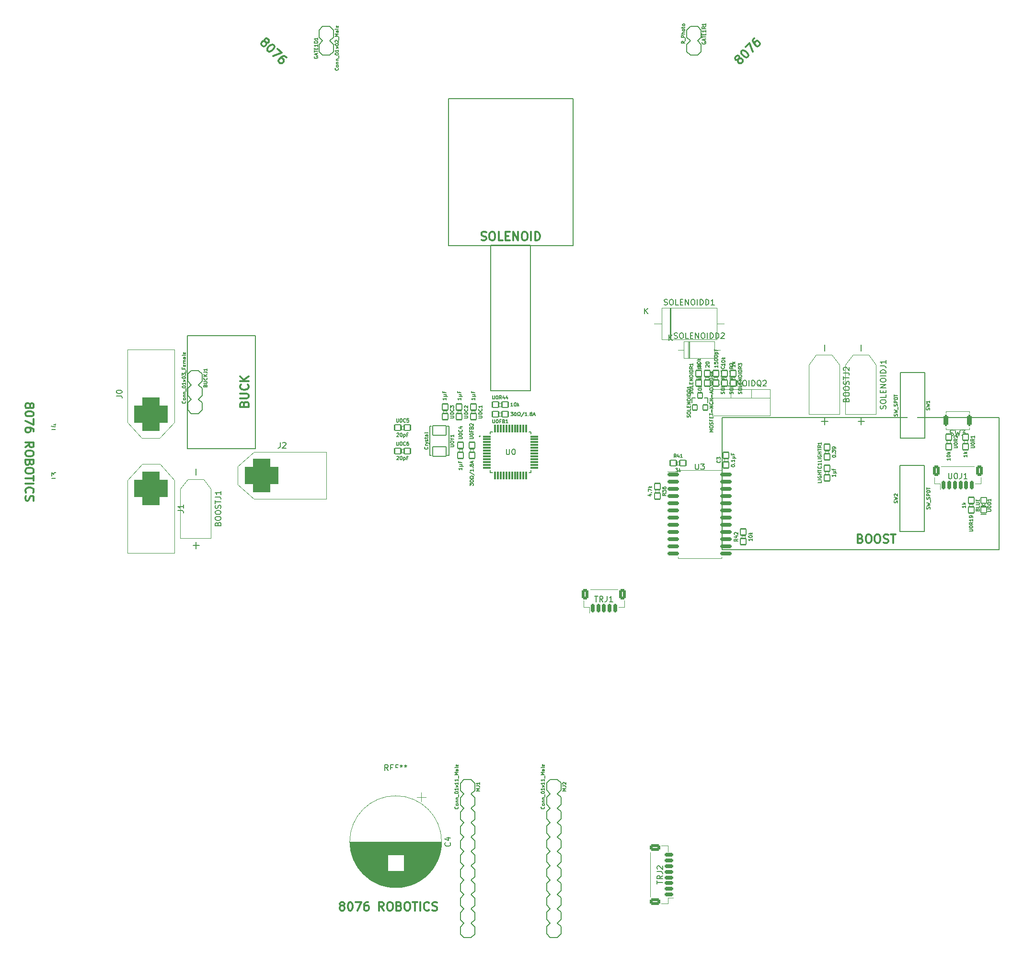
<source format=gto>
%TF.GenerationSoftware,KiCad,Pcbnew,(6.0.0-0)*%
%TF.CreationDate,2022-03-23T00:11:18+08:00*%
%TF.ProjectId,layer1,6c617965-7231-42e6-9b69-6361645f7063,rev?*%
%TF.SameCoordinates,Original*%
%TF.FileFunction,Legend,Top*%
%TF.FilePolarity,Positive*%
%FSLAX46Y46*%
G04 Gerber Fmt 4.6, Leading zero omitted, Abs format (unit mm)*
G04 Created by KiCad (PCBNEW (6.0.0-0)) date 2022-03-23 00:11:18*
%MOMM*%
%LPD*%
G01*
G04 APERTURE LIST*
G04 Aperture macros list*
%AMRoundRect*
0 Rectangle with rounded corners*
0 $1 Rounding radius*
0 $2 $3 $4 $5 $6 $7 $8 $9 X,Y pos of 4 corners*
0 Add a 4 corners polygon primitive as box body*
4,1,4,$2,$3,$4,$5,$6,$7,$8,$9,$2,$3,0*
0 Add four circle primitives for the rounded corners*
1,1,$1+$1,$2,$3*
1,1,$1+$1,$4,$5*
1,1,$1+$1,$6,$7*
1,1,$1+$1,$8,$9*
0 Add four rect primitives between the rounded corners*
20,1,$1+$1,$2,$3,$4,$5,0*
20,1,$1+$1,$4,$5,$6,$7,0*
20,1,$1+$1,$6,$7,$8,$9,0*
20,1,$1+$1,$8,$9,$2,$3,0*%
G04 Aperture macros list end*
%ADD10C,0.300000*%
%ADD11C,0.200000*%
%ADD12C,0.150000*%
%ADD13C,0.127000*%
%ADD14C,0.203200*%
%ADD15C,0.066040*%
%ADD16C,0.120000*%
%ADD17C,4.000000*%
%ADD18C,2.082800*%
%ADD19RoundRect,0.101600X0.499110X-0.549910X0.499110X0.549910X-0.499110X0.549910X-0.499110X-0.549910X0*%
%ADD20RoundRect,0.101600X-0.499110X0.549910X-0.499110X-0.549910X0.499110X-0.549910X0.499110X0.549910X0*%
%ADD21RoundRect,0.101600X-0.549910X-0.499110X0.549910X-0.499110X0.549910X0.499110X-0.549910X0.499110X0*%
%ADD22RoundRect,1.500000X1.500000X-1.500000X1.500000X1.500000X-1.500000X1.500000X-1.500000X-1.500000X0*%
%ADD23C,6.000000*%
%ADD24RoundRect,1.500000X-1.500000X1.500000X-1.500000X-1.500000X1.500000X-1.500000X1.500000X1.500000X0*%
%ADD25RoundRect,0.101600X0.549910X0.499110X-0.549910X0.499110X-0.549910X-0.499110X0.549910X-0.499110X0*%
%ADD26RoundRect,0.109200X-0.670800X0.030800X-0.670800X-0.030800X0.670800X-0.030800X0.670800X0.030800X0*%
%ADD27RoundRect,0.109200X0.030800X0.670800X-0.030800X0.670800X-0.030800X-0.670800X0.030800X-0.670800X0*%
%ADD28RoundRect,0.150000X-0.875000X-0.150000X0.875000X-0.150000X0.875000X0.150000X-0.875000X0.150000X0*%
%ADD29R,2.200000X2.200000*%
%ADD30O,2.200000X2.200000*%
%ADD31R,1.905000X2.000000*%
%ADD32O,1.905000X2.000000*%
%ADD33R,2.400000X2.400000*%
%ADD34O,2.400000X2.400000*%
%ADD35RoundRect,0.150000X-0.150000X-0.625000X0.150000X-0.625000X0.150000X0.625000X-0.150000X0.625000X0*%
%ADD36RoundRect,0.250000X-0.350000X-0.650000X0.350000X-0.650000X0.350000X0.650000X-0.350000X0.650000X0*%
%ADD37R,3.800000X3.800000*%
%ADD38RoundRect,0.101600X-0.398780X-0.449580X0.398780X-0.449580X0.398780X0.449580X-0.398780X0.449580X0*%
%ADD39RoundRect,0.200000X0.200000X0.800000X-0.200000X0.800000X-0.200000X-0.800000X0.200000X-0.800000X0*%
%ADD40RoundRect,1.500000X-1.500000X-1.500000X1.500000X-1.500000X1.500000X1.500000X-1.500000X1.500000X0*%
%ADD41RoundRect,0.101600X-1.198880X0.849630X-1.198880X-0.849630X1.198880X-0.849630X1.198880X0.849630X0*%
%ADD42C,2.400000*%
%ADD43RoundRect,0.150000X0.625000X-0.150000X0.625000X0.150000X-0.625000X0.150000X-0.625000X-0.150000X0*%
%ADD44RoundRect,0.250000X0.650000X-0.350000X0.650000X0.350000X-0.650000X0.350000X-0.650000X-0.350000X0*%
%ADD45RoundRect,0.101600X0.499110X0.499110X-0.499110X0.499110X-0.499110X-0.499110X0.499110X-0.499110X0*%
G04 APERTURE END LIST*
D10*
X187542400Y-116641657D02*
X187756685Y-116713085D01*
X187828114Y-116784514D01*
X187899542Y-116927371D01*
X187899542Y-117141657D01*
X187828114Y-117284514D01*
X187756685Y-117355942D01*
X187613828Y-117427371D01*
X187042400Y-117427371D01*
X187042400Y-115927371D01*
X187542400Y-115927371D01*
X187685257Y-115998800D01*
X187756685Y-116070228D01*
X187828114Y-116213085D01*
X187828114Y-116355942D01*
X187756685Y-116498800D01*
X187685257Y-116570228D01*
X187542400Y-116641657D01*
X187042400Y-116641657D01*
X188828114Y-115927371D02*
X189113828Y-115927371D01*
X189256685Y-115998800D01*
X189399542Y-116141657D01*
X189470971Y-116427371D01*
X189470971Y-116927371D01*
X189399542Y-117213085D01*
X189256685Y-117355942D01*
X189113828Y-117427371D01*
X188828114Y-117427371D01*
X188685257Y-117355942D01*
X188542400Y-117213085D01*
X188470971Y-116927371D01*
X188470971Y-116427371D01*
X188542400Y-116141657D01*
X188685257Y-115998800D01*
X188828114Y-115927371D01*
X190399542Y-115927371D02*
X190685257Y-115927371D01*
X190828114Y-115998800D01*
X190970971Y-116141657D01*
X191042400Y-116427371D01*
X191042400Y-116927371D01*
X190970971Y-117213085D01*
X190828114Y-117355942D01*
X190685257Y-117427371D01*
X190399542Y-117427371D01*
X190256685Y-117355942D01*
X190113828Y-117213085D01*
X190042400Y-116927371D01*
X190042400Y-116427371D01*
X190113828Y-116141657D01*
X190256685Y-115998800D01*
X190399542Y-115927371D01*
X191613828Y-117355942D02*
X191828114Y-117427371D01*
X192185257Y-117427371D01*
X192328114Y-117355942D01*
X192399542Y-117284514D01*
X192470971Y-117141657D01*
X192470971Y-116998800D01*
X192399542Y-116855942D01*
X192328114Y-116784514D01*
X192185257Y-116713085D01*
X191899542Y-116641657D01*
X191756685Y-116570228D01*
X191685257Y-116498800D01*
X191613828Y-116355942D01*
X191613828Y-116213085D01*
X191685257Y-116070228D01*
X191756685Y-115998800D01*
X191899542Y-115927371D01*
X192256685Y-115927371D01*
X192470971Y-115998800D01*
X192899542Y-115927371D02*
X193756685Y-115927371D01*
X193328114Y-117427371D02*
X193328114Y-115927371D01*
D11*
X163064000Y-95252000D02*
X212064000Y-95252000D01*
X212064000Y-95252000D02*
X212064000Y-118652000D01*
X212064000Y-118652000D02*
X163064000Y-118652000D01*
X163064000Y-118652000D02*
X163064000Y-95252000D01*
X136730000Y-64834467D02*
X131730000Y-64834467D01*
X122230000Y-90546000D02*
X129230000Y-90546000D01*
X68612520Y-80750213D02*
X80612520Y-80750213D01*
X80612520Y-80750213D02*
X80612520Y-100750213D01*
X80612520Y-100750213D02*
X68612520Y-100750213D01*
X68612520Y-100750213D02*
X68612520Y-80750213D01*
X136730000Y-64834467D02*
X114730000Y-64834467D01*
X122230000Y-64746000D02*
X122230000Y-90546000D01*
X114730000Y-38834467D02*
X136730000Y-38834467D01*
X136730000Y-38834467D02*
X136730000Y-64834467D01*
X129230000Y-64746000D02*
X122230000Y-64746000D01*
X114730000Y-38834467D02*
X119730000Y-38834467D01*
X114730000Y-64834467D02*
X114730000Y-38834467D01*
X129230000Y-90546000D02*
X129230000Y-64746000D01*
D10*
X120551428Y-63853142D02*
X120765714Y-63924571D01*
X121122857Y-63924571D01*
X121265714Y-63853142D01*
X121337142Y-63781714D01*
X121408571Y-63638857D01*
X121408571Y-63496000D01*
X121337142Y-63353142D01*
X121265714Y-63281714D01*
X121122857Y-63210285D01*
X120837142Y-63138857D01*
X120694285Y-63067428D01*
X120622857Y-62996000D01*
X120551428Y-62853142D01*
X120551428Y-62710285D01*
X120622857Y-62567428D01*
X120694285Y-62496000D01*
X120837142Y-62424571D01*
X121194285Y-62424571D01*
X121408571Y-62496000D01*
X122337142Y-62424571D02*
X122622857Y-62424571D01*
X122765714Y-62496000D01*
X122908571Y-62638857D01*
X122980000Y-62924571D01*
X122980000Y-63424571D01*
X122908571Y-63710285D01*
X122765714Y-63853142D01*
X122622857Y-63924571D01*
X122337142Y-63924571D01*
X122194285Y-63853142D01*
X122051428Y-63710285D01*
X121980000Y-63424571D01*
X121980000Y-62924571D01*
X122051428Y-62638857D01*
X122194285Y-62496000D01*
X122337142Y-62424571D01*
X124337142Y-63924571D02*
X123622857Y-63924571D01*
X123622857Y-62424571D01*
X124837142Y-63138857D02*
X125337142Y-63138857D01*
X125551428Y-63924571D02*
X124837142Y-63924571D01*
X124837142Y-62424571D01*
X125551428Y-62424571D01*
X126194285Y-63924571D02*
X126194285Y-62424571D01*
X127051428Y-63924571D01*
X127051428Y-62424571D01*
X128051428Y-62424571D02*
X128337142Y-62424571D01*
X128480000Y-62496000D01*
X128622857Y-62638857D01*
X128694285Y-62924571D01*
X128694285Y-63424571D01*
X128622857Y-63710285D01*
X128480000Y-63853142D01*
X128337142Y-63924571D01*
X128051428Y-63924571D01*
X127908571Y-63853142D01*
X127765714Y-63710285D01*
X127694285Y-63424571D01*
X127694285Y-62924571D01*
X127765714Y-62638857D01*
X127908571Y-62496000D01*
X128051428Y-62424571D01*
X129337142Y-63924571D02*
X129337142Y-62424571D01*
X130051428Y-63924571D02*
X130051428Y-62424571D01*
X130408571Y-62424571D01*
X130622857Y-62496000D01*
X130765714Y-62638857D01*
X130837142Y-62781714D01*
X130908571Y-63067428D01*
X130908571Y-63281714D01*
X130837142Y-63567428D01*
X130765714Y-63710285D01*
X130622857Y-63853142D01*
X130408571Y-63924571D01*
X130051428Y-63924571D01*
X78632857Y-92856571D02*
X78704285Y-92642285D01*
X78775714Y-92570857D01*
X78918571Y-92499428D01*
X79132857Y-92499428D01*
X79275714Y-92570857D01*
X79347142Y-92642285D01*
X79418571Y-92785142D01*
X79418571Y-93356571D01*
X77918571Y-93356571D01*
X77918571Y-92856571D01*
X77990000Y-92713714D01*
X78061428Y-92642285D01*
X78204285Y-92570857D01*
X78347142Y-92570857D01*
X78490000Y-92642285D01*
X78561428Y-92713714D01*
X78632857Y-92856571D01*
X78632857Y-93356571D01*
X77918571Y-91856571D02*
X79132857Y-91856571D01*
X79275714Y-91785142D01*
X79347142Y-91713714D01*
X79418571Y-91570857D01*
X79418571Y-91285142D01*
X79347142Y-91142285D01*
X79275714Y-91070857D01*
X79132857Y-90999428D01*
X77918571Y-90999428D01*
X79275714Y-89428000D02*
X79347142Y-89499428D01*
X79418571Y-89713714D01*
X79418571Y-89856571D01*
X79347142Y-90070857D01*
X79204285Y-90213714D01*
X79061428Y-90285142D01*
X78775714Y-90356571D01*
X78561428Y-90356571D01*
X78275714Y-90285142D01*
X78132857Y-90213714D01*
X77990000Y-90070857D01*
X77918571Y-89856571D01*
X77918571Y-89713714D01*
X77990000Y-89499428D01*
X78061428Y-89428000D01*
X79418571Y-88785142D02*
X77918571Y-88785142D01*
X79418571Y-87928000D02*
X78561428Y-88570857D01*
X77918571Y-87928000D02*
X78775714Y-88785142D01*
X40818571Y-93024490D02*
X40890000Y-92881633D01*
X40961428Y-92810204D01*
X41104285Y-92738776D01*
X41175714Y-92738776D01*
X41318571Y-92810204D01*
X41390000Y-92881633D01*
X41461428Y-93024490D01*
X41461428Y-93310204D01*
X41390000Y-93453061D01*
X41318571Y-93524490D01*
X41175714Y-93595919D01*
X41104285Y-93595919D01*
X40961428Y-93524490D01*
X40890000Y-93453061D01*
X40818571Y-93310204D01*
X40818571Y-93024490D01*
X40747142Y-92881633D01*
X40675714Y-92810204D01*
X40532857Y-92738776D01*
X40247142Y-92738776D01*
X40104285Y-92810204D01*
X40032857Y-92881633D01*
X39961428Y-93024490D01*
X39961428Y-93310204D01*
X40032857Y-93453061D01*
X40104285Y-93524490D01*
X40247142Y-93595919D01*
X40532857Y-93595919D01*
X40675714Y-93524490D01*
X40747142Y-93453061D01*
X40818571Y-93310204D01*
X41461428Y-94524490D02*
X41461428Y-94667347D01*
X41390000Y-94810204D01*
X41318571Y-94881633D01*
X41175714Y-94953061D01*
X40890000Y-95024490D01*
X40532857Y-95024490D01*
X40247142Y-94953061D01*
X40104285Y-94881633D01*
X40032857Y-94810204D01*
X39961428Y-94667347D01*
X39961428Y-94524490D01*
X40032857Y-94381633D01*
X40104285Y-94310204D01*
X40247142Y-94238776D01*
X40532857Y-94167347D01*
X40890000Y-94167347D01*
X41175714Y-94238776D01*
X41318571Y-94310204D01*
X41390000Y-94381633D01*
X41461428Y-94524490D01*
X41461428Y-95524490D02*
X41461428Y-96524490D01*
X39961428Y-95881633D01*
X41461428Y-97738776D02*
X41461428Y-97453061D01*
X41390000Y-97310204D01*
X41318571Y-97238776D01*
X41104285Y-97095919D01*
X40818571Y-97024490D01*
X40247142Y-97024490D01*
X40104285Y-97095919D01*
X40032857Y-97167347D01*
X39961428Y-97310204D01*
X39961428Y-97595919D01*
X40032857Y-97738776D01*
X40104285Y-97810204D01*
X40247142Y-97881633D01*
X40604285Y-97881633D01*
X40747142Y-97810204D01*
X40818571Y-97738776D01*
X40890000Y-97595919D01*
X40890000Y-97310204D01*
X40818571Y-97167347D01*
X40747142Y-97095919D01*
X40604285Y-97024490D01*
X39961428Y-100524490D02*
X40675714Y-100024490D01*
X39961428Y-99667347D02*
X41461428Y-99667347D01*
X41461428Y-100238776D01*
X41390000Y-100381633D01*
X41318571Y-100453061D01*
X41175714Y-100524490D01*
X40961428Y-100524490D01*
X40818571Y-100453061D01*
X40747142Y-100381633D01*
X40675714Y-100238776D01*
X40675714Y-99667347D01*
X41461428Y-101453061D02*
X41461428Y-101738776D01*
X41390000Y-101881633D01*
X41247142Y-102024490D01*
X40961428Y-102095919D01*
X40461428Y-102095919D01*
X40175714Y-102024490D01*
X40032857Y-101881633D01*
X39961428Y-101738776D01*
X39961428Y-101453061D01*
X40032857Y-101310204D01*
X40175714Y-101167347D01*
X40461428Y-101095919D01*
X40961428Y-101095919D01*
X41247142Y-101167347D01*
X41390000Y-101310204D01*
X41461428Y-101453061D01*
X40747142Y-103238776D02*
X40675714Y-103453061D01*
X40604285Y-103524490D01*
X40461428Y-103595919D01*
X40247142Y-103595919D01*
X40104285Y-103524490D01*
X40032857Y-103453061D01*
X39961428Y-103310204D01*
X39961428Y-102738776D01*
X41461428Y-102738776D01*
X41461428Y-103238776D01*
X41390000Y-103381633D01*
X41318571Y-103453061D01*
X41175714Y-103524490D01*
X41032857Y-103524490D01*
X40890000Y-103453061D01*
X40818571Y-103381633D01*
X40747142Y-103238776D01*
X40747142Y-102738776D01*
X41461428Y-104524490D02*
X41461428Y-104810204D01*
X41390000Y-104953061D01*
X41247142Y-105095919D01*
X40961428Y-105167347D01*
X40461428Y-105167347D01*
X40175714Y-105095919D01*
X40032857Y-104953061D01*
X39961428Y-104810204D01*
X39961428Y-104524490D01*
X40032857Y-104381633D01*
X40175714Y-104238776D01*
X40461428Y-104167347D01*
X40961428Y-104167347D01*
X41247142Y-104238776D01*
X41390000Y-104381633D01*
X41461428Y-104524490D01*
X41461428Y-105595919D02*
X41461428Y-106453061D01*
X39961428Y-106024490D02*
X41461428Y-106024490D01*
X39961428Y-106953061D02*
X41461428Y-106953061D01*
X40104285Y-108524490D02*
X40032857Y-108453061D01*
X39961428Y-108238776D01*
X39961428Y-108095919D01*
X40032857Y-107881633D01*
X40175714Y-107738776D01*
X40318571Y-107667347D01*
X40604285Y-107595919D01*
X40818571Y-107595919D01*
X41104285Y-107667347D01*
X41247142Y-107738776D01*
X41390000Y-107881633D01*
X41461428Y-108095919D01*
X41461428Y-108238776D01*
X41390000Y-108453061D01*
X41318571Y-108524490D01*
X40032857Y-109095919D02*
X39961428Y-109310204D01*
X39961428Y-109667347D01*
X40032857Y-109810204D01*
X40104285Y-109881633D01*
X40247142Y-109953061D01*
X40390000Y-109953061D01*
X40532857Y-109881633D01*
X40604285Y-109810204D01*
X40675714Y-109667347D01*
X40747142Y-109381633D01*
X40818571Y-109238776D01*
X40890000Y-109167347D01*
X41032857Y-109095919D01*
X41175714Y-109095919D01*
X41318571Y-109167347D01*
X41390000Y-109238776D01*
X41461428Y-109381633D01*
X41461428Y-109738776D01*
X41390000Y-109953061D01*
X95818571Y-181558428D02*
X95675714Y-181487000D01*
X95604285Y-181415571D01*
X95532857Y-181272714D01*
X95532857Y-181201285D01*
X95604285Y-181058428D01*
X95675714Y-180987000D01*
X95818571Y-180915571D01*
X96104285Y-180915571D01*
X96247142Y-180987000D01*
X96318571Y-181058428D01*
X96390000Y-181201285D01*
X96390000Y-181272714D01*
X96318571Y-181415571D01*
X96247142Y-181487000D01*
X96104285Y-181558428D01*
X95818571Y-181558428D01*
X95675714Y-181629857D01*
X95604285Y-181701285D01*
X95532857Y-181844142D01*
X95532857Y-182129857D01*
X95604285Y-182272714D01*
X95675714Y-182344142D01*
X95818571Y-182415571D01*
X96104285Y-182415571D01*
X96247142Y-182344142D01*
X96318571Y-182272714D01*
X96390000Y-182129857D01*
X96390000Y-181844142D01*
X96318571Y-181701285D01*
X96247142Y-181629857D01*
X96104285Y-181558428D01*
X97318571Y-180915571D02*
X97461428Y-180915571D01*
X97604285Y-180987000D01*
X97675714Y-181058428D01*
X97747142Y-181201285D01*
X97818571Y-181487000D01*
X97818571Y-181844142D01*
X97747142Y-182129857D01*
X97675714Y-182272714D01*
X97604285Y-182344142D01*
X97461428Y-182415571D01*
X97318571Y-182415571D01*
X97175714Y-182344142D01*
X97104285Y-182272714D01*
X97032857Y-182129857D01*
X96961428Y-181844142D01*
X96961428Y-181487000D01*
X97032857Y-181201285D01*
X97104285Y-181058428D01*
X97175714Y-180987000D01*
X97318571Y-180915571D01*
X98318571Y-180915571D02*
X99318571Y-180915571D01*
X98675714Y-182415571D01*
X100532857Y-180915571D02*
X100247142Y-180915571D01*
X100104285Y-180987000D01*
X100032857Y-181058428D01*
X99890000Y-181272714D01*
X99818571Y-181558428D01*
X99818571Y-182129857D01*
X99890000Y-182272714D01*
X99961428Y-182344142D01*
X100104285Y-182415571D01*
X100390000Y-182415571D01*
X100532857Y-182344142D01*
X100604285Y-182272714D01*
X100675714Y-182129857D01*
X100675714Y-181772714D01*
X100604285Y-181629857D01*
X100532857Y-181558428D01*
X100390000Y-181487000D01*
X100104285Y-181487000D01*
X99961428Y-181558428D01*
X99890000Y-181629857D01*
X99818571Y-181772714D01*
X103318571Y-182415571D02*
X102818571Y-181701285D01*
X102461428Y-182415571D02*
X102461428Y-180915571D01*
X103032857Y-180915571D01*
X103175714Y-180987000D01*
X103247142Y-181058428D01*
X103318571Y-181201285D01*
X103318571Y-181415571D01*
X103247142Y-181558428D01*
X103175714Y-181629857D01*
X103032857Y-181701285D01*
X102461428Y-181701285D01*
X104247142Y-180915571D02*
X104532857Y-180915571D01*
X104675714Y-180987000D01*
X104818571Y-181129857D01*
X104890000Y-181415571D01*
X104890000Y-181915571D01*
X104818571Y-182201285D01*
X104675714Y-182344142D01*
X104532857Y-182415571D01*
X104247142Y-182415571D01*
X104104285Y-182344142D01*
X103961428Y-182201285D01*
X103890000Y-181915571D01*
X103890000Y-181415571D01*
X103961428Y-181129857D01*
X104104285Y-180987000D01*
X104247142Y-180915571D01*
X106032857Y-181629857D02*
X106247142Y-181701285D01*
X106318571Y-181772714D01*
X106390000Y-181915571D01*
X106390000Y-182129857D01*
X106318571Y-182272714D01*
X106247142Y-182344142D01*
X106104285Y-182415571D01*
X105532857Y-182415571D01*
X105532857Y-180915571D01*
X106032857Y-180915571D01*
X106175714Y-180987000D01*
X106247142Y-181058428D01*
X106318571Y-181201285D01*
X106318571Y-181344142D01*
X106247142Y-181487000D01*
X106175714Y-181558428D01*
X106032857Y-181629857D01*
X105532857Y-181629857D01*
X107318571Y-180915571D02*
X107604285Y-180915571D01*
X107747142Y-180987000D01*
X107890000Y-181129857D01*
X107961428Y-181415571D01*
X107961428Y-181915571D01*
X107890000Y-182201285D01*
X107747142Y-182344142D01*
X107604285Y-182415571D01*
X107318571Y-182415571D01*
X107175714Y-182344142D01*
X107032857Y-182201285D01*
X106961428Y-181915571D01*
X106961428Y-181415571D01*
X107032857Y-181129857D01*
X107175714Y-180987000D01*
X107318571Y-180915571D01*
X108390000Y-180915571D02*
X109247142Y-180915571D01*
X108818571Y-182415571D02*
X108818571Y-180915571D01*
X109747142Y-182415571D02*
X109747142Y-180915571D01*
X111318571Y-182272714D02*
X111247142Y-182344142D01*
X111032857Y-182415571D01*
X110890000Y-182415571D01*
X110675714Y-182344142D01*
X110532857Y-182201285D01*
X110461428Y-182058428D01*
X110390000Y-181772714D01*
X110390000Y-181558428D01*
X110461428Y-181272714D01*
X110532857Y-181129857D01*
X110675714Y-180987000D01*
X110890000Y-180915571D01*
X111032857Y-180915571D01*
X111247142Y-180987000D01*
X111318571Y-181058428D01*
X111890000Y-182344142D02*
X112104285Y-182415571D01*
X112461428Y-182415571D01*
X112604285Y-182344142D01*
X112675714Y-182272714D01*
X112747142Y-182129857D01*
X112747142Y-181987000D01*
X112675714Y-181844142D01*
X112604285Y-181772714D01*
X112461428Y-181701285D01*
X112175714Y-181629857D01*
X112032857Y-181558428D01*
X111961428Y-181487000D01*
X111890000Y-181344142D01*
X111890000Y-181201285D01*
X111961428Y-181058428D01*
X112032857Y-180987000D01*
X112175714Y-180915571D01*
X112532857Y-180915571D01*
X112747142Y-180987000D01*
X165897486Y-31969975D02*
X165745963Y-32020482D01*
X165644948Y-32020482D01*
X165493425Y-31969975D01*
X165442918Y-31919467D01*
X165392410Y-31767944D01*
X165392410Y-31666929D01*
X165442918Y-31515406D01*
X165644948Y-31313375D01*
X165796471Y-31262868D01*
X165897486Y-31262868D01*
X166049009Y-31313375D01*
X166099517Y-31363883D01*
X166150024Y-31515406D01*
X166150024Y-31616421D01*
X166099517Y-31767944D01*
X165897486Y-31969975D01*
X165846979Y-32121497D01*
X165846979Y-32222513D01*
X165897486Y-32374036D01*
X166099517Y-32576066D01*
X166251040Y-32626574D01*
X166352055Y-32626574D01*
X166503578Y-32576066D01*
X166705608Y-32374036D01*
X166756116Y-32222513D01*
X166756116Y-32121497D01*
X166705608Y-31969975D01*
X166503578Y-31767944D01*
X166352055Y-31717436D01*
X166251040Y-31717436D01*
X166099517Y-31767944D01*
X166503578Y-30454746D02*
X166604593Y-30353730D01*
X166756116Y-30303223D01*
X166857131Y-30303223D01*
X167008654Y-30353730D01*
X167261192Y-30505253D01*
X167513730Y-30757791D01*
X167665253Y-31010330D01*
X167715761Y-31161852D01*
X167715761Y-31262868D01*
X167665253Y-31414391D01*
X167564238Y-31515406D01*
X167412715Y-31565913D01*
X167311700Y-31565913D01*
X167160177Y-31515406D01*
X166907639Y-31363883D01*
X166655101Y-31111345D01*
X166503578Y-30858807D01*
X166453070Y-30707284D01*
X166453070Y-30606269D01*
X166503578Y-30454746D01*
X167210685Y-29747639D02*
X167917791Y-29040532D01*
X168523883Y-30555761D01*
X168776421Y-28181902D02*
X168574391Y-28383933D01*
X168523883Y-28535456D01*
X168523883Y-28636471D01*
X168574391Y-28889009D01*
X168725913Y-29141547D01*
X169129975Y-29545608D01*
X169281497Y-29596116D01*
X169382513Y-29596116D01*
X169534036Y-29545608D01*
X169736066Y-29343578D01*
X169786574Y-29192055D01*
X169786574Y-29091040D01*
X169736066Y-28939517D01*
X169483528Y-28686979D01*
X169332005Y-28636471D01*
X169230990Y-28636471D01*
X169079467Y-28686979D01*
X168877436Y-28889009D01*
X168826929Y-29040532D01*
X168826929Y-29141547D01*
X168877436Y-29293070D01*
X82330024Y-28737486D02*
X82279517Y-28585963D01*
X82279517Y-28484948D01*
X82330024Y-28333425D01*
X82380532Y-28282918D01*
X82532055Y-28232410D01*
X82633070Y-28232410D01*
X82784593Y-28282918D01*
X82986624Y-28484948D01*
X83037131Y-28636471D01*
X83037131Y-28737486D01*
X82986624Y-28889009D01*
X82936116Y-28939517D01*
X82784593Y-28990024D01*
X82683578Y-28990024D01*
X82532055Y-28939517D01*
X82330024Y-28737486D01*
X82178502Y-28686979D01*
X82077486Y-28686979D01*
X81925963Y-28737486D01*
X81723933Y-28939517D01*
X81673425Y-29091040D01*
X81673425Y-29192055D01*
X81723933Y-29343578D01*
X81925963Y-29545608D01*
X82077486Y-29596116D01*
X82178502Y-29596116D01*
X82330024Y-29545608D01*
X82532055Y-29343578D01*
X82582563Y-29192055D01*
X82582563Y-29091040D01*
X82532055Y-28939517D01*
X83845253Y-29343578D02*
X83946269Y-29444593D01*
X83996776Y-29596116D01*
X83996776Y-29697131D01*
X83946269Y-29848654D01*
X83794746Y-30101192D01*
X83542208Y-30353730D01*
X83289669Y-30505253D01*
X83138147Y-30555761D01*
X83037131Y-30555761D01*
X82885608Y-30505253D01*
X82784593Y-30404238D01*
X82734086Y-30252715D01*
X82734086Y-30151700D01*
X82784593Y-30000177D01*
X82936116Y-29747639D01*
X83188654Y-29495101D01*
X83441192Y-29343578D01*
X83592715Y-29293070D01*
X83693730Y-29293070D01*
X83845253Y-29343578D01*
X84552360Y-30050685D02*
X85259467Y-30757791D01*
X83744238Y-31363883D01*
X86118097Y-31616421D02*
X85916066Y-31414391D01*
X85764543Y-31363883D01*
X85663528Y-31363883D01*
X85410990Y-31414391D01*
X85158452Y-31565913D01*
X84754391Y-31969975D01*
X84703883Y-32121497D01*
X84703883Y-32222513D01*
X84754391Y-32374036D01*
X84956421Y-32576066D01*
X85107944Y-32626574D01*
X85208959Y-32626574D01*
X85360482Y-32576066D01*
X85613020Y-32323528D01*
X85663528Y-32172005D01*
X85663528Y-32070990D01*
X85613020Y-31919467D01*
X85410990Y-31717436D01*
X85259467Y-31666929D01*
X85158452Y-31666929D01*
X85006929Y-31717436D01*
D12*
%TO.C,REF\u002A\u002A*%
X104076666Y-157630380D02*
X103743333Y-157154190D01*
X103505238Y-157630380D02*
X103505238Y-156630380D01*
X103886190Y-156630380D01*
X103981428Y-156678000D01*
X104029047Y-156725619D01*
X104076666Y-156820857D01*
X104076666Y-156963714D01*
X104029047Y-157058952D01*
X103981428Y-157106571D01*
X103886190Y-157154190D01*
X103505238Y-157154190D01*
X104505238Y-157106571D02*
X104838571Y-157106571D01*
X104981428Y-157630380D02*
X104505238Y-157630380D01*
X104505238Y-156630380D01*
X104981428Y-156630380D01*
X105743333Y-157106571D02*
X105410000Y-157106571D01*
X105410000Y-157630380D02*
X105410000Y-156630380D01*
X105886190Y-156630380D01*
X106410000Y-156630380D02*
X106410000Y-156868476D01*
X106171904Y-156773238D02*
X106410000Y-156868476D01*
X106648095Y-156773238D01*
X106267142Y-157058952D02*
X106410000Y-156868476D01*
X106552857Y-157058952D01*
X107171904Y-156630380D02*
X107171904Y-156868476D01*
X106933809Y-156773238D02*
X107171904Y-156868476D01*
X107410000Y-156773238D01*
X107029047Y-157058952D02*
X107171904Y-156868476D01*
X107314761Y-157058952D01*
D13*
%TO.C,SW1*%
X199763742Y-93903800D02*
X199792771Y-93816714D01*
X199792771Y-93671571D01*
X199763742Y-93613514D01*
X199734714Y-93584485D01*
X199676657Y-93555457D01*
X199618600Y-93555457D01*
X199560542Y-93584485D01*
X199531514Y-93613514D01*
X199502485Y-93671571D01*
X199473457Y-93787685D01*
X199444428Y-93845742D01*
X199415400Y-93874771D01*
X199357342Y-93903800D01*
X199299285Y-93903800D01*
X199241228Y-93874771D01*
X199212200Y-93845742D01*
X199183171Y-93787685D01*
X199183171Y-93642542D01*
X199212200Y-93555457D01*
X199183171Y-93352257D02*
X199792771Y-93207114D01*
X199357342Y-93091000D01*
X199792771Y-92974885D01*
X199183171Y-92829742D01*
X199792771Y-92278200D02*
X199792771Y-92626542D01*
X199792771Y-92452371D02*
X199183171Y-92452371D01*
X199270257Y-92510428D01*
X199328314Y-92568485D01*
X199357342Y-92626542D01*
X194048742Y-94977857D02*
X194077771Y-94890771D01*
X194077771Y-94745628D01*
X194048742Y-94687571D01*
X194019714Y-94658542D01*
X193961657Y-94629514D01*
X193903600Y-94629514D01*
X193845542Y-94658542D01*
X193816514Y-94687571D01*
X193787485Y-94745628D01*
X193758457Y-94861742D01*
X193729428Y-94919800D01*
X193700400Y-94948828D01*
X193642342Y-94977857D01*
X193584285Y-94977857D01*
X193526228Y-94948828D01*
X193497200Y-94919800D01*
X193468171Y-94861742D01*
X193468171Y-94716600D01*
X193497200Y-94629514D01*
X193468171Y-94426314D02*
X194077771Y-94281171D01*
X193642342Y-94165057D01*
X194077771Y-94048942D01*
X193468171Y-93903800D01*
X194135828Y-93816714D02*
X194135828Y-93352257D01*
X194048742Y-93236142D02*
X194077771Y-93149057D01*
X194077771Y-93003914D01*
X194048742Y-92945857D01*
X194019714Y-92916828D01*
X193961657Y-92887800D01*
X193903600Y-92887800D01*
X193845542Y-92916828D01*
X193816514Y-92945857D01*
X193787485Y-93003914D01*
X193758457Y-93120028D01*
X193729428Y-93178085D01*
X193700400Y-93207114D01*
X193642342Y-93236142D01*
X193584285Y-93236142D01*
X193526228Y-93207114D01*
X193497200Y-93178085D01*
X193468171Y-93120028D01*
X193468171Y-92974885D01*
X193497200Y-92887800D01*
X194077771Y-92626542D02*
X193468171Y-92626542D01*
X193468171Y-92394314D01*
X193497200Y-92336257D01*
X193526228Y-92307228D01*
X193584285Y-92278200D01*
X193671371Y-92278200D01*
X193729428Y-92307228D01*
X193758457Y-92336257D01*
X193787485Y-92394314D01*
X193787485Y-92626542D01*
X194077771Y-92016942D02*
X193468171Y-92016942D01*
X193468171Y-91871800D01*
X193497200Y-91784714D01*
X193555257Y-91726657D01*
X193613314Y-91697628D01*
X193729428Y-91668600D01*
X193816514Y-91668600D01*
X193932628Y-91697628D01*
X193990685Y-91726657D01*
X194048742Y-91784714D01*
X194077771Y-91871800D01*
X194077771Y-92016942D01*
X193468171Y-91494428D02*
X193468171Y-91146085D01*
X194077771Y-91320257D02*
X193468171Y-91320257D01*
%TO.C,U0FB2*%
X118512771Y-98983800D02*
X119006257Y-98983800D01*
X119064314Y-98954771D01*
X119093342Y-98925742D01*
X119122371Y-98867685D01*
X119122371Y-98751571D01*
X119093342Y-98693514D01*
X119064314Y-98664485D01*
X119006257Y-98635457D01*
X118512771Y-98635457D01*
X118512771Y-98229057D02*
X118512771Y-98171000D01*
X118541800Y-98112942D01*
X118570828Y-98083914D01*
X118628885Y-98054885D01*
X118745000Y-98025857D01*
X118890142Y-98025857D01*
X119006257Y-98054885D01*
X119064314Y-98083914D01*
X119093342Y-98112942D01*
X119122371Y-98171000D01*
X119122371Y-98229057D01*
X119093342Y-98287114D01*
X119064314Y-98316142D01*
X119006257Y-98345171D01*
X118890142Y-98374200D01*
X118745000Y-98374200D01*
X118628885Y-98345171D01*
X118570828Y-98316142D01*
X118541800Y-98287114D01*
X118512771Y-98229057D01*
X118803057Y-97561400D02*
X118803057Y-97764600D01*
X119122371Y-97764600D02*
X118512771Y-97764600D01*
X118512771Y-97474314D01*
X118803057Y-97038885D02*
X118832085Y-96951800D01*
X118861114Y-96922771D01*
X118919171Y-96893742D01*
X119006257Y-96893742D01*
X119064314Y-96922771D01*
X119093342Y-96951800D01*
X119122371Y-97009857D01*
X119122371Y-97242085D01*
X118512771Y-97242085D01*
X118512771Y-97038885D01*
X118541800Y-96980828D01*
X118570828Y-96951800D01*
X118628885Y-96922771D01*
X118686942Y-96922771D01*
X118745000Y-96951800D01*
X118774028Y-96980828D01*
X118803057Y-97038885D01*
X118803057Y-97242085D01*
X118570828Y-96661514D02*
X118541800Y-96632485D01*
X118512771Y-96574428D01*
X118512771Y-96429285D01*
X118541800Y-96371228D01*
X118570828Y-96342200D01*
X118628885Y-96313171D01*
X118686942Y-96313171D01*
X118774028Y-96342200D01*
X119122371Y-96690542D01*
X119122371Y-96313171D01*
X118538171Y-107253314D02*
X118538171Y-106875942D01*
X118770400Y-107079142D01*
X118770400Y-106992057D01*
X118799428Y-106934000D01*
X118828457Y-106904971D01*
X118886514Y-106875942D01*
X119031657Y-106875942D01*
X119089714Y-106904971D01*
X119118742Y-106934000D01*
X119147771Y-106992057D01*
X119147771Y-107166228D01*
X119118742Y-107224285D01*
X119089714Y-107253314D01*
X118538171Y-106498571D02*
X118538171Y-106440514D01*
X118567200Y-106382457D01*
X118596228Y-106353428D01*
X118654285Y-106324400D01*
X118770400Y-106295371D01*
X118915542Y-106295371D01*
X119031657Y-106324400D01*
X119089714Y-106353428D01*
X119118742Y-106382457D01*
X119147771Y-106440514D01*
X119147771Y-106498571D01*
X119118742Y-106556628D01*
X119089714Y-106585657D01*
X119031657Y-106614685D01*
X118915542Y-106643714D01*
X118770400Y-106643714D01*
X118654285Y-106614685D01*
X118596228Y-106585657D01*
X118567200Y-106556628D01*
X118538171Y-106498571D01*
X119147771Y-106063142D02*
X119147771Y-105918000D01*
X119031657Y-105918000D01*
X119002628Y-105976057D01*
X118944571Y-106034114D01*
X118857485Y-106063142D01*
X118712342Y-106063142D01*
X118625257Y-106034114D01*
X118567200Y-105976057D01*
X118538171Y-105888971D01*
X118538171Y-105772857D01*
X118567200Y-105685771D01*
X118625257Y-105627714D01*
X118712342Y-105598685D01*
X118857485Y-105598685D01*
X118944571Y-105627714D01*
X119002628Y-105685771D01*
X119031657Y-105743828D01*
X119147771Y-105743828D01*
X119147771Y-105598685D01*
X118509142Y-104902000D02*
X119292914Y-105424514D01*
X119147771Y-104379485D02*
X119147771Y-104727828D01*
X119147771Y-104553657D02*
X118538171Y-104553657D01*
X118625257Y-104611714D01*
X118683314Y-104669771D01*
X118712342Y-104727828D01*
X119089714Y-104118228D02*
X119118742Y-104089200D01*
X119147771Y-104118228D01*
X119118742Y-104147257D01*
X119089714Y-104118228D01*
X119147771Y-104118228D01*
X118799428Y-103740857D02*
X118770400Y-103798914D01*
X118741371Y-103827942D01*
X118683314Y-103856971D01*
X118654285Y-103856971D01*
X118596228Y-103827942D01*
X118567200Y-103798914D01*
X118538171Y-103740857D01*
X118538171Y-103624742D01*
X118567200Y-103566685D01*
X118596228Y-103537657D01*
X118654285Y-103508628D01*
X118683314Y-103508628D01*
X118741371Y-103537657D01*
X118770400Y-103566685D01*
X118799428Y-103624742D01*
X118799428Y-103740857D01*
X118828457Y-103798914D01*
X118857485Y-103827942D01*
X118915542Y-103856971D01*
X119031657Y-103856971D01*
X119089714Y-103827942D01*
X119118742Y-103798914D01*
X119147771Y-103740857D01*
X119147771Y-103624742D01*
X119118742Y-103566685D01*
X119089714Y-103537657D01*
X119031657Y-103508628D01*
X118915542Y-103508628D01*
X118857485Y-103537657D01*
X118828457Y-103566685D01*
X118799428Y-103624742D01*
X118973600Y-103276400D02*
X118973600Y-102986114D01*
X119147771Y-103334457D02*
X118538171Y-103131257D01*
X119147771Y-102928057D01*
%TO.C,U0C1*%
X120066122Y-95305542D02*
X120559608Y-95305542D01*
X120617665Y-95276514D01*
X120646693Y-95247485D01*
X120675722Y-95189428D01*
X120675722Y-95073314D01*
X120646693Y-95015257D01*
X120617665Y-94986228D01*
X120559608Y-94957200D01*
X120066122Y-94957200D01*
X120066122Y-94550800D02*
X120066122Y-94492742D01*
X120095151Y-94434685D01*
X120124179Y-94405657D01*
X120182236Y-94376628D01*
X120298351Y-94347600D01*
X120443493Y-94347600D01*
X120559608Y-94376628D01*
X120617665Y-94405657D01*
X120646693Y-94434685D01*
X120675722Y-94492742D01*
X120675722Y-94550800D01*
X120646693Y-94608857D01*
X120617665Y-94637885D01*
X120559608Y-94666914D01*
X120443493Y-94695942D01*
X120298351Y-94695942D01*
X120182236Y-94666914D01*
X120124179Y-94637885D01*
X120095151Y-94608857D01*
X120066122Y-94550800D01*
X120617665Y-93738000D02*
X120646693Y-93767028D01*
X120675722Y-93854114D01*
X120675722Y-93912171D01*
X120646693Y-93999257D01*
X120588636Y-94057314D01*
X120530579Y-94086342D01*
X120414465Y-94115371D01*
X120327379Y-94115371D01*
X120211265Y-94086342D01*
X120153208Y-94057314D01*
X120095151Y-93999257D01*
X120066122Y-93912171D01*
X120066122Y-93854114D01*
X120095151Y-93767028D01*
X120124179Y-93738000D01*
X120675722Y-93157428D02*
X120675722Y-93505771D01*
X120675722Y-93331600D02*
X120066122Y-93331600D01*
X120153208Y-93389657D01*
X120211265Y-93447714D01*
X120240293Y-93505771D01*
X119401771Y-91744800D02*
X119401771Y-92093142D01*
X119401771Y-91918971D02*
X118792171Y-91918971D01*
X118879257Y-91977028D01*
X118937314Y-92035085D01*
X118966342Y-92093142D01*
X118995371Y-91483542D02*
X119604971Y-91483542D01*
X119314685Y-91193257D02*
X119372742Y-91164228D01*
X119401771Y-91106171D01*
X119314685Y-91483542D02*
X119372742Y-91454514D01*
X119401771Y-91396457D01*
X119401771Y-91280342D01*
X119372742Y-91222285D01*
X119314685Y-91193257D01*
X118995371Y-91193257D01*
X119082457Y-90641714D02*
X119082457Y-90844914D01*
X119401771Y-90844914D02*
X118792171Y-90844914D01*
X118792171Y-90554628D01*
%TO.C,U0C6*%
X105570408Y-99542171D02*
X105570408Y-100035657D01*
X105599436Y-100093714D01*
X105628465Y-100122742D01*
X105686522Y-100151771D01*
X105802636Y-100151771D01*
X105860693Y-100122742D01*
X105889722Y-100093714D01*
X105918751Y-100035657D01*
X105918751Y-99542171D01*
X106325151Y-99542171D02*
X106383208Y-99542171D01*
X106441265Y-99571200D01*
X106470293Y-99600228D01*
X106499322Y-99658285D01*
X106528351Y-99774400D01*
X106528351Y-99919542D01*
X106499322Y-100035657D01*
X106470293Y-100093714D01*
X106441265Y-100122742D01*
X106383208Y-100151771D01*
X106325151Y-100151771D01*
X106267093Y-100122742D01*
X106238065Y-100093714D01*
X106209036Y-100035657D01*
X106180008Y-99919542D01*
X106180008Y-99774400D01*
X106209036Y-99658285D01*
X106238065Y-99600228D01*
X106267093Y-99571200D01*
X106325151Y-99542171D01*
X107137951Y-100093714D02*
X107108922Y-100122742D01*
X107021836Y-100151771D01*
X106963779Y-100151771D01*
X106876693Y-100122742D01*
X106818636Y-100064685D01*
X106789608Y-100006628D01*
X106760579Y-99890514D01*
X106760579Y-99803428D01*
X106789608Y-99687314D01*
X106818636Y-99629257D01*
X106876693Y-99571200D01*
X106963779Y-99542171D01*
X107021836Y-99542171D01*
X107108922Y-99571200D01*
X107137951Y-99600228D01*
X107660465Y-99542171D02*
X107544351Y-99542171D01*
X107486293Y-99571200D01*
X107457265Y-99600228D01*
X107399208Y-99687314D01*
X107370179Y-99803428D01*
X107370179Y-100035657D01*
X107399208Y-100093714D01*
X107428236Y-100122742D01*
X107486293Y-100151771D01*
X107602408Y-100151771D01*
X107660465Y-100122742D01*
X107689493Y-100093714D01*
X107718522Y-100035657D01*
X107718522Y-99890514D01*
X107689493Y-99832457D01*
X107660465Y-99803428D01*
X107602408Y-99774400D01*
X107486293Y-99774400D01*
X107428236Y-99803428D01*
X107399208Y-99832457D01*
X107370179Y-99890514D01*
X105628465Y-102140228D02*
X105657493Y-102111200D01*
X105715551Y-102082171D01*
X105860693Y-102082171D01*
X105918751Y-102111200D01*
X105947779Y-102140228D01*
X105976808Y-102198285D01*
X105976808Y-102256342D01*
X105947779Y-102343428D01*
X105599436Y-102691771D01*
X105976808Y-102691771D01*
X106354179Y-102082171D02*
X106412236Y-102082171D01*
X106470293Y-102111200D01*
X106499322Y-102140228D01*
X106528351Y-102198285D01*
X106557379Y-102314400D01*
X106557379Y-102459542D01*
X106528351Y-102575657D01*
X106499322Y-102633714D01*
X106470293Y-102662742D01*
X106412236Y-102691771D01*
X106354179Y-102691771D01*
X106296122Y-102662742D01*
X106267093Y-102633714D01*
X106238065Y-102575657D01*
X106209036Y-102459542D01*
X106209036Y-102314400D01*
X106238065Y-102198285D01*
X106267093Y-102140228D01*
X106296122Y-102111200D01*
X106354179Y-102082171D01*
X106818636Y-102285371D02*
X106818636Y-102894971D01*
X106818636Y-102314400D02*
X106876693Y-102285371D01*
X106992808Y-102285371D01*
X107050865Y-102314400D01*
X107079893Y-102343428D01*
X107108922Y-102401485D01*
X107108922Y-102575657D01*
X107079893Y-102633714D01*
X107050865Y-102662742D01*
X106992808Y-102691771D01*
X106876693Y-102691771D01*
X106818636Y-102662742D01*
X107573379Y-102372457D02*
X107370179Y-102372457D01*
X107370179Y-102691771D02*
X107370179Y-102082171D01*
X107660465Y-102082171D01*
D12*
%TO.C,J0*%
X56058781Y-91404333D02*
X56773067Y-91404333D01*
X56915924Y-91451952D01*
X57011162Y-91547190D01*
X57058781Y-91690047D01*
X57058781Y-91785285D01*
X56058781Y-90737666D02*
X56058781Y-90642428D01*
X56106401Y-90547190D01*
X56154020Y-90499571D01*
X56249258Y-90451952D01*
X56439734Y-90404333D01*
X56677829Y-90404333D01*
X56868305Y-90451952D01*
X56963543Y-90499571D01*
X57011162Y-90547190D01*
X57058781Y-90642428D01*
X57058781Y-90737666D01*
X57011162Y-90832904D01*
X56963543Y-90880523D01*
X56868305Y-90928142D01*
X56677829Y-90975761D01*
X56439734Y-90975761D01*
X56249258Y-90928142D01*
X56154020Y-90880523D01*
X56106401Y-90832904D01*
X56058781Y-90737666D01*
D13*
%TO.C,SOLENOIDR4*%
X159428542Y-91040857D02*
X159457571Y-90953771D01*
X159457571Y-90808628D01*
X159428542Y-90750571D01*
X159399514Y-90721542D01*
X159341457Y-90692514D01*
X159283400Y-90692514D01*
X159225342Y-90721542D01*
X159196314Y-90750571D01*
X159167285Y-90808628D01*
X159138257Y-90924742D01*
X159109228Y-90982800D01*
X159080200Y-91011828D01*
X159022142Y-91040857D01*
X158964085Y-91040857D01*
X158906028Y-91011828D01*
X158877000Y-90982800D01*
X158847971Y-90924742D01*
X158847971Y-90779600D01*
X158877000Y-90692514D01*
X158847971Y-90315142D02*
X158847971Y-90199028D01*
X158877000Y-90140971D01*
X158935057Y-90082914D01*
X159051171Y-90053885D01*
X159254371Y-90053885D01*
X159370485Y-90082914D01*
X159428542Y-90140971D01*
X159457571Y-90199028D01*
X159457571Y-90315142D01*
X159428542Y-90373200D01*
X159370485Y-90431257D01*
X159254371Y-90460285D01*
X159051171Y-90460285D01*
X158935057Y-90431257D01*
X158877000Y-90373200D01*
X158847971Y-90315142D01*
X159457571Y-89502342D02*
X159457571Y-89792628D01*
X158847971Y-89792628D01*
X159138257Y-89299142D02*
X159138257Y-89095942D01*
X159457571Y-89008857D02*
X159457571Y-89299142D01*
X158847971Y-89299142D01*
X158847971Y-89008857D01*
X159457571Y-88747600D02*
X158847971Y-88747600D01*
X159457571Y-88399257D01*
X158847971Y-88399257D01*
X158847971Y-87992857D02*
X158847971Y-87876742D01*
X158877000Y-87818685D01*
X158935057Y-87760628D01*
X159051171Y-87731600D01*
X159254371Y-87731600D01*
X159370485Y-87760628D01*
X159428542Y-87818685D01*
X159457571Y-87876742D01*
X159457571Y-87992857D01*
X159428542Y-88050914D01*
X159370485Y-88108971D01*
X159254371Y-88138000D01*
X159051171Y-88138000D01*
X158935057Y-88108971D01*
X158877000Y-88050914D01*
X158847971Y-87992857D01*
X159457571Y-87470342D02*
X158847971Y-87470342D01*
X159457571Y-87180057D02*
X158847971Y-87180057D01*
X158847971Y-87034914D01*
X158877000Y-86947828D01*
X158935057Y-86889771D01*
X158993114Y-86860742D01*
X159109228Y-86831714D01*
X159196314Y-86831714D01*
X159312428Y-86860742D01*
X159370485Y-86889771D01*
X159428542Y-86947828D01*
X159457571Y-87034914D01*
X159457571Y-87180057D01*
X159457571Y-86222114D02*
X159167285Y-86425314D01*
X159457571Y-86570457D02*
X158847971Y-86570457D01*
X158847971Y-86338228D01*
X158877000Y-86280171D01*
X158906028Y-86251142D01*
X158964085Y-86222114D01*
X159051171Y-86222114D01*
X159109228Y-86251142D01*
X159138257Y-86280171D01*
X159167285Y-86338228D01*
X159167285Y-86570457D01*
X159051171Y-85699600D02*
X159457571Y-85699600D01*
X158818942Y-85844742D02*
X159254371Y-85989885D01*
X159254371Y-85612514D01*
X160252228Y-86316457D02*
X160223200Y-86287428D01*
X160194171Y-86229371D01*
X160194171Y-86084228D01*
X160223200Y-86026171D01*
X160252228Y-85997142D01*
X160310285Y-85968114D01*
X160368342Y-85968114D01*
X160455428Y-85997142D01*
X160803771Y-86345485D01*
X160803771Y-85968114D01*
X160194171Y-85590742D02*
X160194171Y-85532685D01*
X160223200Y-85474628D01*
X160252228Y-85445600D01*
X160310285Y-85416571D01*
X160426400Y-85387542D01*
X160571542Y-85387542D01*
X160687657Y-85416571D01*
X160745714Y-85445600D01*
X160774742Y-85474628D01*
X160803771Y-85532685D01*
X160803771Y-85590742D01*
X160774742Y-85648800D01*
X160745714Y-85677828D01*
X160687657Y-85706857D01*
X160571542Y-85735885D01*
X160426400Y-85735885D01*
X160310285Y-85706857D01*
X160252228Y-85677828D01*
X160223200Y-85648800D01*
X160194171Y-85590742D01*
D12*
%TO.C,J1*%
X66938700Y-111673333D02*
X67652986Y-111673333D01*
X67795843Y-111720952D01*
X67891081Y-111816190D01*
X67938700Y-111959047D01*
X67938700Y-112054285D01*
X67938700Y-110673333D02*
X67938700Y-111244761D01*
X67938700Y-110959047D02*
X66938700Y-110959047D01*
X67081558Y-111054285D01*
X67176796Y-111149523D01*
X67224415Y-111244761D01*
D13*
%TO.C,U0C5*%
X105570408Y-95442171D02*
X105570408Y-95935657D01*
X105599436Y-95993714D01*
X105628465Y-96022742D01*
X105686522Y-96051771D01*
X105802636Y-96051771D01*
X105860693Y-96022742D01*
X105889722Y-95993714D01*
X105918751Y-95935657D01*
X105918751Y-95442171D01*
X106325151Y-95442171D02*
X106383208Y-95442171D01*
X106441265Y-95471200D01*
X106470293Y-95500228D01*
X106499322Y-95558285D01*
X106528351Y-95674400D01*
X106528351Y-95819542D01*
X106499322Y-95935657D01*
X106470293Y-95993714D01*
X106441265Y-96022742D01*
X106383208Y-96051771D01*
X106325151Y-96051771D01*
X106267093Y-96022742D01*
X106238065Y-95993714D01*
X106209036Y-95935657D01*
X106180008Y-95819542D01*
X106180008Y-95674400D01*
X106209036Y-95558285D01*
X106238065Y-95500228D01*
X106267093Y-95471200D01*
X106325151Y-95442171D01*
X107137951Y-95993714D02*
X107108922Y-96022742D01*
X107021836Y-96051771D01*
X106963779Y-96051771D01*
X106876693Y-96022742D01*
X106818636Y-95964685D01*
X106789608Y-95906628D01*
X106760579Y-95790514D01*
X106760579Y-95703428D01*
X106789608Y-95587314D01*
X106818636Y-95529257D01*
X106876693Y-95471200D01*
X106963779Y-95442171D01*
X107021836Y-95442171D01*
X107108922Y-95471200D01*
X107137951Y-95500228D01*
X107689493Y-95442171D02*
X107399208Y-95442171D01*
X107370179Y-95732457D01*
X107399208Y-95703428D01*
X107457265Y-95674400D01*
X107602408Y-95674400D01*
X107660465Y-95703428D01*
X107689493Y-95732457D01*
X107718522Y-95790514D01*
X107718522Y-95935657D01*
X107689493Y-95993714D01*
X107660465Y-96022742D01*
X107602408Y-96051771D01*
X107457265Y-96051771D01*
X107399208Y-96022742D01*
X107370179Y-95993714D01*
X105628465Y-98040228D02*
X105657493Y-98011200D01*
X105715551Y-97982171D01*
X105860693Y-97982171D01*
X105918751Y-98011200D01*
X105947779Y-98040228D01*
X105976808Y-98098285D01*
X105976808Y-98156342D01*
X105947779Y-98243428D01*
X105599436Y-98591771D01*
X105976808Y-98591771D01*
X106354179Y-97982171D02*
X106412236Y-97982171D01*
X106470293Y-98011200D01*
X106499322Y-98040228D01*
X106528351Y-98098285D01*
X106557379Y-98214400D01*
X106557379Y-98359542D01*
X106528351Y-98475657D01*
X106499322Y-98533714D01*
X106470293Y-98562742D01*
X106412236Y-98591771D01*
X106354179Y-98591771D01*
X106296122Y-98562742D01*
X106267093Y-98533714D01*
X106238065Y-98475657D01*
X106209036Y-98359542D01*
X106209036Y-98214400D01*
X106238065Y-98098285D01*
X106267093Y-98040228D01*
X106296122Y-98011200D01*
X106354179Y-97982171D01*
X106818636Y-98185371D02*
X106818636Y-98794971D01*
X106818636Y-98214400D02*
X106876693Y-98185371D01*
X106992808Y-98185371D01*
X107050865Y-98214400D01*
X107079893Y-98243428D01*
X107108922Y-98301485D01*
X107108922Y-98475657D01*
X107079893Y-98533714D01*
X107050865Y-98562742D01*
X106992808Y-98591771D01*
X106876693Y-98591771D01*
X106818636Y-98562742D01*
X107573379Y-98272457D02*
X107370179Y-98272457D01*
X107370179Y-98591771D02*
X107370179Y-97982171D01*
X107660465Y-97982171D01*
%TO.C,U0FB1*%
X122559151Y-95607171D02*
X122559151Y-96100657D01*
X122588179Y-96158714D01*
X122617208Y-96187742D01*
X122675265Y-96216771D01*
X122791379Y-96216771D01*
X122849436Y-96187742D01*
X122878465Y-96158714D01*
X122907493Y-96100657D01*
X122907493Y-95607171D01*
X123313893Y-95607171D02*
X123371951Y-95607171D01*
X123430008Y-95636200D01*
X123459036Y-95665228D01*
X123488065Y-95723285D01*
X123517093Y-95839400D01*
X123517093Y-95984542D01*
X123488065Y-96100657D01*
X123459036Y-96158714D01*
X123430008Y-96187742D01*
X123371951Y-96216771D01*
X123313893Y-96216771D01*
X123255836Y-96187742D01*
X123226808Y-96158714D01*
X123197779Y-96100657D01*
X123168751Y-95984542D01*
X123168751Y-95839400D01*
X123197779Y-95723285D01*
X123226808Y-95665228D01*
X123255836Y-95636200D01*
X123313893Y-95607171D01*
X123981551Y-95897457D02*
X123778351Y-95897457D01*
X123778351Y-96216771D02*
X123778351Y-95607171D01*
X124068636Y-95607171D01*
X124504065Y-95897457D02*
X124591151Y-95926485D01*
X124620179Y-95955514D01*
X124649208Y-96013571D01*
X124649208Y-96100657D01*
X124620179Y-96158714D01*
X124591151Y-96187742D01*
X124533093Y-96216771D01*
X124300865Y-96216771D01*
X124300865Y-95607171D01*
X124504065Y-95607171D01*
X124562122Y-95636200D01*
X124591151Y-95665228D01*
X124620179Y-95723285D01*
X124620179Y-95781342D01*
X124591151Y-95839400D01*
X124562122Y-95868428D01*
X124504065Y-95897457D01*
X124300865Y-95897457D01*
X125229779Y-96216771D02*
X124881436Y-96216771D01*
X125055608Y-96216771D02*
X125055608Y-95607171D01*
X124997551Y-95694257D01*
X124939493Y-95752314D01*
X124881436Y-95781342D01*
X125766285Y-94331971D02*
X126143657Y-94331971D01*
X125940457Y-94564200D01*
X126027542Y-94564200D01*
X126085600Y-94593228D01*
X126114628Y-94622257D01*
X126143657Y-94680314D01*
X126143657Y-94825457D01*
X126114628Y-94883514D01*
X126085600Y-94912542D01*
X126027542Y-94941571D01*
X125853371Y-94941571D01*
X125795314Y-94912542D01*
X125766285Y-94883514D01*
X126521028Y-94331971D02*
X126579085Y-94331971D01*
X126637142Y-94361000D01*
X126666171Y-94390028D01*
X126695200Y-94448085D01*
X126724228Y-94564200D01*
X126724228Y-94709342D01*
X126695200Y-94825457D01*
X126666171Y-94883514D01*
X126637142Y-94912542D01*
X126579085Y-94941571D01*
X126521028Y-94941571D01*
X126462971Y-94912542D01*
X126433942Y-94883514D01*
X126404914Y-94825457D01*
X126375885Y-94709342D01*
X126375885Y-94564200D01*
X126404914Y-94448085D01*
X126433942Y-94390028D01*
X126462971Y-94361000D01*
X126521028Y-94331971D01*
X126956457Y-94941571D02*
X127101600Y-94941571D01*
X127101600Y-94825457D01*
X127043542Y-94796428D01*
X126985485Y-94738371D01*
X126956457Y-94651285D01*
X126956457Y-94506142D01*
X126985485Y-94419057D01*
X127043542Y-94361000D01*
X127130628Y-94331971D01*
X127246742Y-94331971D01*
X127333828Y-94361000D01*
X127391885Y-94419057D01*
X127420914Y-94506142D01*
X127420914Y-94651285D01*
X127391885Y-94738371D01*
X127333828Y-94796428D01*
X127275771Y-94825457D01*
X127275771Y-94941571D01*
X127420914Y-94941571D01*
X128117600Y-94302942D02*
X127595085Y-95086714D01*
X128640114Y-94941571D02*
X128291771Y-94941571D01*
X128465942Y-94941571D02*
X128465942Y-94331971D01*
X128407885Y-94419057D01*
X128349828Y-94477114D01*
X128291771Y-94506142D01*
X128901371Y-94883514D02*
X128930400Y-94912542D01*
X128901371Y-94941571D01*
X128872342Y-94912542D01*
X128901371Y-94883514D01*
X128901371Y-94941571D01*
X129278742Y-94593228D02*
X129220685Y-94564200D01*
X129191657Y-94535171D01*
X129162628Y-94477114D01*
X129162628Y-94448085D01*
X129191657Y-94390028D01*
X129220685Y-94361000D01*
X129278742Y-94331971D01*
X129394857Y-94331971D01*
X129452914Y-94361000D01*
X129481942Y-94390028D01*
X129510971Y-94448085D01*
X129510971Y-94477114D01*
X129481942Y-94535171D01*
X129452914Y-94564200D01*
X129394857Y-94593228D01*
X129278742Y-94593228D01*
X129220685Y-94622257D01*
X129191657Y-94651285D01*
X129162628Y-94709342D01*
X129162628Y-94825457D01*
X129191657Y-94883514D01*
X129220685Y-94912542D01*
X129278742Y-94941571D01*
X129394857Y-94941571D01*
X129452914Y-94912542D01*
X129481942Y-94883514D01*
X129510971Y-94825457D01*
X129510971Y-94709342D01*
X129481942Y-94651285D01*
X129452914Y-94622257D01*
X129394857Y-94593228D01*
X129743200Y-94767400D02*
X130033485Y-94767400D01*
X129685142Y-94941571D02*
X129888342Y-94331971D01*
X130091542Y-94941571D01*
D12*
%TO.C,J3*%
X44616380Y-105959233D02*
X45330666Y-105959233D01*
X45473523Y-106006852D01*
X45568761Y-106102090D01*
X45616380Y-106244947D01*
X45616380Y-106340185D01*
X44616380Y-105578280D02*
X44616380Y-104959233D01*
X44997333Y-105292566D01*
X44997333Y-105149709D01*
X45044952Y-105054471D01*
X45092571Y-105006852D01*
X45187809Y-104959233D01*
X45425904Y-104959233D01*
X45521142Y-105006852D01*
X45568761Y-105054471D01*
X45616380Y-105149709D01*
X45616380Y-105435423D01*
X45568761Y-105530661D01*
X45521142Y-105578280D01*
D13*
%TO.C,R36*%
X153175722Y-108662885D02*
X152885436Y-108866085D01*
X153175722Y-109011228D02*
X152566122Y-109011228D01*
X152566122Y-108779000D01*
X152595151Y-108720942D01*
X152624179Y-108691914D01*
X152682236Y-108662885D01*
X152769322Y-108662885D01*
X152827379Y-108691914D01*
X152856408Y-108720942D01*
X152885436Y-108779000D01*
X152885436Y-109011228D01*
X152566122Y-108459685D02*
X152566122Y-108082314D01*
X152798351Y-108285514D01*
X152798351Y-108198428D01*
X152827379Y-108140371D01*
X152856408Y-108111342D01*
X152914465Y-108082314D01*
X153059608Y-108082314D01*
X153117665Y-108111342D01*
X153146693Y-108140371D01*
X153175722Y-108198428D01*
X153175722Y-108372600D01*
X153146693Y-108430657D01*
X153117665Y-108459685D01*
X152566122Y-107559800D02*
X152566122Y-107675914D01*
X152595151Y-107733971D01*
X152624179Y-107763000D01*
X152711265Y-107821057D01*
X152827379Y-107850085D01*
X153059608Y-107850085D01*
X153117665Y-107821057D01*
X153146693Y-107792028D01*
X153175722Y-107733971D01*
X153175722Y-107617857D01*
X153146693Y-107559800D01*
X153117665Y-107530771D01*
X153059608Y-107501742D01*
X152914465Y-107501742D01*
X152856408Y-107530771D01*
X152827379Y-107559800D01*
X152798351Y-107617857D01*
X152798351Y-107733971D01*
X152827379Y-107792028D01*
X152856408Y-107821057D01*
X152914465Y-107850085D01*
X150229322Y-108837057D02*
X150635722Y-108837057D01*
X149997093Y-108982200D02*
X150432522Y-109127342D01*
X150432522Y-108749971D01*
X150577665Y-108517742D02*
X150606693Y-108488714D01*
X150635722Y-108517742D01*
X150606693Y-108546771D01*
X150577665Y-108517742D01*
X150635722Y-108517742D01*
X150026122Y-108285514D02*
X150026122Y-107879114D01*
X150635722Y-108140371D01*
X150635722Y-107646885D02*
X150026122Y-107646885D01*
X150403493Y-107588828D02*
X150635722Y-107414657D01*
X150229322Y-107414657D02*
X150461551Y-107646885D01*
%TO.C,SW2*%
X194091062Y-110358800D02*
X194120091Y-110271714D01*
X194120091Y-110126571D01*
X194091062Y-110068514D01*
X194062034Y-110039485D01*
X194003977Y-110010457D01*
X193945920Y-110010457D01*
X193887862Y-110039485D01*
X193858834Y-110068514D01*
X193829805Y-110126571D01*
X193800777Y-110242685D01*
X193771748Y-110300742D01*
X193742720Y-110329771D01*
X193684662Y-110358800D01*
X193626605Y-110358800D01*
X193568548Y-110329771D01*
X193539520Y-110300742D01*
X193510491Y-110242685D01*
X193510491Y-110097542D01*
X193539520Y-110010457D01*
X193510491Y-109807257D02*
X194120091Y-109662114D01*
X193684662Y-109546000D01*
X194120091Y-109429885D01*
X193510491Y-109284742D01*
X193568548Y-109081542D02*
X193539520Y-109052514D01*
X193510491Y-108994457D01*
X193510491Y-108849314D01*
X193539520Y-108791257D01*
X193568548Y-108762228D01*
X193626605Y-108733200D01*
X193684662Y-108733200D01*
X193771748Y-108762228D01*
X194120091Y-109110571D01*
X194120091Y-108733200D01*
X199806062Y-111432857D02*
X199835091Y-111345771D01*
X199835091Y-111200628D01*
X199806062Y-111142571D01*
X199777034Y-111113542D01*
X199718977Y-111084514D01*
X199660920Y-111084514D01*
X199602862Y-111113542D01*
X199573834Y-111142571D01*
X199544805Y-111200628D01*
X199515777Y-111316742D01*
X199486748Y-111374800D01*
X199457720Y-111403828D01*
X199399662Y-111432857D01*
X199341605Y-111432857D01*
X199283548Y-111403828D01*
X199254520Y-111374800D01*
X199225491Y-111316742D01*
X199225491Y-111171600D01*
X199254520Y-111084514D01*
X199225491Y-110881314D02*
X199835091Y-110736171D01*
X199399662Y-110620057D01*
X199835091Y-110503942D01*
X199225491Y-110358800D01*
X199893148Y-110271714D02*
X199893148Y-109807257D01*
X199806062Y-109691142D02*
X199835091Y-109604057D01*
X199835091Y-109458914D01*
X199806062Y-109400857D01*
X199777034Y-109371828D01*
X199718977Y-109342800D01*
X199660920Y-109342800D01*
X199602862Y-109371828D01*
X199573834Y-109400857D01*
X199544805Y-109458914D01*
X199515777Y-109575028D01*
X199486748Y-109633085D01*
X199457720Y-109662114D01*
X199399662Y-109691142D01*
X199341605Y-109691142D01*
X199283548Y-109662114D01*
X199254520Y-109633085D01*
X199225491Y-109575028D01*
X199225491Y-109429885D01*
X199254520Y-109342800D01*
X199835091Y-109081542D02*
X199225491Y-109081542D01*
X199225491Y-108849314D01*
X199254520Y-108791257D01*
X199283548Y-108762228D01*
X199341605Y-108733200D01*
X199428691Y-108733200D01*
X199486748Y-108762228D01*
X199515777Y-108791257D01*
X199544805Y-108849314D01*
X199544805Y-109081542D01*
X199835091Y-108471942D02*
X199225491Y-108471942D01*
X199225491Y-108326800D01*
X199254520Y-108239714D01*
X199312577Y-108181657D01*
X199370634Y-108152628D01*
X199486748Y-108123600D01*
X199573834Y-108123600D01*
X199689948Y-108152628D01*
X199748005Y-108181657D01*
X199806062Y-108239714D01*
X199835091Y-108326800D01*
X199835091Y-108471942D01*
X199225491Y-107949428D02*
X199225491Y-107601085D01*
X199835091Y-107775257D02*
X199225491Y-107775257D01*
%TO.C,U0R1*%
X207066122Y-100605542D02*
X207559608Y-100605542D01*
X207617665Y-100576514D01*
X207646693Y-100547485D01*
X207675722Y-100489428D01*
X207675722Y-100373314D01*
X207646693Y-100315257D01*
X207617665Y-100286228D01*
X207559608Y-100257200D01*
X207066122Y-100257200D01*
X207066122Y-99850800D02*
X207066122Y-99792742D01*
X207095151Y-99734685D01*
X207124179Y-99705657D01*
X207182236Y-99676628D01*
X207298351Y-99647600D01*
X207443493Y-99647600D01*
X207559608Y-99676628D01*
X207617665Y-99705657D01*
X207646693Y-99734685D01*
X207675722Y-99792742D01*
X207675722Y-99850800D01*
X207646693Y-99908857D01*
X207617665Y-99937885D01*
X207559608Y-99966914D01*
X207443493Y-99995942D01*
X207298351Y-99995942D01*
X207182236Y-99966914D01*
X207124179Y-99937885D01*
X207095151Y-99908857D01*
X207066122Y-99850800D01*
X207675722Y-99038000D02*
X207385436Y-99241200D01*
X207675722Y-99386342D02*
X207066122Y-99386342D01*
X207066122Y-99154114D01*
X207095151Y-99096057D01*
X207124179Y-99067028D01*
X207182236Y-99038000D01*
X207269322Y-99038000D01*
X207327379Y-99067028D01*
X207356408Y-99096057D01*
X207385436Y-99154114D01*
X207385436Y-99386342D01*
X207675722Y-98457428D02*
X207675722Y-98805771D01*
X207675722Y-98631600D02*
X207066122Y-98631600D01*
X207153208Y-98689657D01*
X207211265Y-98747714D01*
X207240293Y-98805771D01*
X206371371Y-101850371D02*
X206371371Y-102198714D01*
X206371371Y-102024542D02*
X205761771Y-102024542D01*
X205848857Y-102082600D01*
X205906914Y-102140657D01*
X205935942Y-102198714D01*
X206371371Y-101589114D02*
X205761771Y-101589114D01*
X206139142Y-101531057D02*
X206371371Y-101356885D01*
X205964971Y-101356885D02*
X206197200Y-101589114D01*
%TO.C,SOLENOIDR3*%
X166540542Y-91040857D02*
X166569571Y-90953771D01*
X166569571Y-90808628D01*
X166540542Y-90750571D01*
X166511514Y-90721542D01*
X166453457Y-90692514D01*
X166395400Y-90692514D01*
X166337342Y-90721542D01*
X166308314Y-90750571D01*
X166279285Y-90808628D01*
X166250257Y-90924742D01*
X166221228Y-90982800D01*
X166192200Y-91011828D01*
X166134142Y-91040857D01*
X166076085Y-91040857D01*
X166018028Y-91011828D01*
X165989000Y-90982800D01*
X165959971Y-90924742D01*
X165959971Y-90779600D01*
X165989000Y-90692514D01*
X165959971Y-90315142D02*
X165959971Y-90199028D01*
X165989000Y-90140971D01*
X166047057Y-90082914D01*
X166163171Y-90053885D01*
X166366371Y-90053885D01*
X166482485Y-90082914D01*
X166540542Y-90140971D01*
X166569571Y-90199028D01*
X166569571Y-90315142D01*
X166540542Y-90373200D01*
X166482485Y-90431257D01*
X166366371Y-90460285D01*
X166163171Y-90460285D01*
X166047057Y-90431257D01*
X165989000Y-90373200D01*
X165959971Y-90315142D01*
X166569571Y-89502342D02*
X166569571Y-89792628D01*
X165959971Y-89792628D01*
X166250257Y-89299142D02*
X166250257Y-89095942D01*
X166569571Y-89008857D02*
X166569571Y-89299142D01*
X165959971Y-89299142D01*
X165959971Y-89008857D01*
X166569571Y-88747600D02*
X165959971Y-88747600D01*
X166569571Y-88399257D01*
X165959971Y-88399257D01*
X165959971Y-87992857D02*
X165959971Y-87876742D01*
X165989000Y-87818685D01*
X166047057Y-87760628D01*
X166163171Y-87731600D01*
X166366371Y-87731600D01*
X166482485Y-87760628D01*
X166540542Y-87818685D01*
X166569571Y-87876742D01*
X166569571Y-87992857D01*
X166540542Y-88050914D01*
X166482485Y-88108971D01*
X166366371Y-88138000D01*
X166163171Y-88138000D01*
X166047057Y-88108971D01*
X165989000Y-88050914D01*
X165959971Y-87992857D01*
X166569571Y-87470342D02*
X165959971Y-87470342D01*
X166569571Y-87180057D02*
X165959971Y-87180057D01*
X165959971Y-87034914D01*
X165989000Y-86947828D01*
X166047057Y-86889771D01*
X166105114Y-86860742D01*
X166221228Y-86831714D01*
X166308314Y-86831714D01*
X166424428Y-86860742D01*
X166482485Y-86889771D01*
X166540542Y-86947828D01*
X166569571Y-87034914D01*
X166569571Y-87180057D01*
X166569571Y-86222114D02*
X166279285Y-86425314D01*
X166569571Y-86570457D02*
X165959971Y-86570457D01*
X165959971Y-86338228D01*
X165989000Y-86280171D01*
X166018028Y-86251142D01*
X166076085Y-86222114D01*
X166163171Y-86222114D01*
X166221228Y-86251142D01*
X166250257Y-86280171D01*
X166279285Y-86338228D01*
X166279285Y-86570457D01*
X165959971Y-86018914D02*
X165959971Y-85641542D01*
X166192200Y-85844742D01*
X166192200Y-85757657D01*
X166221228Y-85699600D01*
X166250257Y-85670571D01*
X166308314Y-85641542D01*
X166453457Y-85641542D01*
X166511514Y-85670571D01*
X166540542Y-85699600D01*
X166569571Y-85757657D01*
X166569571Y-85931828D01*
X166540542Y-85989885D01*
X166511514Y-86018914D01*
X165375771Y-85924571D02*
X165375771Y-86272914D01*
X165375771Y-86098742D02*
X164766171Y-86098742D01*
X164853257Y-86156800D01*
X164911314Y-86214857D01*
X164940342Y-86272914D01*
X165375771Y-85663314D02*
X164766171Y-85663314D01*
X165143542Y-85605257D02*
X165375771Y-85431085D01*
X164969371Y-85431085D02*
X165201600Y-85663314D01*
D12*
%TO.C,U0*%
X124968095Y-100798380D02*
X124968095Y-101607904D01*
X125015714Y-101703142D01*
X125063333Y-101750761D01*
X125158571Y-101798380D01*
X125349047Y-101798380D01*
X125444285Y-101750761D01*
X125491904Y-101703142D01*
X125539523Y-101607904D01*
X125539523Y-100798380D01*
X126206190Y-100798380D02*
X126301428Y-100798380D01*
X126396666Y-100846000D01*
X126444285Y-100893619D01*
X126491904Y-100988857D01*
X126539523Y-101179333D01*
X126539523Y-101417428D01*
X126491904Y-101607904D01*
X126444285Y-101703142D01*
X126396666Y-101750761D01*
X126301428Y-101798380D01*
X126206190Y-101798380D01*
X126110952Y-101750761D01*
X126063333Y-101703142D01*
X126015714Y-101607904D01*
X125968095Y-101417428D01*
X125968095Y-101179333D01*
X126015714Y-100988857D01*
X126063333Y-100893619D01*
X126110952Y-100846000D01*
X126206190Y-100798380D01*
%TO.C,U3*%
X158368046Y-103418299D02*
X158368046Y-104227823D01*
X158415665Y-104323061D01*
X158463284Y-104370680D01*
X158558522Y-104418299D01*
X158748998Y-104418299D01*
X158844236Y-104370680D01*
X158891855Y-104323061D01*
X158939474Y-104227823D01*
X158939474Y-103418299D01*
X159320427Y-103418299D02*
X159939474Y-103418299D01*
X159606141Y-103799252D01*
X159748998Y-103799252D01*
X159844236Y-103846871D01*
X159891855Y-103894490D01*
X159939474Y-103989728D01*
X159939474Y-104227823D01*
X159891855Y-104323061D01*
X159844236Y-104370680D01*
X159748998Y-104418299D01*
X159463284Y-104418299D01*
X159368046Y-104370680D01*
X159320427Y-104323061D01*
D13*
%TO.C,U0R2*%
X204066122Y-100605542D02*
X204559608Y-100605542D01*
X204617665Y-100576514D01*
X204646693Y-100547485D01*
X204675722Y-100489428D01*
X204675722Y-100373314D01*
X204646693Y-100315257D01*
X204617665Y-100286228D01*
X204559608Y-100257200D01*
X204066122Y-100257200D01*
X204066122Y-99850800D02*
X204066122Y-99792742D01*
X204095151Y-99734685D01*
X204124179Y-99705657D01*
X204182236Y-99676628D01*
X204298351Y-99647600D01*
X204443493Y-99647600D01*
X204559608Y-99676628D01*
X204617665Y-99705657D01*
X204646693Y-99734685D01*
X204675722Y-99792742D01*
X204675722Y-99850800D01*
X204646693Y-99908857D01*
X204617665Y-99937885D01*
X204559608Y-99966914D01*
X204443493Y-99995942D01*
X204298351Y-99995942D01*
X204182236Y-99966914D01*
X204124179Y-99937885D01*
X204095151Y-99908857D01*
X204066122Y-99850800D01*
X204675722Y-99038000D02*
X204385436Y-99241200D01*
X204675722Y-99386342D02*
X204066122Y-99386342D01*
X204066122Y-99154114D01*
X204095151Y-99096057D01*
X204124179Y-99067028D01*
X204182236Y-99038000D01*
X204269322Y-99038000D01*
X204327379Y-99067028D01*
X204356408Y-99096057D01*
X204385436Y-99154114D01*
X204385436Y-99386342D01*
X204124179Y-98805771D02*
X204095151Y-98776742D01*
X204066122Y-98718685D01*
X204066122Y-98573542D01*
X204095151Y-98515485D01*
X204124179Y-98486457D01*
X204182236Y-98457428D01*
X204240293Y-98457428D01*
X204327379Y-98486457D01*
X204675722Y-98834800D01*
X204675722Y-98457428D01*
X203399571Y-102420057D02*
X203399571Y-102768400D01*
X203399571Y-102594228D02*
X202789971Y-102594228D01*
X202877057Y-102652285D01*
X202935114Y-102710342D01*
X202964142Y-102768400D01*
X202789971Y-102042685D02*
X202789971Y-101984628D01*
X202819000Y-101926571D01*
X202848028Y-101897542D01*
X202906085Y-101868514D01*
X203022200Y-101839485D01*
X203167342Y-101839485D01*
X203283457Y-101868514D01*
X203341514Y-101897542D01*
X203370542Y-101926571D01*
X203399571Y-101984628D01*
X203399571Y-102042685D01*
X203370542Y-102100742D01*
X203341514Y-102129771D01*
X203283457Y-102158800D01*
X203167342Y-102187828D01*
X203022200Y-102187828D01*
X202906085Y-102158800D01*
X202848028Y-102129771D01*
X202819000Y-102100742D01*
X202789971Y-102042685D01*
X203399571Y-101578228D02*
X202789971Y-101578228D01*
X203167342Y-101520171D02*
X203399571Y-101346000D01*
X202993171Y-101346000D02*
X203225400Y-101578228D01*
%TO.C,R42*%
X165858371Y-116723885D02*
X165568085Y-116927085D01*
X165858371Y-117072228D02*
X165248771Y-117072228D01*
X165248771Y-116840000D01*
X165277800Y-116781942D01*
X165306828Y-116752914D01*
X165364885Y-116723885D01*
X165451971Y-116723885D01*
X165510028Y-116752914D01*
X165539057Y-116781942D01*
X165568085Y-116840000D01*
X165568085Y-117072228D01*
X165451971Y-116201371D02*
X165858371Y-116201371D01*
X165219742Y-116346514D02*
X165655171Y-116491657D01*
X165655171Y-116114285D01*
X165306828Y-115911085D02*
X165277800Y-115882057D01*
X165248771Y-115824000D01*
X165248771Y-115678857D01*
X165277800Y-115620800D01*
X165306828Y-115591771D01*
X165364885Y-115562742D01*
X165422942Y-115562742D01*
X165510028Y-115591771D01*
X165858371Y-115940114D01*
X165858371Y-115562742D01*
X168398371Y-116694857D02*
X168398371Y-117043200D01*
X168398371Y-116869028D02*
X167788771Y-116869028D01*
X167875857Y-116927085D01*
X167933914Y-116985142D01*
X167962942Y-117043200D01*
X167788771Y-116317485D02*
X167788771Y-116259428D01*
X167817800Y-116201371D01*
X167846828Y-116172342D01*
X167904885Y-116143314D01*
X168021000Y-116114285D01*
X168166142Y-116114285D01*
X168282257Y-116143314D01*
X168340314Y-116172342D01*
X168369342Y-116201371D01*
X168398371Y-116259428D01*
X168398371Y-116317485D01*
X168369342Y-116375542D01*
X168340314Y-116404571D01*
X168282257Y-116433600D01*
X168166142Y-116462628D01*
X168021000Y-116462628D01*
X167904885Y-116433600D01*
X167846828Y-116404571D01*
X167817800Y-116375542D01*
X167788771Y-116317485D01*
X168398371Y-115853028D02*
X167788771Y-115853028D01*
X168166142Y-115794971D02*
X168398371Y-115620800D01*
X167991971Y-115620800D02*
X168224200Y-115853028D01*
%TO.C,LIGHTC1*%
X180615771Y-106436885D02*
X180615771Y-106727171D01*
X180006171Y-106727171D01*
X180615771Y-106233685D02*
X180006171Y-106233685D01*
X180035200Y-105624085D02*
X180006171Y-105682142D01*
X180006171Y-105769228D01*
X180035200Y-105856314D01*
X180093257Y-105914371D01*
X180151314Y-105943400D01*
X180267428Y-105972428D01*
X180354514Y-105972428D01*
X180470628Y-105943400D01*
X180528685Y-105914371D01*
X180586742Y-105856314D01*
X180615771Y-105769228D01*
X180615771Y-105711171D01*
X180586742Y-105624085D01*
X180557714Y-105595057D01*
X180354514Y-105595057D01*
X180354514Y-105711171D01*
X180615771Y-105333800D02*
X180006171Y-105333800D01*
X180296457Y-105333800D02*
X180296457Y-104985457D01*
X180615771Y-104985457D02*
X180006171Y-104985457D01*
X180006171Y-104782257D02*
X180006171Y-104433914D01*
X180615771Y-104608085D02*
X180006171Y-104608085D01*
X180557714Y-103882371D02*
X180586742Y-103911400D01*
X180615771Y-103998485D01*
X180615771Y-104056542D01*
X180586742Y-104143628D01*
X180528685Y-104201685D01*
X180470628Y-104230714D01*
X180354514Y-104259742D01*
X180267428Y-104259742D01*
X180151314Y-104230714D01*
X180093257Y-104201685D01*
X180035200Y-104143628D01*
X180006171Y-104056542D01*
X180006171Y-103998485D01*
X180035200Y-103911400D01*
X180064228Y-103882371D01*
X180615771Y-103301800D02*
X180615771Y-103650142D01*
X180615771Y-103475971D02*
X180006171Y-103475971D01*
X180093257Y-103534028D01*
X180151314Y-103592085D01*
X180180342Y-103650142D01*
X183130371Y-105348314D02*
X183130371Y-105696657D01*
X183130371Y-105522485D02*
X182520771Y-105522485D01*
X182607857Y-105580542D01*
X182665914Y-105638600D01*
X182694942Y-105696657D01*
X182723971Y-105087057D02*
X183333571Y-105087057D01*
X183043285Y-104796771D02*
X183101342Y-104767742D01*
X183130371Y-104709685D01*
X183043285Y-105087057D02*
X183101342Y-105058028D01*
X183130371Y-104999971D01*
X183130371Y-104883857D01*
X183101342Y-104825800D01*
X183043285Y-104796771D01*
X182723971Y-104796771D01*
X182723971Y-104535514D02*
X182723971Y-104303285D01*
X183130371Y-104448428D02*
X182607857Y-104448428D01*
X182549800Y-104419400D01*
X182520771Y-104361342D01*
X182520771Y-104303285D01*
%TO.C,GATE1R1*%
X159603151Y-28870971D02*
X159574122Y-28929028D01*
X159574122Y-29016114D01*
X159603151Y-29103200D01*
X159661208Y-29161257D01*
X159719265Y-29190285D01*
X159835379Y-29219314D01*
X159922465Y-29219314D01*
X160038579Y-29190285D01*
X160096636Y-29161257D01*
X160154693Y-29103200D01*
X160183722Y-29016114D01*
X160183722Y-28958057D01*
X160154693Y-28870971D01*
X160125665Y-28841942D01*
X159922465Y-28841942D01*
X159922465Y-28958057D01*
X160009551Y-28609714D02*
X160009551Y-28319428D01*
X160183722Y-28667771D02*
X159574122Y-28464571D01*
X160183722Y-28261371D01*
X159574122Y-28145257D02*
X159574122Y-27796914D01*
X160183722Y-27971085D02*
X159574122Y-27971085D01*
X159864408Y-27593714D02*
X159864408Y-27390514D01*
X160183722Y-27303428D02*
X160183722Y-27593714D01*
X159574122Y-27593714D01*
X159574122Y-27303428D01*
X160183722Y-26722857D02*
X160183722Y-27071200D01*
X160183722Y-26897028D02*
X159574122Y-26897028D01*
X159661208Y-26955085D01*
X159719265Y-27013142D01*
X159748293Y-27071200D01*
X160183722Y-26113257D02*
X159893436Y-26316457D01*
X160183722Y-26461600D02*
X159574122Y-26461600D01*
X159574122Y-26229371D01*
X159603151Y-26171314D01*
X159632179Y-26142285D01*
X159690236Y-26113257D01*
X159777322Y-26113257D01*
X159835379Y-26142285D01*
X159864408Y-26171314D01*
X159893436Y-26229371D01*
X159893436Y-26461600D01*
X160183722Y-25532685D02*
X160183722Y-25881028D01*
X160183722Y-25706857D02*
X159574122Y-25706857D01*
X159661208Y-25764914D01*
X159719265Y-25822971D01*
X159748293Y-25881028D01*
X156500722Y-28725828D02*
X156210436Y-28929028D01*
X156500722Y-29074171D02*
X155891122Y-29074171D01*
X155891122Y-28841942D01*
X155920151Y-28783885D01*
X155949179Y-28754857D01*
X156007236Y-28725828D01*
X156094322Y-28725828D01*
X156152379Y-28754857D01*
X156181408Y-28783885D01*
X156210436Y-28841942D01*
X156210436Y-29074171D01*
X156558779Y-28609714D02*
X156558779Y-28145257D01*
X156500722Y-28000114D02*
X155891122Y-28000114D01*
X155891122Y-27767885D01*
X155920151Y-27709828D01*
X155949179Y-27680800D01*
X156007236Y-27651771D01*
X156094322Y-27651771D01*
X156152379Y-27680800D01*
X156181408Y-27709828D01*
X156210436Y-27767885D01*
X156210436Y-28000114D01*
X156500722Y-27390514D02*
X155891122Y-27390514D01*
X156500722Y-27129257D02*
X156181408Y-27129257D01*
X156123351Y-27158285D01*
X156094322Y-27216342D01*
X156094322Y-27303428D01*
X156123351Y-27361485D01*
X156152379Y-27390514D01*
X156500722Y-26751885D02*
X156471693Y-26809942D01*
X156442665Y-26838971D01*
X156384608Y-26868000D01*
X156210436Y-26868000D01*
X156152379Y-26838971D01*
X156123351Y-26809942D01*
X156094322Y-26751885D01*
X156094322Y-26664800D01*
X156123351Y-26606742D01*
X156152379Y-26577714D01*
X156210436Y-26548685D01*
X156384608Y-26548685D01*
X156442665Y-26577714D01*
X156471693Y-26606742D01*
X156500722Y-26664800D01*
X156500722Y-26751885D01*
X156094322Y-26374514D02*
X156094322Y-26142285D01*
X155891122Y-26287428D02*
X156413636Y-26287428D01*
X156471693Y-26258400D01*
X156500722Y-26200342D01*
X156500722Y-26142285D01*
X156500722Y-25852000D02*
X156471693Y-25910057D01*
X156442665Y-25939085D01*
X156384608Y-25968114D01*
X156210436Y-25968114D01*
X156152379Y-25939085D01*
X156123351Y-25910057D01*
X156094322Y-25852000D01*
X156094322Y-25764914D01*
X156123351Y-25706857D01*
X156152379Y-25677828D01*
X156210436Y-25648800D01*
X156384608Y-25648800D01*
X156442665Y-25677828D01*
X156471693Y-25706857D01*
X156500722Y-25764914D01*
X156500722Y-25852000D01*
D12*
%TO.C,SOLENOIDD2*%
X154626228Y-81221361D02*
X154769085Y-81268980D01*
X155007180Y-81268980D01*
X155102419Y-81221361D01*
X155150038Y-81173742D01*
X155197657Y-81078504D01*
X155197657Y-80983266D01*
X155150038Y-80888028D01*
X155102419Y-80840409D01*
X155007180Y-80792790D01*
X154816704Y-80745171D01*
X154721466Y-80697552D01*
X154673847Y-80649933D01*
X154626228Y-80554695D01*
X154626228Y-80459457D01*
X154673847Y-80364219D01*
X154721466Y-80316600D01*
X154816704Y-80268980D01*
X155054800Y-80268980D01*
X155197657Y-80316600D01*
X155816704Y-80268980D02*
X156007180Y-80268980D01*
X156102419Y-80316600D01*
X156197657Y-80411838D01*
X156245276Y-80602314D01*
X156245276Y-80935647D01*
X156197657Y-81126123D01*
X156102419Y-81221361D01*
X156007180Y-81268980D01*
X155816704Y-81268980D01*
X155721466Y-81221361D01*
X155626228Y-81126123D01*
X155578609Y-80935647D01*
X155578609Y-80602314D01*
X155626228Y-80411838D01*
X155721466Y-80316600D01*
X155816704Y-80268980D01*
X157150038Y-81268980D02*
X156673847Y-81268980D01*
X156673847Y-80268980D01*
X157483371Y-80745171D02*
X157816704Y-80745171D01*
X157959561Y-81268980D02*
X157483371Y-81268980D01*
X157483371Y-80268980D01*
X157959561Y-80268980D01*
X158388133Y-81268980D02*
X158388133Y-80268980D01*
X158959561Y-81268980D01*
X158959561Y-80268980D01*
X159626228Y-80268980D02*
X159816704Y-80268980D01*
X159911942Y-80316600D01*
X160007180Y-80411838D01*
X160054800Y-80602314D01*
X160054800Y-80935647D01*
X160007180Y-81126123D01*
X159911942Y-81221361D01*
X159816704Y-81268980D01*
X159626228Y-81268980D01*
X159530990Y-81221361D01*
X159435752Y-81126123D01*
X159388133Y-80935647D01*
X159388133Y-80602314D01*
X159435752Y-80411838D01*
X159530990Y-80316600D01*
X159626228Y-80268980D01*
X160483371Y-81268980D02*
X160483371Y-80268980D01*
X160959561Y-81268980D02*
X160959561Y-80268980D01*
X161197657Y-80268980D01*
X161340514Y-80316600D01*
X161435752Y-80411838D01*
X161483371Y-80507076D01*
X161530990Y-80697552D01*
X161530990Y-80840409D01*
X161483371Y-81030885D01*
X161435752Y-81126123D01*
X161340514Y-81221361D01*
X161197657Y-81268980D01*
X160959561Y-81268980D01*
X161959561Y-81268980D02*
X161959561Y-80268980D01*
X162197657Y-80268980D01*
X162340514Y-80316600D01*
X162435752Y-80411838D01*
X162483371Y-80507076D01*
X162530990Y-80697552D01*
X162530990Y-80840409D01*
X162483371Y-81030885D01*
X162435752Y-81126123D01*
X162340514Y-81221361D01*
X162197657Y-81268980D01*
X161959561Y-81268980D01*
X162911942Y-80364219D02*
X162959561Y-80316600D01*
X163054800Y-80268980D01*
X163292895Y-80268980D01*
X163388133Y-80316600D01*
X163435752Y-80364219D01*
X163483371Y-80459457D01*
X163483371Y-80554695D01*
X163435752Y-80697552D01*
X162864323Y-81268980D01*
X163483371Y-81268980D01*
X153712895Y-81638980D02*
X153712895Y-80638980D01*
X154284323Y-81638980D02*
X153855752Y-81067552D01*
X154284323Y-80638980D02*
X153712895Y-81210409D01*
D13*
%TO.C,LIGHTR1*%
X180615771Y-102753885D02*
X180615771Y-103044171D01*
X180006171Y-103044171D01*
X180615771Y-102550685D02*
X180006171Y-102550685D01*
X180035200Y-101941085D02*
X180006171Y-101999142D01*
X180006171Y-102086228D01*
X180035200Y-102173314D01*
X180093257Y-102231371D01*
X180151314Y-102260400D01*
X180267428Y-102289428D01*
X180354514Y-102289428D01*
X180470628Y-102260400D01*
X180528685Y-102231371D01*
X180586742Y-102173314D01*
X180615771Y-102086228D01*
X180615771Y-102028171D01*
X180586742Y-101941085D01*
X180557714Y-101912057D01*
X180354514Y-101912057D01*
X180354514Y-102028171D01*
X180615771Y-101650800D02*
X180006171Y-101650800D01*
X180296457Y-101650800D02*
X180296457Y-101302457D01*
X180615771Y-101302457D02*
X180006171Y-101302457D01*
X180006171Y-101099257D02*
X180006171Y-100750914D01*
X180615771Y-100925085D02*
X180006171Y-100925085D01*
X180615771Y-100199371D02*
X180325485Y-100402571D01*
X180615771Y-100547714D02*
X180006171Y-100547714D01*
X180006171Y-100315485D01*
X180035200Y-100257428D01*
X180064228Y-100228400D01*
X180122285Y-100199371D01*
X180209371Y-100199371D01*
X180267428Y-100228400D01*
X180296457Y-100257428D01*
X180325485Y-100315485D01*
X180325485Y-100547714D01*
X180615771Y-99618800D02*
X180615771Y-99967142D01*
X180615771Y-99792971D02*
X180006171Y-99792971D01*
X180093257Y-99851028D01*
X180151314Y-99909085D01*
X180180342Y-99967142D01*
X182546171Y-102100742D02*
X182546171Y-102042685D01*
X182575200Y-101984628D01*
X182604228Y-101955600D01*
X182662285Y-101926571D01*
X182778400Y-101897542D01*
X182923542Y-101897542D01*
X183039657Y-101926571D01*
X183097714Y-101955600D01*
X183126742Y-101984628D01*
X183155771Y-102042685D01*
X183155771Y-102100742D01*
X183126742Y-102158800D01*
X183097714Y-102187828D01*
X183039657Y-102216857D01*
X182923542Y-102245885D01*
X182778400Y-102245885D01*
X182662285Y-102216857D01*
X182604228Y-102187828D01*
X182575200Y-102158800D01*
X182546171Y-102100742D01*
X183097714Y-101636285D02*
X183126742Y-101607257D01*
X183155771Y-101636285D01*
X183126742Y-101665314D01*
X183097714Y-101636285D01*
X183155771Y-101636285D01*
X182546171Y-101404057D02*
X182546171Y-101026685D01*
X182778400Y-101229885D01*
X182778400Y-101142800D01*
X182807428Y-101084742D01*
X182836457Y-101055714D01*
X182894514Y-101026685D01*
X183039657Y-101026685D01*
X183097714Y-101055714D01*
X183126742Y-101084742D01*
X183155771Y-101142800D01*
X183155771Y-101316971D01*
X183126742Y-101375028D01*
X183097714Y-101404057D01*
X183155771Y-100736400D02*
X183155771Y-100620285D01*
X183126742Y-100562228D01*
X183097714Y-100533200D01*
X183010628Y-100475142D01*
X182894514Y-100446114D01*
X182662285Y-100446114D01*
X182604228Y-100475142D01*
X182575200Y-100504171D01*
X182546171Y-100562228D01*
X182546171Y-100678342D01*
X182575200Y-100736400D01*
X182604228Y-100765428D01*
X182662285Y-100794457D01*
X182807428Y-100794457D01*
X182865485Y-100765428D01*
X182894514Y-100736400D01*
X182923542Y-100678342D01*
X182923542Y-100562228D01*
X182894514Y-100504171D01*
X182865485Y-100475142D01*
X182807428Y-100446114D01*
%TO.C,MJ1*%
X120290771Y-161251633D02*
X119681171Y-161251633D01*
X120116600Y-161048433D01*
X119681171Y-160845233D01*
X120290771Y-160845233D01*
X119681171Y-160380776D02*
X120116600Y-160380776D01*
X120203685Y-160409804D01*
X120261742Y-160467861D01*
X120290771Y-160554947D01*
X120290771Y-160613004D01*
X120290771Y-159771176D02*
X120290771Y-160119519D01*
X120290771Y-159945347D02*
X119681171Y-159945347D01*
X119768257Y-160003404D01*
X119826314Y-160061461D01*
X119855342Y-160119519D01*
X116422714Y-164081919D02*
X116451742Y-164110947D01*
X116480771Y-164198033D01*
X116480771Y-164256090D01*
X116451742Y-164343176D01*
X116393685Y-164401233D01*
X116335628Y-164430261D01*
X116219514Y-164459290D01*
X116132428Y-164459290D01*
X116016314Y-164430261D01*
X115958257Y-164401233D01*
X115900200Y-164343176D01*
X115871171Y-164256090D01*
X115871171Y-164198033D01*
X115900200Y-164110947D01*
X115929228Y-164081919D01*
X116480771Y-163733576D02*
X116451742Y-163791633D01*
X116422714Y-163820661D01*
X116364657Y-163849690D01*
X116190485Y-163849690D01*
X116132428Y-163820661D01*
X116103400Y-163791633D01*
X116074371Y-163733576D01*
X116074371Y-163646490D01*
X116103400Y-163588433D01*
X116132428Y-163559404D01*
X116190485Y-163530376D01*
X116364657Y-163530376D01*
X116422714Y-163559404D01*
X116451742Y-163588433D01*
X116480771Y-163646490D01*
X116480771Y-163733576D01*
X116074371Y-163269119D02*
X116480771Y-163269119D01*
X116132428Y-163269119D02*
X116103400Y-163240090D01*
X116074371Y-163182033D01*
X116074371Y-163094947D01*
X116103400Y-163036890D01*
X116161457Y-163007861D01*
X116480771Y-163007861D01*
X116074371Y-162717576D02*
X116480771Y-162717576D01*
X116132428Y-162717576D02*
X116103400Y-162688547D01*
X116074371Y-162630490D01*
X116074371Y-162543404D01*
X116103400Y-162485347D01*
X116161457Y-162456319D01*
X116480771Y-162456319D01*
X116538828Y-162311176D02*
X116538828Y-161846719D01*
X115871171Y-161585461D02*
X115871171Y-161527404D01*
X115900200Y-161469347D01*
X115929228Y-161440319D01*
X115987285Y-161411290D01*
X116103400Y-161382261D01*
X116248542Y-161382261D01*
X116364657Y-161411290D01*
X116422714Y-161440319D01*
X116451742Y-161469347D01*
X116480771Y-161527404D01*
X116480771Y-161585461D01*
X116451742Y-161643519D01*
X116422714Y-161672547D01*
X116364657Y-161701576D01*
X116248542Y-161730604D01*
X116103400Y-161730604D01*
X115987285Y-161701576D01*
X115929228Y-161672547D01*
X115900200Y-161643519D01*
X115871171Y-161585461D01*
X116480771Y-160801690D02*
X116480771Y-161150033D01*
X116480771Y-160975861D02*
X115871171Y-160975861D01*
X115958257Y-161033919D01*
X116016314Y-161091976D01*
X116045342Y-161150033D01*
X116480771Y-160598490D02*
X116074371Y-160279176D01*
X116074371Y-160598490D02*
X116480771Y-160279176D01*
X116480771Y-159727633D02*
X116480771Y-160075976D01*
X116480771Y-159901804D02*
X115871171Y-159901804D01*
X115958257Y-159959861D01*
X116016314Y-160017919D01*
X116045342Y-160075976D01*
X116480771Y-159147061D02*
X116480771Y-159495404D01*
X116480771Y-159321233D02*
X115871171Y-159321233D01*
X115958257Y-159379290D01*
X116016314Y-159437347D01*
X116045342Y-159495404D01*
X116538828Y-159030947D02*
X116538828Y-158566490D01*
X116480771Y-158421347D02*
X115871171Y-158421347D01*
X116306600Y-158218147D01*
X115871171Y-158014947D01*
X116480771Y-158014947D01*
X116480771Y-157463404D02*
X116161457Y-157463404D01*
X116103400Y-157492433D01*
X116074371Y-157550490D01*
X116074371Y-157666604D01*
X116103400Y-157724661D01*
X116451742Y-157463404D02*
X116480771Y-157521461D01*
X116480771Y-157666604D01*
X116451742Y-157724661D01*
X116393685Y-157753690D01*
X116335628Y-157753690D01*
X116277571Y-157724661D01*
X116248542Y-157666604D01*
X116248542Y-157521461D01*
X116219514Y-157463404D01*
X116480771Y-157086033D02*
X116451742Y-157144090D01*
X116393685Y-157173119D01*
X115871171Y-157173119D01*
X116451742Y-156621576D02*
X116480771Y-156679633D01*
X116480771Y-156795747D01*
X116451742Y-156853804D01*
X116393685Y-156882833D01*
X116161457Y-156882833D01*
X116103400Y-156853804D01*
X116074371Y-156795747D01*
X116074371Y-156679633D01*
X116103400Y-156621576D01*
X116161457Y-156592547D01*
X116219514Y-156592547D01*
X116277571Y-156882833D01*
%TO.C,R41*%
X154938065Y-102301771D02*
X154734865Y-102011485D01*
X154589722Y-102301771D02*
X154589722Y-101692171D01*
X154821951Y-101692171D01*
X154880008Y-101721200D01*
X154909036Y-101750228D01*
X154938065Y-101808285D01*
X154938065Y-101895371D01*
X154909036Y-101953428D01*
X154880008Y-101982457D01*
X154821951Y-102011485D01*
X154589722Y-102011485D01*
X155460579Y-101895371D02*
X155460579Y-102301771D01*
X155315436Y-101663142D02*
X155170293Y-102098571D01*
X155547665Y-102098571D01*
X156099208Y-102301771D02*
X155750865Y-102301771D01*
X155925036Y-102301771D02*
X155925036Y-101692171D01*
X155866979Y-101779257D01*
X155808922Y-101837314D01*
X155750865Y-101866342D01*
X154880008Y-104232171D02*
X155257379Y-104232171D01*
X155054179Y-104464400D01*
X155141265Y-104464400D01*
X155199322Y-104493428D01*
X155228351Y-104522457D01*
X155257379Y-104580514D01*
X155257379Y-104725657D01*
X155228351Y-104783714D01*
X155199322Y-104812742D01*
X155141265Y-104841771D01*
X154967093Y-104841771D01*
X154909036Y-104812742D01*
X154880008Y-104783714D01*
X155518636Y-104841771D02*
X155518636Y-104232171D01*
X155576693Y-104609542D02*
X155750865Y-104841771D01*
X155750865Y-104435371D02*
X155518636Y-104667600D01*
D12*
%TO.C,SOLENOIDQ2*%
X161993819Y-89637361D02*
X162136676Y-89684980D01*
X162374771Y-89684980D01*
X162470009Y-89637361D01*
X162517628Y-89589742D01*
X162565247Y-89494504D01*
X162565247Y-89399266D01*
X162517628Y-89304028D01*
X162470009Y-89256409D01*
X162374771Y-89208790D01*
X162184295Y-89161171D01*
X162089057Y-89113552D01*
X162041438Y-89065933D01*
X161993819Y-88970695D01*
X161993819Y-88875457D01*
X162041438Y-88780219D01*
X162089057Y-88732600D01*
X162184295Y-88684980D01*
X162422390Y-88684980D01*
X162565247Y-88732600D01*
X163184295Y-88684980D02*
X163374771Y-88684980D01*
X163470009Y-88732600D01*
X163565247Y-88827838D01*
X163612866Y-89018314D01*
X163612866Y-89351647D01*
X163565247Y-89542123D01*
X163470009Y-89637361D01*
X163374771Y-89684980D01*
X163184295Y-89684980D01*
X163089057Y-89637361D01*
X162993819Y-89542123D01*
X162946200Y-89351647D01*
X162946200Y-89018314D01*
X162993819Y-88827838D01*
X163089057Y-88732600D01*
X163184295Y-88684980D01*
X164517628Y-89684980D02*
X164041438Y-89684980D01*
X164041438Y-88684980D01*
X164850961Y-89161171D02*
X165184295Y-89161171D01*
X165327152Y-89684980D02*
X164850961Y-89684980D01*
X164850961Y-88684980D01*
X165327152Y-88684980D01*
X165755723Y-89684980D02*
X165755723Y-88684980D01*
X166327152Y-89684980D01*
X166327152Y-88684980D01*
X166993819Y-88684980D02*
X167184295Y-88684980D01*
X167279533Y-88732600D01*
X167374771Y-88827838D01*
X167422390Y-89018314D01*
X167422390Y-89351647D01*
X167374771Y-89542123D01*
X167279533Y-89637361D01*
X167184295Y-89684980D01*
X166993819Y-89684980D01*
X166898580Y-89637361D01*
X166803342Y-89542123D01*
X166755723Y-89351647D01*
X166755723Y-89018314D01*
X166803342Y-88827838D01*
X166898580Y-88732600D01*
X166993819Y-88684980D01*
X167850961Y-89684980D02*
X167850961Y-88684980D01*
X168327152Y-89684980D02*
X168327152Y-88684980D01*
X168565247Y-88684980D01*
X168708104Y-88732600D01*
X168803342Y-88827838D01*
X168850961Y-88923076D01*
X168898580Y-89113552D01*
X168898580Y-89256409D01*
X168850961Y-89446885D01*
X168803342Y-89542123D01*
X168708104Y-89637361D01*
X168565247Y-89684980D01*
X168327152Y-89684980D01*
X169993819Y-89780219D02*
X169898580Y-89732600D01*
X169803342Y-89637361D01*
X169660485Y-89494504D01*
X169565247Y-89446885D01*
X169470009Y-89446885D01*
X169517628Y-89684980D02*
X169422390Y-89637361D01*
X169327152Y-89542123D01*
X169279533Y-89351647D01*
X169279533Y-89018314D01*
X169327152Y-88827838D01*
X169422390Y-88732600D01*
X169517628Y-88684980D01*
X169708104Y-88684980D01*
X169803342Y-88732600D01*
X169898580Y-88827838D01*
X169946200Y-89018314D01*
X169946200Y-89351647D01*
X169898580Y-89542123D01*
X169803342Y-89637361D01*
X169708104Y-89684980D01*
X169517628Y-89684980D01*
X170327152Y-88780219D02*
X170374771Y-88732600D01*
X170470009Y-88684980D01*
X170708104Y-88684980D01*
X170803342Y-88732600D01*
X170850961Y-88780219D01*
X170898580Y-88875457D01*
X170898580Y-88970695D01*
X170850961Y-89113552D01*
X170279533Y-89684980D01*
X170898580Y-89684980D01*
%TO.C,SOLENOIDD1*%
X152848228Y-75283561D02*
X152991085Y-75331180D01*
X153229180Y-75331180D01*
X153324419Y-75283561D01*
X153372038Y-75235942D01*
X153419657Y-75140704D01*
X153419657Y-75045466D01*
X153372038Y-74950228D01*
X153324419Y-74902609D01*
X153229180Y-74854990D01*
X153038704Y-74807371D01*
X152943466Y-74759752D01*
X152895847Y-74712133D01*
X152848228Y-74616895D01*
X152848228Y-74521657D01*
X152895847Y-74426419D01*
X152943466Y-74378800D01*
X153038704Y-74331180D01*
X153276800Y-74331180D01*
X153419657Y-74378800D01*
X154038704Y-74331180D02*
X154229180Y-74331180D01*
X154324419Y-74378800D01*
X154419657Y-74474038D01*
X154467276Y-74664514D01*
X154467276Y-74997847D01*
X154419657Y-75188323D01*
X154324419Y-75283561D01*
X154229180Y-75331180D01*
X154038704Y-75331180D01*
X153943466Y-75283561D01*
X153848228Y-75188323D01*
X153800609Y-74997847D01*
X153800609Y-74664514D01*
X153848228Y-74474038D01*
X153943466Y-74378800D01*
X154038704Y-74331180D01*
X155372038Y-75331180D02*
X154895847Y-75331180D01*
X154895847Y-74331180D01*
X155705371Y-74807371D02*
X156038704Y-74807371D01*
X156181561Y-75331180D02*
X155705371Y-75331180D01*
X155705371Y-74331180D01*
X156181561Y-74331180D01*
X156610133Y-75331180D02*
X156610133Y-74331180D01*
X157181561Y-75331180D01*
X157181561Y-74331180D01*
X157848228Y-74331180D02*
X158038704Y-74331180D01*
X158133942Y-74378800D01*
X158229180Y-74474038D01*
X158276800Y-74664514D01*
X158276800Y-74997847D01*
X158229180Y-75188323D01*
X158133942Y-75283561D01*
X158038704Y-75331180D01*
X157848228Y-75331180D01*
X157752990Y-75283561D01*
X157657752Y-75188323D01*
X157610133Y-74997847D01*
X157610133Y-74664514D01*
X157657752Y-74474038D01*
X157752990Y-74378800D01*
X157848228Y-74331180D01*
X158705371Y-75331180D02*
X158705371Y-74331180D01*
X159181561Y-75331180D02*
X159181561Y-74331180D01*
X159419657Y-74331180D01*
X159562514Y-74378800D01*
X159657752Y-74474038D01*
X159705371Y-74569276D01*
X159752990Y-74759752D01*
X159752990Y-74902609D01*
X159705371Y-75093085D01*
X159657752Y-75188323D01*
X159562514Y-75283561D01*
X159419657Y-75331180D01*
X159181561Y-75331180D01*
X160181561Y-75331180D02*
X160181561Y-74331180D01*
X160419657Y-74331180D01*
X160562514Y-74378800D01*
X160657752Y-74474038D01*
X160705371Y-74569276D01*
X160752990Y-74759752D01*
X160752990Y-74902609D01*
X160705371Y-75093085D01*
X160657752Y-75188323D01*
X160562514Y-75283561D01*
X160419657Y-75331180D01*
X160181561Y-75331180D01*
X161705371Y-75331180D02*
X161133942Y-75331180D01*
X161419657Y-75331180D02*
X161419657Y-74331180D01*
X161324419Y-74474038D01*
X161229180Y-74569276D01*
X161133942Y-74616895D01*
X149394895Y-76916180D02*
X149394895Y-75916180D01*
X149966323Y-76916180D02*
X149537752Y-76344752D01*
X149966323Y-75916180D02*
X149394895Y-76487609D01*
D13*
%TO.C,U0R44*%
X122530122Y-91367171D02*
X122530122Y-91860657D01*
X122559151Y-91918714D01*
X122588179Y-91947742D01*
X122646236Y-91976771D01*
X122762351Y-91976771D01*
X122820408Y-91947742D01*
X122849436Y-91918714D01*
X122878465Y-91860657D01*
X122878465Y-91367171D01*
X123284865Y-91367171D02*
X123342922Y-91367171D01*
X123400979Y-91396200D01*
X123430008Y-91425228D01*
X123459036Y-91483285D01*
X123488065Y-91599400D01*
X123488065Y-91744542D01*
X123459036Y-91860657D01*
X123430008Y-91918714D01*
X123400979Y-91947742D01*
X123342922Y-91976771D01*
X123284865Y-91976771D01*
X123226808Y-91947742D01*
X123197779Y-91918714D01*
X123168751Y-91860657D01*
X123139722Y-91744542D01*
X123139722Y-91599400D01*
X123168751Y-91483285D01*
X123197779Y-91425228D01*
X123226808Y-91396200D01*
X123284865Y-91367171D01*
X124097665Y-91976771D02*
X123894465Y-91686485D01*
X123749322Y-91976771D02*
X123749322Y-91367171D01*
X123981551Y-91367171D01*
X124039608Y-91396200D01*
X124068636Y-91425228D01*
X124097665Y-91483285D01*
X124097665Y-91570371D01*
X124068636Y-91628428D01*
X124039608Y-91657457D01*
X123981551Y-91686485D01*
X123749322Y-91686485D01*
X124620179Y-91570371D02*
X124620179Y-91976771D01*
X124475036Y-91338142D02*
X124329893Y-91773571D01*
X124707265Y-91773571D01*
X125200751Y-91570371D02*
X125200751Y-91976771D01*
X125055608Y-91338142D02*
X124910465Y-91773571D01*
X125287836Y-91773571D01*
X126129142Y-93239771D02*
X125780800Y-93239771D01*
X125954971Y-93239771D02*
X125954971Y-92630171D01*
X125896914Y-92717257D01*
X125838857Y-92775314D01*
X125780800Y-92804342D01*
X126506514Y-92630171D02*
X126564571Y-92630171D01*
X126622628Y-92659200D01*
X126651657Y-92688228D01*
X126680685Y-92746285D01*
X126709714Y-92862400D01*
X126709714Y-93007542D01*
X126680685Y-93123657D01*
X126651657Y-93181714D01*
X126622628Y-93210742D01*
X126564571Y-93239771D01*
X126506514Y-93239771D01*
X126448457Y-93210742D01*
X126419428Y-93181714D01*
X126390400Y-93123657D01*
X126361371Y-93007542D01*
X126361371Y-92862400D01*
X126390400Y-92746285D01*
X126419428Y-92688228D01*
X126448457Y-92659200D01*
X126506514Y-92630171D01*
X126970971Y-93239771D02*
X126970971Y-92630171D01*
X127029028Y-93007542D02*
X127203200Y-93239771D01*
X127203200Y-92833371D02*
X126970971Y-93065600D01*
%TO.C,U0C4*%
X116556971Y-98976542D02*
X117050457Y-98976542D01*
X117108514Y-98947514D01*
X117137542Y-98918485D01*
X117166571Y-98860428D01*
X117166571Y-98744314D01*
X117137542Y-98686257D01*
X117108514Y-98657228D01*
X117050457Y-98628200D01*
X116556971Y-98628200D01*
X116556971Y-98221800D02*
X116556971Y-98163742D01*
X116586000Y-98105685D01*
X116615028Y-98076657D01*
X116673085Y-98047628D01*
X116789200Y-98018600D01*
X116934342Y-98018600D01*
X117050457Y-98047628D01*
X117108514Y-98076657D01*
X117137542Y-98105685D01*
X117166571Y-98163742D01*
X117166571Y-98221800D01*
X117137542Y-98279857D01*
X117108514Y-98308885D01*
X117050457Y-98337914D01*
X116934342Y-98366942D01*
X116789200Y-98366942D01*
X116673085Y-98337914D01*
X116615028Y-98308885D01*
X116586000Y-98279857D01*
X116556971Y-98221800D01*
X117108514Y-97409000D02*
X117137542Y-97438028D01*
X117166571Y-97525114D01*
X117166571Y-97583171D01*
X117137542Y-97670257D01*
X117079485Y-97728314D01*
X117021428Y-97757342D01*
X116905314Y-97786371D01*
X116818228Y-97786371D01*
X116702114Y-97757342D01*
X116644057Y-97728314D01*
X116586000Y-97670257D01*
X116556971Y-97583171D01*
X116556971Y-97525114D01*
X116586000Y-97438028D01*
X116615028Y-97409000D01*
X116760171Y-96886485D02*
X117166571Y-96886485D01*
X116527942Y-97031628D02*
X116963371Y-97176771D01*
X116963371Y-96799400D01*
X117141171Y-104114600D02*
X117141171Y-104462942D01*
X117141171Y-104288771D02*
X116531571Y-104288771D01*
X116618657Y-104346828D01*
X116676714Y-104404885D01*
X116705742Y-104462942D01*
X116734771Y-103853342D02*
X117344371Y-103853342D01*
X117054085Y-103563057D02*
X117112142Y-103534028D01*
X117141171Y-103475971D01*
X117054085Y-103853342D02*
X117112142Y-103824314D01*
X117141171Y-103766257D01*
X117141171Y-103650142D01*
X117112142Y-103592085D01*
X117054085Y-103563057D01*
X116734771Y-103563057D01*
X116821857Y-103011514D02*
X116821857Y-103214714D01*
X117141171Y-103214714D02*
X116531571Y-103214714D01*
X116531571Y-102924428D01*
D12*
%TO.C,TRJ1*%
X140570191Y-126830780D02*
X141141620Y-126830780D01*
X140855906Y-127830780D02*
X140855906Y-126830780D01*
X142046382Y-127830780D02*
X141713049Y-127354590D01*
X141474953Y-127830780D02*
X141474953Y-126830780D01*
X141855906Y-126830780D01*
X141951144Y-126878400D01*
X141998763Y-126926019D01*
X142046382Y-127021257D01*
X142046382Y-127164114D01*
X141998763Y-127259352D01*
X141951144Y-127306971D01*
X141855906Y-127354590D01*
X141474953Y-127354590D01*
X142760668Y-126830780D02*
X142760668Y-127545066D01*
X142713049Y-127687923D01*
X142617810Y-127783161D01*
X142474953Y-127830780D01*
X142379715Y-127830780D01*
X143760668Y-127830780D02*
X143189239Y-127830780D01*
X143474953Y-127830780D02*
X143474953Y-126830780D01*
X143379715Y-126973638D01*
X143284477Y-127068876D01*
X143189239Y-127116495D01*
%TO.C,BOOSTJ2*%
X185030571Y-92098476D02*
X185078190Y-91955619D01*
X185125809Y-91908000D01*
X185221047Y-91860380D01*
X185363904Y-91860380D01*
X185459142Y-91908000D01*
X185506761Y-91955619D01*
X185554380Y-92050857D01*
X185554380Y-92431809D01*
X184554380Y-92431809D01*
X184554380Y-92098476D01*
X184602000Y-92003238D01*
X184649619Y-91955619D01*
X184744857Y-91908000D01*
X184840095Y-91908000D01*
X184935333Y-91955619D01*
X184982952Y-92003238D01*
X185030571Y-92098476D01*
X185030571Y-92431809D01*
X184554380Y-91241333D02*
X184554380Y-91050857D01*
X184602000Y-90955619D01*
X184697238Y-90860380D01*
X184887714Y-90812761D01*
X185221047Y-90812761D01*
X185411523Y-90860380D01*
X185506761Y-90955619D01*
X185554380Y-91050857D01*
X185554380Y-91241333D01*
X185506761Y-91336571D01*
X185411523Y-91431809D01*
X185221047Y-91479428D01*
X184887714Y-91479428D01*
X184697238Y-91431809D01*
X184602000Y-91336571D01*
X184554380Y-91241333D01*
X184554380Y-90193714D02*
X184554380Y-90003238D01*
X184602000Y-89908000D01*
X184697238Y-89812761D01*
X184887714Y-89765142D01*
X185221047Y-89765142D01*
X185411523Y-89812761D01*
X185506761Y-89908000D01*
X185554380Y-90003238D01*
X185554380Y-90193714D01*
X185506761Y-90288952D01*
X185411523Y-90384190D01*
X185221047Y-90431809D01*
X184887714Y-90431809D01*
X184697238Y-90384190D01*
X184602000Y-90288952D01*
X184554380Y-90193714D01*
X185506761Y-89384190D02*
X185554380Y-89241333D01*
X185554380Y-89003238D01*
X185506761Y-88908000D01*
X185459142Y-88860380D01*
X185363904Y-88812761D01*
X185268666Y-88812761D01*
X185173428Y-88860380D01*
X185125809Y-88908000D01*
X185078190Y-89003238D01*
X185030571Y-89193714D01*
X184982952Y-89288952D01*
X184935333Y-89336571D01*
X184840095Y-89384190D01*
X184744857Y-89384190D01*
X184649619Y-89336571D01*
X184602000Y-89288952D01*
X184554380Y-89193714D01*
X184554380Y-88955619D01*
X184602000Y-88812761D01*
X184554380Y-88527047D02*
X184554380Y-87955619D01*
X185554380Y-88241333D02*
X184554380Y-88241333D01*
X184554380Y-87336571D02*
X185268666Y-87336571D01*
X185411523Y-87384190D01*
X185506761Y-87479428D01*
X185554380Y-87622285D01*
X185554380Y-87717523D01*
X184649619Y-86908000D02*
X184602000Y-86860380D01*
X184554380Y-86765142D01*
X184554380Y-86527047D01*
X184602000Y-86431809D01*
X184649619Y-86384190D01*
X184744857Y-86336571D01*
X184840095Y-86336571D01*
X184982952Y-86384190D01*
X185554380Y-86955619D01*
X185554380Y-86336571D01*
X181209142Y-96479428D02*
X181209142Y-95336571D01*
X181780571Y-95908000D02*
X180637714Y-95908000D01*
X181209142Y-83479428D02*
X181209142Y-82336571D01*
D13*
%TO.C,SOLENOIDQ1*%
X157482902Y-95195571D02*
X157511931Y-95108485D01*
X157511931Y-94963342D01*
X157482902Y-94905285D01*
X157453874Y-94876257D01*
X157395817Y-94847228D01*
X157337760Y-94847228D01*
X157279702Y-94876257D01*
X157250674Y-94905285D01*
X157221645Y-94963342D01*
X157192617Y-95079457D01*
X157163588Y-95137514D01*
X157134560Y-95166542D01*
X157076502Y-95195571D01*
X157018445Y-95195571D01*
X156960388Y-95166542D01*
X156931360Y-95137514D01*
X156902331Y-95079457D01*
X156902331Y-94934314D01*
X156931360Y-94847228D01*
X156902331Y-94469857D02*
X156902331Y-94353742D01*
X156931360Y-94295685D01*
X156989417Y-94237628D01*
X157105531Y-94208600D01*
X157308731Y-94208600D01*
X157424845Y-94237628D01*
X157482902Y-94295685D01*
X157511931Y-94353742D01*
X157511931Y-94469857D01*
X157482902Y-94527914D01*
X157424845Y-94585971D01*
X157308731Y-94615000D01*
X157105531Y-94615000D01*
X156989417Y-94585971D01*
X156931360Y-94527914D01*
X156902331Y-94469857D01*
X157511931Y-93657057D02*
X157511931Y-93947342D01*
X156902331Y-93947342D01*
X157192617Y-93453857D02*
X157192617Y-93250657D01*
X157511931Y-93163571D02*
X157511931Y-93453857D01*
X156902331Y-93453857D01*
X156902331Y-93163571D01*
X157511931Y-92902314D02*
X156902331Y-92902314D01*
X157511931Y-92553971D01*
X156902331Y-92553971D01*
X156902331Y-92147571D02*
X156902331Y-92031457D01*
X156931360Y-91973400D01*
X156989417Y-91915342D01*
X157105531Y-91886314D01*
X157308731Y-91886314D01*
X157424845Y-91915342D01*
X157482902Y-91973400D01*
X157511931Y-92031457D01*
X157511931Y-92147571D01*
X157482902Y-92205628D01*
X157424845Y-92263685D01*
X157308731Y-92292714D01*
X157105531Y-92292714D01*
X156989417Y-92263685D01*
X156931360Y-92205628D01*
X156902331Y-92147571D01*
X157511931Y-91625057D02*
X156902331Y-91625057D01*
X157511931Y-91334771D02*
X156902331Y-91334771D01*
X156902331Y-91189628D01*
X156931360Y-91102542D01*
X156989417Y-91044485D01*
X157047474Y-91015457D01*
X157163588Y-90986428D01*
X157250674Y-90986428D01*
X157366788Y-91015457D01*
X157424845Y-91044485D01*
X157482902Y-91102542D01*
X157511931Y-91189628D01*
X157511931Y-91334771D01*
X157569988Y-90318771D02*
X157540960Y-90376828D01*
X157482902Y-90434885D01*
X157395817Y-90521971D01*
X157366788Y-90580028D01*
X157366788Y-90638085D01*
X157511931Y-90609057D02*
X157482902Y-90667114D01*
X157424845Y-90725171D01*
X157308731Y-90754200D01*
X157105531Y-90754200D01*
X156989417Y-90725171D01*
X156931360Y-90667114D01*
X156902331Y-90609057D01*
X156902331Y-90492942D01*
X156931360Y-90434885D01*
X156989417Y-90376828D01*
X157105531Y-90347800D01*
X157308731Y-90347800D01*
X157424845Y-90376828D01*
X157482902Y-90434885D01*
X157511931Y-90492942D01*
X157511931Y-90609057D01*
X157511931Y-89767228D02*
X157511931Y-90115571D01*
X157511931Y-89941400D02*
X156902331Y-89941400D01*
X156989417Y-89999457D01*
X157047474Y-90057514D01*
X157076502Y-90115571D01*
X161499731Y-97764600D02*
X160890131Y-97764600D01*
X161325560Y-97561400D01*
X160890131Y-97358200D01*
X161499731Y-97358200D01*
X160890131Y-96951800D02*
X160890131Y-96835685D01*
X160919160Y-96777628D01*
X160977217Y-96719571D01*
X161093331Y-96690542D01*
X161296531Y-96690542D01*
X161412645Y-96719571D01*
X161470702Y-96777628D01*
X161499731Y-96835685D01*
X161499731Y-96951800D01*
X161470702Y-97009857D01*
X161412645Y-97067914D01*
X161296531Y-97096942D01*
X161093331Y-97096942D01*
X160977217Y-97067914D01*
X160919160Y-97009857D01*
X160890131Y-96951800D01*
X161470702Y-96458314D02*
X161499731Y-96371228D01*
X161499731Y-96226085D01*
X161470702Y-96168028D01*
X161441674Y-96139000D01*
X161383617Y-96109971D01*
X161325560Y-96109971D01*
X161267502Y-96139000D01*
X161238474Y-96168028D01*
X161209445Y-96226085D01*
X161180417Y-96342200D01*
X161151388Y-96400257D01*
X161122360Y-96429285D01*
X161064302Y-96458314D01*
X161006245Y-96458314D01*
X160948188Y-96429285D01*
X160919160Y-96400257D01*
X160890131Y-96342200D01*
X160890131Y-96197057D01*
X160919160Y-96109971D01*
X161180417Y-95645514D02*
X161180417Y-95848714D01*
X161499731Y-95848714D02*
X160890131Y-95848714D01*
X160890131Y-95558428D01*
X161180417Y-95326200D02*
X161180417Y-95123000D01*
X161499731Y-95035914D02*
X161499731Y-95326200D01*
X160890131Y-95326200D01*
X160890131Y-95035914D01*
X160890131Y-94861742D02*
X160890131Y-94513400D01*
X161499731Y-94687571D02*
X160890131Y-94687571D01*
X161267502Y-94310200D02*
X161267502Y-93845742D01*
X161499731Y-93555457D02*
X160890131Y-93555457D01*
X161499731Y-93207114D01*
X160890131Y-93207114D01*
X161441674Y-92568485D02*
X161470702Y-92597514D01*
X161499731Y-92684600D01*
X161499731Y-92742657D01*
X161470702Y-92829742D01*
X161412645Y-92887800D01*
X161354588Y-92916828D01*
X161238474Y-92945857D01*
X161151388Y-92945857D01*
X161035274Y-92916828D01*
X160977217Y-92887800D01*
X160919160Y-92829742D01*
X160890131Y-92742657D01*
X160890131Y-92684600D01*
X160919160Y-92597514D01*
X160948188Y-92568485D01*
X161499731Y-92307228D02*
X160890131Y-92307228D01*
X161180417Y-92307228D02*
X161180417Y-91958885D01*
X161499731Y-91958885D02*
X160890131Y-91958885D01*
X161267502Y-91668600D02*
X161267502Y-91204142D01*
X161325560Y-90942885D02*
X161325560Y-90652600D01*
X161499731Y-91000942D02*
X160890131Y-90797742D01*
X161499731Y-90594542D01*
X160890131Y-90275228D02*
X160890131Y-90159114D01*
X160919160Y-90101057D01*
X160977217Y-90043000D01*
X161093331Y-90013971D01*
X161296531Y-90013971D01*
X161412645Y-90043000D01*
X161470702Y-90101057D01*
X161499731Y-90159114D01*
X161499731Y-90275228D01*
X161470702Y-90333285D01*
X161412645Y-90391342D01*
X161296531Y-90420371D01*
X161093331Y-90420371D01*
X160977217Y-90391342D01*
X160919160Y-90333285D01*
X160890131Y-90275228D01*
X160890131Y-89810771D02*
X160890131Y-89433400D01*
X161122360Y-89636600D01*
X161122360Y-89549514D01*
X161151388Y-89491457D01*
X161180417Y-89462428D01*
X161238474Y-89433400D01*
X161383617Y-89433400D01*
X161441674Y-89462428D01*
X161470702Y-89491457D01*
X161499731Y-89549514D01*
X161499731Y-89723685D01*
X161470702Y-89781742D01*
X161441674Y-89810771D01*
X161093331Y-88910885D02*
X161499731Y-88910885D01*
X160861102Y-89056028D02*
X161296531Y-89201171D01*
X161296531Y-88823800D01*
X160890131Y-88475457D02*
X160890131Y-88417400D01*
X160919160Y-88359342D01*
X160948188Y-88330314D01*
X161006245Y-88301285D01*
X161122360Y-88272257D01*
X161267502Y-88272257D01*
X161383617Y-88301285D01*
X161441674Y-88330314D01*
X161470702Y-88359342D01*
X161499731Y-88417400D01*
X161499731Y-88475457D01*
X161470702Y-88533514D01*
X161441674Y-88562542D01*
X161383617Y-88591571D01*
X161267502Y-88620600D01*
X161122360Y-88620600D01*
X161006245Y-88591571D01*
X160948188Y-88562542D01*
X160919160Y-88533514D01*
X160890131Y-88475457D01*
X161093331Y-87749742D02*
X161499731Y-87749742D01*
X160861102Y-87894885D02*
X161296531Y-88040028D01*
X161296531Y-87662657D01*
X161325560Y-87459457D02*
X161325560Y-87169171D01*
X161499731Y-87517514D02*
X160890131Y-87314314D01*
X161499731Y-87111114D01*
D12*
%TO.C,J4*%
X44616380Y-97399433D02*
X45330666Y-97399433D01*
X45473523Y-97447052D01*
X45568761Y-97542290D01*
X45616380Y-97685147D01*
X45616380Y-97780385D01*
X44949714Y-96494671D02*
X45616380Y-96494671D01*
X44568761Y-96732766D02*
X45283047Y-96970861D01*
X45283047Y-96351814D01*
D13*
%TO.C,U0C2*%
X117566122Y-95305542D02*
X118059608Y-95305542D01*
X118117665Y-95276514D01*
X118146693Y-95247485D01*
X118175722Y-95189428D01*
X118175722Y-95073314D01*
X118146693Y-95015257D01*
X118117665Y-94986228D01*
X118059608Y-94957200D01*
X117566122Y-94957200D01*
X117566122Y-94550800D02*
X117566122Y-94492742D01*
X117595151Y-94434685D01*
X117624179Y-94405657D01*
X117682236Y-94376628D01*
X117798351Y-94347600D01*
X117943493Y-94347600D01*
X118059608Y-94376628D01*
X118117665Y-94405657D01*
X118146693Y-94434685D01*
X118175722Y-94492742D01*
X118175722Y-94550800D01*
X118146693Y-94608857D01*
X118117665Y-94637885D01*
X118059608Y-94666914D01*
X117943493Y-94695942D01*
X117798351Y-94695942D01*
X117682236Y-94666914D01*
X117624179Y-94637885D01*
X117595151Y-94608857D01*
X117566122Y-94550800D01*
X118117665Y-93738000D02*
X118146693Y-93767028D01*
X118175722Y-93854114D01*
X118175722Y-93912171D01*
X118146693Y-93999257D01*
X118088636Y-94057314D01*
X118030579Y-94086342D01*
X117914465Y-94115371D01*
X117827379Y-94115371D01*
X117711265Y-94086342D01*
X117653208Y-94057314D01*
X117595151Y-93999257D01*
X117566122Y-93912171D01*
X117566122Y-93854114D01*
X117595151Y-93767028D01*
X117624179Y-93738000D01*
X117624179Y-93505771D02*
X117595151Y-93476742D01*
X117566122Y-93418685D01*
X117566122Y-93273542D01*
X117595151Y-93215485D01*
X117624179Y-93186457D01*
X117682236Y-93157428D01*
X117740293Y-93157428D01*
X117827379Y-93186457D01*
X118175722Y-93534800D01*
X118175722Y-93157428D01*
X116988771Y-91744800D02*
X116988771Y-92093142D01*
X116988771Y-91918971D02*
X116379171Y-91918971D01*
X116466257Y-91977028D01*
X116524314Y-92035085D01*
X116553342Y-92093142D01*
X116582371Y-91483542D02*
X117191971Y-91483542D01*
X116901685Y-91193257D02*
X116959742Y-91164228D01*
X116988771Y-91106171D01*
X116901685Y-91483542D02*
X116959742Y-91454514D01*
X116988771Y-91396457D01*
X116988771Y-91280342D01*
X116959742Y-91222285D01*
X116901685Y-91193257D01*
X116582371Y-91193257D01*
X116669457Y-90641714D02*
X116669457Y-90844914D01*
X116988771Y-90844914D02*
X116379171Y-90844914D01*
X116379171Y-90554628D01*
D12*
%TO.C,BOOSTJ1*%
X73988891Y-114030476D02*
X74036510Y-113887619D01*
X74084129Y-113840000D01*
X74179367Y-113792380D01*
X74322224Y-113792380D01*
X74417462Y-113840000D01*
X74465081Y-113887619D01*
X74512700Y-113982857D01*
X74512700Y-114363809D01*
X73512700Y-114363809D01*
X73512700Y-114030476D01*
X73560320Y-113935238D01*
X73607939Y-113887619D01*
X73703177Y-113840000D01*
X73798415Y-113840000D01*
X73893653Y-113887619D01*
X73941272Y-113935238D01*
X73988891Y-114030476D01*
X73988891Y-114363809D01*
X73512700Y-113173333D02*
X73512700Y-112982857D01*
X73560320Y-112887619D01*
X73655558Y-112792380D01*
X73846034Y-112744761D01*
X74179367Y-112744761D01*
X74369843Y-112792380D01*
X74465081Y-112887619D01*
X74512700Y-112982857D01*
X74512700Y-113173333D01*
X74465081Y-113268571D01*
X74369843Y-113363809D01*
X74179367Y-113411428D01*
X73846034Y-113411428D01*
X73655558Y-113363809D01*
X73560320Y-113268571D01*
X73512700Y-113173333D01*
X73512700Y-112125714D02*
X73512700Y-111935238D01*
X73560320Y-111840000D01*
X73655558Y-111744761D01*
X73846034Y-111697142D01*
X74179367Y-111697142D01*
X74369843Y-111744761D01*
X74465081Y-111840000D01*
X74512700Y-111935238D01*
X74512700Y-112125714D01*
X74465081Y-112220952D01*
X74369843Y-112316190D01*
X74179367Y-112363809D01*
X73846034Y-112363809D01*
X73655558Y-112316190D01*
X73560320Y-112220952D01*
X73512700Y-112125714D01*
X74465081Y-111316190D02*
X74512700Y-111173333D01*
X74512700Y-110935238D01*
X74465081Y-110840000D01*
X74417462Y-110792380D01*
X74322224Y-110744761D01*
X74226986Y-110744761D01*
X74131748Y-110792380D01*
X74084129Y-110840000D01*
X74036510Y-110935238D01*
X73988891Y-111125714D01*
X73941272Y-111220952D01*
X73893653Y-111268571D01*
X73798415Y-111316190D01*
X73703177Y-111316190D01*
X73607939Y-111268571D01*
X73560320Y-111220952D01*
X73512700Y-111125714D01*
X73512700Y-110887619D01*
X73560320Y-110744761D01*
X73512700Y-110459047D02*
X73512700Y-109887619D01*
X74512700Y-110173333D02*
X73512700Y-110173333D01*
X73512700Y-109268571D02*
X74226986Y-109268571D01*
X74369843Y-109316190D01*
X74465081Y-109411428D01*
X74512700Y-109554285D01*
X74512700Y-109649523D01*
X74512700Y-108268571D02*
X74512700Y-108840000D01*
X74512700Y-108554285D02*
X73512700Y-108554285D01*
X73655558Y-108649523D01*
X73750796Y-108744761D01*
X73798415Y-108840000D01*
X70167462Y-118411428D02*
X70167462Y-117268571D01*
X70738891Y-117840000D02*
X69596034Y-117840000D01*
X70167462Y-105411428D02*
X70167462Y-104268571D01*
D13*
%TO.C,C3*%
X162726034Y-102843813D02*
X162755062Y-102872841D01*
X162784091Y-102959927D01*
X162784091Y-103017984D01*
X162755062Y-103105070D01*
X162697005Y-103163127D01*
X162638948Y-103192155D01*
X162522834Y-103221184D01*
X162435748Y-103221184D01*
X162319634Y-103192155D01*
X162261577Y-103163127D01*
X162203520Y-103105070D01*
X162174491Y-103017984D01*
X162174491Y-102959927D01*
X162203520Y-102872841D01*
X162232548Y-102843813D01*
X162174491Y-102640613D02*
X162174491Y-102263241D01*
X162406720Y-102466441D01*
X162406720Y-102379355D01*
X162435748Y-102321298D01*
X162464777Y-102292270D01*
X162522834Y-102263241D01*
X162667977Y-102263241D01*
X162726034Y-102292270D01*
X162755062Y-102321298D01*
X162784091Y-102379355D01*
X162784091Y-102553527D01*
X162755062Y-102611584D01*
X162726034Y-102640613D01*
X164714491Y-103787241D02*
X164714491Y-103729184D01*
X164743520Y-103671127D01*
X164772548Y-103642098D01*
X164830605Y-103613070D01*
X164946720Y-103584041D01*
X165091862Y-103584041D01*
X165207977Y-103613070D01*
X165266034Y-103642098D01*
X165295062Y-103671127D01*
X165324091Y-103729184D01*
X165324091Y-103787241D01*
X165295062Y-103845298D01*
X165266034Y-103874327D01*
X165207977Y-103903355D01*
X165091862Y-103932384D01*
X164946720Y-103932384D01*
X164830605Y-103903355D01*
X164772548Y-103874327D01*
X164743520Y-103845298D01*
X164714491Y-103787241D01*
X165266034Y-103322784D02*
X165295062Y-103293755D01*
X165324091Y-103322784D01*
X165295062Y-103351813D01*
X165266034Y-103322784D01*
X165324091Y-103322784D01*
X165324091Y-102713184D02*
X165324091Y-103061527D01*
X165324091Y-102887355D02*
X164714491Y-102887355D01*
X164801577Y-102945413D01*
X164859634Y-103003470D01*
X164888662Y-103061527D01*
X164917691Y-102451927D02*
X165527291Y-102451927D01*
X165237005Y-102161641D02*
X165295062Y-102132613D01*
X165324091Y-102074555D01*
X165237005Y-102451927D02*
X165295062Y-102422898D01*
X165324091Y-102364841D01*
X165324091Y-102248727D01*
X165295062Y-102190670D01*
X165237005Y-102161641D01*
X164917691Y-102161641D01*
X165004777Y-101610098D02*
X165004777Y-101813298D01*
X165324091Y-101813298D02*
X164714491Y-101813298D01*
X164714491Y-101523013D01*
D12*
%TO.C,SW3*%
X203374986Y-98412761D02*
X203517843Y-98460380D01*
X203755939Y-98460380D01*
X203851177Y-98412761D01*
X203898796Y-98365142D01*
X203946415Y-98269904D01*
X203946415Y-98174666D01*
X203898796Y-98079428D01*
X203851177Y-98031809D01*
X203755939Y-97984190D01*
X203565462Y-97936571D01*
X203470224Y-97888952D01*
X203422605Y-97841333D01*
X203374986Y-97746095D01*
X203374986Y-97650857D01*
X203422605Y-97555619D01*
X203470224Y-97508000D01*
X203565462Y-97460380D01*
X203803558Y-97460380D01*
X203946415Y-97508000D01*
X204279748Y-97460380D02*
X204517843Y-98460380D01*
X204708320Y-97746095D01*
X204898796Y-98460380D01*
X205136891Y-97460380D01*
X205422605Y-97460380D02*
X206041653Y-97460380D01*
X205708320Y-97841333D01*
X205851177Y-97841333D01*
X205946415Y-97888952D01*
X205994034Y-97936571D01*
X206041653Y-98031809D01*
X206041653Y-98269904D01*
X205994034Y-98365142D01*
X205946415Y-98412761D01*
X205851177Y-98460380D01*
X205565462Y-98460380D01*
X205470224Y-98412761D01*
X205422605Y-98365142D01*
D13*
%TO.C,SOLENOIDR1*%
X157904542Y-91040857D02*
X157933571Y-90953771D01*
X157933571Y-90808628D01*
X157904542Y-90750571D01*
X157875514Y-90721542D01*
X157817457Y-90692514D01*
X157759400Y-90692514D01*
X157701342Y-90721542D01*
X157672314Y-90750571D01*
X157643285Y-90808628D01*
X157614257Y-90924742D01*
X157585228Y-90982800D01*
X157556200Y-91011828D01*
X157498142Y-91040857D01*
X157440085Y-91040857D01*
X157382028Y-91011828D01*
X157353000Y-90982800D01*
X157323971Y-90924742D01*
X157323971Y-90779600D01*
X157353000Y-90692514D01*
X157323971Y-90315142D02*
X157323971Y-90199028D01*
X157353000Y-90140971D01*
X157411057Y-90082914D01*
X157527171Y-90053885D01*
X157730371Y-90053885D01*
X157846485Y-90082914D01*
X157904542Y-90140971D01*
X157933571Y-90199028D01*
X157933571Y-90315142D01*
X157904542Y-90373200D01*
X157846485Y-90431257D01*
X157730371Y-90460285D01*
X157527171Y-90460285D01*
X157411057Y-90431257D01*
X157353000Y-90373200D01*
X157323971Y-90315142D01*
X157933571Y-89502342D02*
X157933571Y-89792628D01*
X157323971Y-89792628D01*
X157614257Y-89299142D02*
X157614257Y-89095942D01*
X157933571Y-89008857D02*
X157933571Y-89299142D01*
X157323971Y-89299142D01*
X157323971Y-89008857D01*
X157933571Y-88747600D02*
X157323971Y-88747600D01*
X157933571Y-88399257D01*
X157323971Y-88399257D01*
X157323971Y-87992857D02*
X157323971Y-87876742D01*
X157353000Y-87818685D01*
X157411057Y-87760628D01*
X157527171Y-87731600D01*
X157730371Y-87731600D01*
X157846485Y-87760628D01*
X157904542Y-87818685D01*
X157933571Y-87876742D01*
X157933571Y-87992857D01*
X157904542Y-88050914D01*
X157846485Y-88108971D01*
X157730371Y-88138000D01*
X157527171Y-88138000D01*
X157411057Y-88108971D01*
X157353000Y-88050914D01*
X157323971Y-87992857D01*
X157933571Y-87470342D02*
X157323971Y-87470342D01*
X157933571Y-87180057D02*
X157323971Y-87180057D01*
X157323971Y-87034914D01*
X157353000Y-86947828D01*
X157411057Y-86889771D01*
X157469114Y-86860742D01*
X157585228Y-86831714D01*
X157672314Y-86831714D01*
X157788428Y-86860742D01*
X157846485Y-86889771D01*
X157904542Y-86947828D01*
X157933571Y-87034914D01*
X157933571Y-87180057D01*
X157933571Y-86222114D02*
X157643285Y-86425314D01*
X157933571Y-86570457D02*
X157323971Y-86570457D01*
X157323971Y-86338228D01*
X157353000Y-86280171D01*
X157382028Y-86251142D01*
X157440085Y-86222114D01*
X157527171Y-86222114D01*
X157585228Y-86251142D01*
X157614257Y-86280171D01*
X157643285Y-86338228D01*
X157643285Y-86570457D01*
X157933571Y-85641542D02*
X157933571Y-85989885D01*
X157933571Y-85815714D02*
X157323971Y-85815714D01*
X157411057Y-85873771D01*
X157469114Y-85931828D01*
X157498142Y-85989885D01*
X159279771Y-85960857D02*
X159279771Y-86309200D01*
X159279771Y-86135028D02*
X158670171Y-86135028D01*
X158757257Y-86193085D01*
X158815314Y-86251142D01*
X158844342Y-86309200D01*
X158670171Y-85583485D02*
X158670171Y-85525428D01*
X158699200Y-85467371D01*
X158728228Y-85438342D01*
X158786285Y-85409314D01*
X158902400Y-85380285D01*
X159047542Y-85380285D01*
X159163657Y-85409314D01*
X159221714Y-85438342D01*
X159250742Y-85467371D01*
X159279771Y-85525428D01*
X159279771Y-85583485D01*
X159250742Y-85641542D01*
X159221714Y-85670571D01*
X159163657Y-85699600D01*
X159047542Y-85728628D01*
X158902400Y-85728628D01*
X158786285Y-85699600D01*
X158728228Y-85670571D01*
X158699200Y-85641542D01*
X158670171Y-85583485D01*
X159279771Y-85119028D02*
X158670171Y-85119028D01*
X159047542Y-85060971D02*
X159279771Y-84886800D01*
X158873371Y-84886800D02*
X159105600Y-85119028D01*
%TO.C,GATE1D1*%
X91047151Y-31410971D02*
X91018122Y-31469028D01*
X91018122Y-31556114D01*
X91047151Y-31643200D01*
X91105208Y-31701257D01*
X91163265Y-31730285D01*
X91279379Y-31759314D01*
X91366465Y-31759314D01*
X91482579Y-31730285D01*
X91540636Y-31701257D01*
X91598693Y-31643200D01*
X91627722Y-31556114D01*
X91627722Y-31498057D01*
X91598693Y-31410971D01*
X91569665Y-31381942D01*
X91366465Y-31381942D01*
X91366465Y-31498057D01*
X91453551Y-31149714D02*
X91453551Y-30859428D01*
X91627722Y-31207771D02*
X91018122Y-31004571D01*
X91627722Y-30801371D01*
X91018122Y-30685257D02*
X91018122Y-30336914D01*
X91627722Y-30511085D02*
X91018122Y-30511085D01*
X91308408Y-30133714D02*
X91308408Y-29930514D01*
X91627722Y-29843428D02*
X91627722Y-30133714D01*
X91018122Y-30133714D01*
X91018122Y-29843428D01*
X91627722Y-29262857D02*
X91627722Y-29611200D01*
X91627722Y-29437028D02*
X91018122Y-29437028D01*
X91105208Y-29495085D01*
X91163265Y-29553142D01*
X91192293Y-29611200D01*
X91627722Y-29001600D02*
X91018122Y-29001600D01*
X91018122Y-28856457D01*
X91047151Y-28769371D01*
X91105208Y-28711314D01*
X91163265Y-28682285D01*
X91279379Y-28653257D01*
X91366465Y-28653257D01*
X91482579Y-28682285D01*
X91540636Y-28711314D01*
X91598693Y-28769371D01*
X91627722Y-28856457D01*
X91627722Y-29001600D01*
X91627722Y-28072685D02*
X91627722Y-28421028D01*
X91627722Y-28246857D02*
X91018122Y-28246857D01*
X91105208Y-28304914D01*
X91163265Y-28362971D01*
X91192293Y-28421028D01*
X95252665Y-33472000D02*
X95281693Y-33501028D01*
X95310722Y-33588114D01*
X95310722Y-33646171D01*
X95281693Y-33733257D01*
X95223636Y-33791314D01*
X95165579Y-33820342D01*
X95049465Y-33849371D01*
X94962379Y-33849371D01*
X94846265Y-33820342D01*
X94788208Y-33791314D01*
X94730151Y-33733257D01*
X94701122Y-33646171D01*
X94701122Y-33588114D01*
X94730151Y-33501028D01*
X94759179Y-33472000D01*
X95310722Y-33123657D02*
X95281693Y-33181714D01*
X95252665Y-33210742D01*
X95194608Y-33239771D01*
X95020436Y-33239771D01*
X94962379Y-33210742D01*
X94933351Y-33181714D01*
X94904322Y-33123657D01*
X94904322Y-33036571D01*
X94933351Y-32978514D01*
X94962379Y-32949485D01*
X95020436Y-32920457D01*
X95194608Y-32920457D01*
X95252665Y-32949485D01*
X95281693Y-32978514D01*
X95310722Y-33036571D01*
X95310722Y-33123657D01*
X94904322Y-32659200D02*
X95310722Y-32659200D01*
X94962379Y-32659200D02*
X94933351Y-32630171D01*
X94904322Y-32572114D01*
X94904322Y-32485028D01*
X94933351Y-32426971D01*
X94991408Y-32397942D01*
X95310722Y-32397942D01*
X94904322Y-32107657D02*
X95310722Y-32107657D01*
X94962379Y-32107657D02*
X94933351Y-32078628D01*
X94904322Y-32020571D01*
X94904322Y-31933485D01*
X94933351Y-31875428D01*
X94991408Y-31846400D01*
X95310722Y-31846400D01*
X95368779Y-31701257D02*
X95368779Y-31236800D01*
X94701122Y-30975542D02*
X94701122Y-30917485D01*
X94730151Y-30859428D01*
X94759179Y-30830400D01*
X94817236Y-30801371D01*
X94933351Y-30772342D01*
X95078493Y-30772342D01*
X95194608Y-30801371D01*
X95252665Y-30830400D01*
X95281693Y-30859428D01*
X95310722Y-30917485D01*
X95310722Y-30975542D01*
X95281693Y-31033600D01*
X95252665Y-31062628D01*
X95194608Y-31091657D01*
X95078493Y-31120685D01*
X94933351Y-31120685D01*
X94817236Y-31091657D01*
X94759179Y-31062628D01*
X94730151Y-31033600D01*
X94701122Y-30975542D01*
X95310722Y-30191771D02*
X95310722Y-30540114D01*
X95310722Y-30365942D02*
X94701122Y-30365942D01*
X94788208Y-30424000D01*
X94846265Y-30482057D01*
X94875293Y-30540114D01*
X95310722Y-29988571D02*
X94904322Y-29669257D01*
X94904322Y-29988571D02*
X95310722Y-29669257D01*
X94701122Y-29320914D02*
X94701122Y-29262857D01*
X94730151Y-29204800D01*
X94759179Y-29175771D01*
X94817236Y-29146742D01*
X94933351Y-29117714D01*
X95078493Y-29117714D01*
X95194608Y-29146742D01*
X95252665Y-29175771D01*
X95281693Y-29204800D01*
X95310722Y-29262857D01*
X95310722Y-29320914D01*
X95281693Y-29378971D01*
X95252665Y-29408000D01*
X95194608Y-29437028D01*
X95078493Y-29466057D01*
X94933351Y-29466057D01*
X94817236Y-29437028D01*
X94759179Y-29408000D01*
X94730151Y-29378971D01*
X94701122Y-29320914D01*
X94759179Y-28885485D02*
X94730151Y-28856457D01*
X94701122Y-28798400D01*
X94701122Y-28653257D01*
X94730151Y-28595200D01*
X94759179Y-28566171D01*
X94817236Y-28537142D01*
X94875293Y-28537142D01*
X94962379Y-28566171D01*
X95310722Y-28914514D01*
X95310722Y-28537142D01*
X95368779Y-28421028D02*
X95368779Y-27956571D01*
X95310722Y-27811428D02*
X94701122Y-27811428D01*
X95136551Y-27608228D01*
X94701122Y-27405028D01*
X95310722Y-27405028D01*
X95310722Y-26853485D02*
X94991408Y-26853485D01*
X94933351Y-26882514D01*
X94904322Y-26940571D01*
X94904322Y-27056685D01*
X94933351Y-27114742D01*
X95281693Y-26853485D02*
X95310722Y-26911542D01*
X95310722Y-27056685D01*
X95281693Y-27114742D01*
X95223636Y-27143771D01*
X95165579Y-27143771D01*
X95107522Y-27114742D01*
X95078493Y-27056685D01*
X95078493Y-26911542D01*
X95049465Y-26853485D01*
X95310722Y-26476114D02*
X95281693Y-26534171D01*
X95223636Y-26563200D01*
X94701122Y-26563200D01*
X95281693Y-26011657D02*
X95310722Y-26069714D01*
X95310722Y-26185828D01*
X95281693Y-26243885D01*
X95223636Y-26272914D01*
X94991408Y-26272914D01*
X94933351Y-26243885D01*
X94904322Y-26185828D01*
X94904322Y-26069714D01*
X94933351Y-26011657D01*
X94991408Y-25982628D01*
X95049465Y-25982628D01*
X95107522Y-26272914D01*
D12*
%TO.C,J2*%
X85010666Y-99663980D02*
X85010666Y-100378266D01*
X84963047Y-100521123D01*
X84867809Y-100616361D01*
X84724952Y-100663980D01*
X84629714Y-100663980D01*
X85439238Y-99759219D02*
X85486857Y-99711600D01*
X85582095Y-99663980D01*
X85820190Y-99663980D01*
X85915428Y-99711600D01*
X85963047Y-99759219D01*
X86010666Y-99854457D01*
X86010666Y-99949695D01*
X85963047Y-100092552D01*
X85391619Y-100663980D01*
X86010666Y-100663980D01*
D13*
%TO.C,U0C3*%
X115066122Y-95305542D02*
X115559608Y-95305542D01*
X115617665Y-95276514D01*
X115646693Y-95247485D01*
X115675722Y-95189428D01*
X115675722Y-95073314D01*
X115646693Y-95015257D01*
X115617665Y-94986228D01*
X115559608Y-94957200D01*
X115066122Y-94957200D01*
X115066122Y-94550800D02*
X115066122Y-94492742D01*
X115095151Y-94434685D01*
X115124179Y-94405657D01*
X115182236Y-94376628D01*
X115298351Y-94347600D01*
X115443493Y-94347600D01*
X115559608Y-94376628D01*
X115617665Y-94405657D01*
X115646693Y-94434685D01*
X115675722Y-94492742D01*
X115675722Y-94550800D01*
X115646693Y-94608857D01*
X115617665Y-94637885D01*
X115559608Y-94666914D01*
X115443493Y-94695942D01*
X115298351Y-94695942D01*
X115182236Y-94666914D01*
X115124179Y-94637885D01*
X115095151Y-94608857D01*
X115066122Y-94550800D01*
X115617665Y-93738000D02*
X115646693Y-93767028D01*
X115675722Y-93854114D01*
X115675722Y-93912171D01*
X115646693Y-93999257D01*
X115588636Y-94057314D01*
X115530579Y-94086342D01*
X115414465Y-94115371D01*
X115327379Y-94115371D01*
X115211265Y-94086342D01*
X115153208Y-94057314D01*
X115095151Y-93999257D01*
X115066122Y-93912171D01*
X115066122Y-93854114D01*
X115095151Y-93767028D01*
X115124179Y-93738000D01*
X115066122Y-93534800D02*
X115066122Y-93157428D01*
X115298351Y-93360628D01*
X115298351Y-93273542D01*
X115327379Y-93215485D01*
X115356408Y-93186457D01*
X115414465Y-93157428D01*
X115559608Y-93157428D01*
X115617665Y-93186457D01*
X115646693Y-93215485D01*
X115675722Y-93273542D01*
X115675722Y-93447714D01*
X115646693Y-93505771D01*
X115617665Y-93534800D01*
X114347171Y-91744800D02*
X114347171Y-92093142D01*
X114347171Y-91918971D02*
X113737571Y-91918971D01*
X113824657Y-91977028D01*
X113882714Y-92035085D01*
X113911742Y-92093142D01*
X113940771Y-91483542D02*
X114550371Y-91483542D01*
X114260085Y-91193257D02*
X114318142Y-91164228D01*
X114347171Y-91106171D01*
X114260085Y-91483542D02*
X114318142Y-91454514D01*
X114347171Y-91396457D01*
X114347171Y-91280342D01*
X114318142Y-91222285D01*
X114260085Y-91193257D01*
X113940771Y-91193257D01*
X114027857Y-90641714D02*
X114027857Y-90844914D01*
X114347171Y-90844914D02*
X113737571Y-90844914D01*
X113737571Y-90554628D01*
%TO.C,SOLENOIDC1*%
X163492542Y-91040857D02*
X163521571Y-90953771D01*
X163521571Y-90808628D01*
X163492542Y-90750571D01*
X163463514Y-90721542D01*
X163405457Y-90692514D01*
X163347400Y-90692514D01*
X163289342Y-90721542D01*
X163260314Y-90750571D01*
X163231285Y-90808628D01*
X163202257Y-90924742D01*
X163173228Y-90982800D01*
X163144200Y-91011828D01*
X163086142Y-91040857D01*
X163028085Y-91040857D01*
X162970028Y-91011828D01*
X162941000Y-90982800D01*
X162911971Y-90924742D01*
X162911971Y-90779600D01*
X162941000Y-90692514D01*
X162911971Y-90315142D02*
X162911971Y-90199028D01*
X162941000Y-90140971D01*
X162999057Y-90082914D01*
X163115171Y-90053885D01*
X163318371Y-90053885D01*
X163434485Y-90082914D01*
X163492542Y-90140971D01*
X163521571Y-90199028D01*
X163521571Y-90315142D01*
X163492542Y-90373200D01*
X163434485Y-90431257D01*
X163318371Y-90460285D01*
X163115171Y-90460285D01*
X162999057Y-90431257D01*
X162941000Y-90373200D01*
X162911971Y-90315142D01*
X163521571Y-89502342D02*
X163521571Y-89792628D01*
X162911971Y-89792628D01*
X163202257Y-89299142D02*
X163202257Y-89095942D01*
X163521571Y-89008857D02*
X163521571Y-89299142D01*
X162911971Y-89299142D01*
X162911971Y-89008857D01*
X163521571Y-88747600D02*
X162911971Y-88747600D01*
X163521571Y-88399257D01*
X162911971Y-88399257D01*
X162911971Y-87992857D02*
X162911971Y-87876742D01*
X162941000Y-87818685D01*
X162999057Y-87760628D01*
X163115171Y-87731600D01*
X163318371Y-87731600D01*
X163434485Y-87760628D01*
X163492542Y-87818685D01*
X163521571Y-87876742D01*
X163521571Y-87992857D01*
X163492542Y-88050914D01*
X163434485Y-88108971D01*
X163318371Y-88138000D01*
X163115171Y-88138000D01*
X162999057Y-88108971D01*
X162941000Y-88050914D01*
X162911971Y-87992857D01*
X163521571Y-87470342D02*
X162911971Y-87470342D01*
X163521571Y-87180057D02*
X162911971Y-87180057D01*
X162911971Y-87034914D01*
X162941000Y-86947828D01*
X162999057Y-86889771D01*
X163057114Y-86860742D01*
X163173228Y-86831714D01*
X163260314Y-86831714D01*
X163376428Y-86860742D01*
X163434485Y-86889771D01*
X163492542Y-86947828D01*
X163521571Y-87034914D01*
X163521571Y-87180057D01*
X163463514Y-86222114D02*
X163492542Y-86251142D01*
X163521571Y-86338228D01*
X163521571Y-86396285D01*
X163492542Y-86483371D01*
X163434485Y-86541428D01*
X163376428Y-86570457D01*
X163260314Y-86599485D01*
X163173228Y-86599485D01*
X163057114Y-86570457D01*
X162999057Y-86541428D01*
X162941000Y-86483371D01*
X162911971Y-86396285D01*
X162911971Y-86338228D01*
X162941000Y-86251142D01*
X162970028Y-86222114D01*
X163521571Y-85641542D02*
X163521571Y-85989885D01*
X163521571Y-85815714D02*
X162911971Y-85815714D01*
X162999057Y-85873771D01*
X163057114Y-85931828D01*
X163086142Y-85989885D01*
X162327771Y-85990314D02*
X162327771Y-86338657D01*
X162327771Y-86164485D02*
X161718171Y-86164485D01*
X161805257Y-86222542D01*
X161863314Y-86280600D01*
X161892342Y-86338657D01*
X161718171Y-85438771D02*
X161718171Y-85729057D01*
X162008457Y-85758085D01*
X161979428Y-85729057D01*
X161950400Y-85671000D01*
X161950400Y-85525857D01*
X161979428Y-85467800D01*
X162008457Y-85438771D01*
X162066514Y-85409742D01*
X162211657Y-85409742D01*
X162269714Y-85438771D01*
X162298742Y-85467800D01*
X162327771Y-85525857D01*
X162327771Y-85671000D01*
X162298742Y-85729057D01*
X162269714Y-85758085D01*
X161718171Y-85032371D02*
X161718171Y-84974314D01*
X161747200Y-84916257D01*
X161776228Y-84887228D01*
X161834285Y-84858200D01*
X161950400Y-84829171D01*
X162095542Y-84829171D01*
X162211657Y-84858200D01*
X162269714Y-84887228D01*
X162298742Y-84916257D01*
X162327771Y-84974314D01*
X162327771Y-85032371D01*
X162298742Y-85090428D01*
X162269714Y-85119457D01*
X162211657Y-85148485D01*
X162095542Y-85177514D01*
X161950400Y-85177514D01*
X161834285Y-85148485D01*
X161776228Y-85119457D01*
X161747200Y-85090428D01*
X161718171Y-85032371D01*
X161718171Y-84451800D02*
X161718171Y-84393742D01*
X161747200Y-84335685D01*
X161776228Y-84306657D01*
X161834285Y-84277628D01*
X161950400Y-84248600D01*
X162095542Y-84248600D01*
X162211657Y-84277628D01*
X162269714Y-84306657D01*
X162298742Y-84335685D01*
X162327771Y-84393742D01*
X162327771Y-84451800D01*
X162298742Y-84509857D01*
X162269714Y-84538885D01*
X162211657Y-84567914D01*
X162095542Y-84596942D01*
X161950400Y-84596942D01*
X161834285Y-84567914D01*
X161776228Y-84538885D01*
X161747200Y-84509857D01*
X161718171Y-84451800D01*
X161921371Y-83987342D02*
X162530971Y-83987342D01*
X161950400Y-83987342D02*
X161921371Y-83929285D01*
X161921371Y-83813171D01*
X161950400Y-83755114D01*
X161979428Y-83726085D01*
X162037485Y-83697057D01*
X162211657Y-83697057D01*
X162269714Y-83726085D01*
X162298742Y-83755114D01*
X162327771Y-83813171D01*
X162327771Y-83929285D01*
X162298742Y-83987342D01*
X162008457Y-83232600D02*
X162008457Y-83435800D01*
X162327771Y-83435800D02*
X161718171Y-83435800D01*
X161718171Y-83145514D01*
%TO.C,SOLENOIDR2*%
X165016542Y-91040857D02*
X165045571Y-90953771D01*
X165045571Y-90808628D01*
X165016542Y-90750571D01*
X164987514Y-90721542D01*
X164929457Y-90692514D01*
X164871400Y-90692514D01*
X164813342Y-90721542D01*
X164784314Y-90750571D01*
X164755285Y-90808628D01*
X164726257Y-90924742D01*
X164697228Y-90982800D01*
X164668200Y-91011828D01*
X164610142Y-91040857D01*
X164552085Y-91040857D01*
X164494028Y-91011828D01*
X164465000Y-90982800D01*
X164435971Y-90924742D01*
X164435971Y-90779600D01*
X164465000Y-90692514D01*
X164435971Y-90315142D02*
X164435971Y-90199028D01*
X164465000Y-90140971D01*
X164523057Y-90082914D01*
X164639171Y-90053885D01*
X164842371Y-90053885D01*
X164958485Y-90082914D01*
X165016542Y-90140971D01*
X165045571Y-90199028D01*
X165045571Y-90315142D01*
X165016542Y-90373200D01*
X164958485Y-90431257D01*
X164842371Y-90460285D01*
X164639171Y-90460285D01*
X164523057Y-90431257D01*
X164465000Y-90373200D01*
X164435971Y-90315142D01*
X165045571Y-89502342D02*
X165045571Y-89792628D01*
X164435971Y-89792628D01*
X164726257Y-89299142D02*
X164726257Y-89095942D01*
X165045571Y-89008857D02*
X165045571Y-89299142D01*
X164435971Y-89299142D01*
X164435971Y-89008857D01*
X165045571Y-88747600D02*
X164435971Y-88747600D01*
X165045571Y-88399257D01*
X164435971Y-88399257D01*
X164435971Y-87992857D02*
X164435971Y-87876742D01*
X164465000Y-87818685D01*
X164523057Y-87760628D01*
X164639171Y-87731600D01*
X164842371Y-87731600D01*
X164958485Y-87760628D01*
X165016542Y-87818685D01*
X165045571Y-87876742D01*
X165045571Y-87992857D01*
X165016542Y-88050914D01*
X164958485Y-88108971D01*
X164842371Y-88138000D01*
X164639171Y-88138000D01*
X164523057Y-88108971D01*
X164465000Y-88050914D01*
X164435971Y-87992857D01*
X165045571Y-87470342D02*
X164435971Y-87470342D01*
X165045571Y-87180057D02*
X164435971Y-87180057D01*
X164435971Y-87034914D01*
X164465000Y-86947828D01*
X164523057Y-86889771D01*
X164581114Y-86860742D01*
X164697228Y-86831714D01*
X164784314Y-86831714D01*
X164900428Y-86860742D01*
X164958485Y-86889771D01*
X165016542Y-86947828D01*
X165045571Y-87034914D01*
X165045571Y-87180057D01*
X165045571Y-86222114D02*
X164755285Y-86425314D01*
X165045571Y-86570457D02*
X164435971Y-86570457D01*
X164435971Y-86338228D01*
X164465000Y-86280171D01*
X164494028Y-86251142D01*
X164552085Y-86222114D01*
X164639171Y-86222114D01*
X164697228Y-86251142D01*
X164726257Y-86280171D01*
X164755285Y-86338228D01*
X164755285Y-86570457D01*
X164494028Y-85989885D02*
X164465000Y-85960857D01*
X164435971Y-85902800D01*
X164435971Y-85757657D01*
X164465000Y-85699600D01*
X164494028Y-85670571D01*
X164552085Y-85641542D01*
X164610142Y-85641542D01*
X164697228Y-85670571D01*
X165045571Y-86018914D01*
X165045571Y-85641542D01*
X163597771Y-85706857D02*
X163597771Y-86055200D01*
X163597771Y-85881028D02*
X162988171Y-85881028D01*
X163075257Y-85939085D01*
X163133314Y-85997142D01*
X163162342Y-86055200D01*
X162988171Y-85329485D02*
X162988171Y-85271428D01*
X163017200Y-85213371D01*
X163046228Y-85184342D01*
X163104285Y-85155314D01*
X163220400Y-85126285D01*
X163365542Y-85126285D01*
X163481657Y-85155314D01*
X163539714Y-85184342D01*
X163568742Y-85213371D01*
X163597771Y-85271428D01*
X163597771Y-85329485D01*
X163568742Y-85387542D01*
X163539714Y-85416571D01*
X163481657Y-85445600D01*
X163365542Y-85474628D01*
X163220400Y-85474628D01*
X163104285Y-85445600D01*
X163046228Y-85416571D01*
X163017200Y-85387542D01*
X162988171Y-85329485D01*
X163597771Y-84865028D02*
X162988171Y-84865028D01*
X163365542Y-84806971D02*
X163597771Y-84632800D01*
X163191371Y-84632800D02*
X163423600Y-84865028D01*
D12*
%TO.C,U0J1*%
X203104952Y-105065580D02*
X203104952Y-105875104D01*
X203152571Y-105970342D01*
X203200190Y-106017961D01*
X203295428Y-106065580D01*
X203485904Y-106065580D01*
X203581142Y-106017961D01*
X203628761Y-105970342D01*
X203676380Y-105875104D01*
X203676380Y-105065580D01*
X204343047Y-105065580D02*
X204438285Y-105065580D01*
X204533523Y-105113200D01*
X204581142Y-105160819D01*
X204628761Y-105256057D01*
X204676380Y-105446533D01*
X204676380Y-105684628D01*
X204628761Y-105875104D01*
X204581142Y-105970342D01*
X204533523Y-106017961D01*
X204438285Y-106065580D01*
X204343047Y-106065580D01*
X204247809Y-106017961D01*
X204200190Y-105970342D01*
X204152571Y-105875104D01*
X204104952Y-105684628D01*
X204104952Y-105446533D01*
X204152571Y-105256057D01*
X204200190Y-105160819D01*
X204247809Y-105113200D01*
X204343047Y-105065580D01*
X205390666Y-105065580D02*
X205390666Y-105779866D01*
X205343047Y-105922723D01*
X205247809Y-106017961D01*
X205104952Y-106065580D01*
X205009714Y-106065580D01*
X206390666Y-106065580D02*
X205819238Y-106065580D01*
X206104952Y-106065580D02*
X206104952Y-105065580D01*
X206009714Y-105208438D01*
X205914476Y-105303676D01*
X205819238Y-105351295D01*
D13*
%TO.C,U0R19*%
X206777771Y-115345028D02*
X207271257Y-115345028D01*
X207329314Y-115316000D01*
X207358342Y-115286971D01*
X207387371Y-115228914D01*
X207387371Y-115112800D01*
X207358342Y-115054742D01*
X207329314Y-115025714D01*
X207271257Y-114996685D01*
X206777771Y-114996685D01*
X206777771Y-114590285D02*
X206777771Y-114532228D01*
X206806800Y-114474171D01*
X206835828Y-114445142D01*
X206893885Y-114416114D01*
X207010000Y-114387085D01*
X207155142Y-114387085D01*
X207271257Y-114416114D01*
X207329314Y-114445142D01*
X207358342Y-114474171D01*
X207387371Y-114532228D01*
X207387371Y-114590285D01*
X207358342Y-114648342D01*
X207329314Y-114677371D01*
X207271257Y-114706400D01*
X207155142Y-114735428D01*
X207010000Y-114735428D01*
X206893885Y-114706400D01*
X206835828Y-114677371D01*
X206806800Y-114648342D01*
X206777771Y-114590285D01*
X207387371Y-113777485D02*
X207097085Y-113980685D01*
X207387371Y-114125828D02*
X206777771Y-114125828D01*
X206777771Y-113893600D01*
X206806800Y-113835542D01*
X206835828Y-113806514D01*
X206893885Y-113777485D01*
X206980971Y-113777485D01*
X207039028Y-113806514D01*
X207068057Y-113835542D01*
X207097085Y-113893600D01*
X207097085Y-114125828D01*
X207387371Y-113196914D02*
X207387371Y-113545257D01*
X207387371Y-113371085D02*
X206777771Y-113371085D01*
X206864857Y-113429142D01*
X206922914Y-113487200D01*
X206951942Y-113545257D01*
X207387371Y-112906628D02*
X207387371Y-112790514D01*
X207358342Y-112732457D01*
X207329314Y-112703428D01*
X207242228Y-112645371D01*
X207126114Y-112616342D01*
X206893885Y-112616342D01*
X206835828Y-112645371D01*
X206806800Y-112674400D01*
X206777771Y-112732457D01*
X206777771Y-112848571D01*
X206806800Y-112906628D01*
X206835828Y-112935657D01*
X206893885Y-112964685D01*
X207039028Y-112964685D01*
X207097085Y-112935657D01*
X207126114Y-112906628D01*
X207155142Y-112848571D01*
X207155142Y-112732457D01*
X207126114Y-112674400D01*
X207097085Y-112645371D01*
X207039028Y-112616342D01*
X206142771Y-110816571D02*
X206142771Y-111164914D01*
X206142771Y-110990742D02*
X205533171Y-110990742D01*
X205620257Y-111048800D01*
X205678314Y-111106857D01*
X205707342Y-111164914D01*
X206142771Y-110555314D02*
X205533171Y-110555314D01*
X205910542Y-110497257D02*
X206142771Y-110323085D01*
X205736371Y-110323085D02*
X205968600Y-110555314D01*
%TO.C,U0Y1*%
X115082122Y-100387000D02*
X115575608Y-100387000D01*
X115633665Y-100357971D01*
X115662693Y-100328942D01*
X115691722Y-100270885D01*
X115691722Y-100154771D01*
X115662693Y-100096714D01*
X115633665Y-100067685D01*
X115575608Y-100038657D01*
X115082122Y-100038657D01*
X115082122Y-99632257D02*
X115082122Y-99574200D01*
X115111151Y-99516142D01*
X115140179Y-99487114D01*
X115198236Y-99458085D01*
X115314351Y-99429057D01*
X115459493Y-99429057D01*
X115575608Y-99458085D01*
X115633665Y-99487114D01*
X115662693Y-99516142D01*
X115691722Y-99574200D01*
X115691722Y-99632257D01*
X115662693Y-99690314D01*
X115633665Y-99719342D01*
X115575608Y-99748371D01*
X115459493Y-99777400D01*
X115314351Y-99777400D01*
X115198236Y-99748371D01*
X115140179Y-99719342D01*
X115111151Y-99690314D01*
X115082122Y-99632257D01*
X115401436Y-99051685D02*
X115691722Y-99051685D01*
X115082122Y-99254885D02*
X115401436Y-99051685D01*
X115082122Y-98848485D01*
X115691722Y-98325971D02*
X115691722Y-98674314D01*
X115691722Y-98500142D02*
X115082122Y-98500142D01*
X115169208Y-98558200D01*
X115227265Y-98616257D01*
X115256293Y-98674314D01*
X111061665Y-100459571D02*
X111090693Y-100488600D01*
X111119722Y-100575685D01*
X111119722Y-100633742D01*
X111090693Y-100720828D01*
X111032636Y-100778885D01*
X110974579Y-100807914D01*
X110858465Y-100836942D01*
X110771379Y-100836942D01*
X110655265Y-100807914D01*
X110597208Y-100778885D01*
X110539151Y-100720828D01*
X110510122Y-100633742D01*
X110510122Y-100575685D01*
X110539151Y-100488600D01*
X110568179Y-100459571D01*
X111119722Y-100198314D02*
X110713322Y-100198314D01*
X110829436Y-100198314D02*
X110771379Y-100169285D01*
X110742351Y-100140257D01*
X110713322Y-100082200D01*
X110713322Y-100024142D01*
X110713322Y-99879000D02*
X111119722Y-99733857D01*
X110713322Y-99588714D02*
X111119722Y-99733857D01*
X111264865Y-99791914D01*
X111293893Y-99820942D01*
X111322922Y-99879000D01*
X111090693Y-99385514D02*
X111119722Y-99327457D01*
X111119722Y-99211342D01*
X111090693Y-99153285D01*
X111032636Y-99124257D01*
X111003608Y-99124257D01*
X110945551Y-99153285D01*
X110916522Y-99211342D01*
X110916522Y-99298428D01*
X110887493Y-99356485D01*
X110829436Y-99385514D01*
X110800408Y-99385514D01*
X110742351Y-99356485D01*
X110713322Y-99298428D01*
X110713322Y-99211342D01*
X110742351Y-99153285D01*
X110713322Y-98950085D02*
X110713322Y-98717857D01*
X110510122Y-98863000D02*
X111032636Y-98863000D01*
X111090693Y-98833971D01*
X111119722Y-98775914D01*
X111119722Y-98717857D01*
X111119722Y-98253400D02*
X110800408Y-98253400D01*
X110742351Y-98282428D01*
X110713322Y-98340485D01*
X110713322Y-98456600D01*
X110742351Y-98514657D01*
X111090693Y-98253400D02*
X111119722Y-98311457D01*
X111119722Y-98456600D01*
X111090693Y-98514657D01*
X111032636Y-98543685D01*
X110974579Y-98543685D01*
X110916522Y-98514657D01*
X110887493Y-98456600D01*
X110887493Y-98311457D01*
X110858465Y-98253400D01*
X111119722Y-97876028D02*
X111090693Y-97934085D01*
X111032636Y-97963114D01*
X110510122Y-97963114D01*
%TO.C,BUCKJ1*%
X71794777Y-89618098D02*
X71823805Y-89531013D01*
X71852834Y-89501984D01*
X71910891Y-89472955D01*
X71997977Y-89472955D01*
X72056034Y-89501984D01*
X72085062Y-89531013D01*
X72114091Y-89589070D01*
X72114091Y-89821298D01*
X71504491Y-89821298D01*
X71504491Y-89618098D01*
X71533520Y-89560041D01*
X71562548Y-89531013D01*
X71620605Y-89501984D01*
X71678662Y-89501984D01*
X71736720Y-89531013D01*
X71765748Y-89560041D01*
X71794777Y-89618098D01*
X71794777Y-89821298D01*
X71504491Y-89211698D02*
X71997977Y-89211698D01*
X72056034Y-89182670D01*
X72085062Y-89153641D01*
X72114091Y-89095584D01*
X72114091Y-88979470D01*
X72085062Y-88921413D01*
X72056034Y-88892384D01*
X71997977Y-88863355D01*
X71504491Y-88863355D01*
X72056034Y-88224727D02*
X72085062Y-88253755D01*
X72114091Y-88340841D01*
X72114091Y-88398898D01*
X72085062Y-88485984D01*
X72027005Y-88544041D01*
X71968948Y-88573070D01*
X71852834Y-88602098D01*
X71765748Y-88602098D01*
X71649634Y-88573070D01*
X71591577Y-88544041D01*
X71533520Y-88485984D01*
X71504491Y-88398898D01*
X71504491Y-88340841D01*
X71533520Y-88253755D01*
X71562548Y-88224727D01*
X72114091Y-87963470D02*
X71504491Y-87963470D01*
X72114091Y-87615127D02*
X71765748Y-87876384D01*
X71504491Y-87615127D02*
X71852834Y-87963470D01*
X71504491Y-87179698D02*
X71939920Y-87179698D01*
X72027005Y-87208727D01*
X72085062Y-87266784D01*
X72114091Y-87353870D01*
X72114091Y-87411927D01*
X72114091Y-86570098D02*
X72114091Y-86918441D01*
X72114091Y-86744270D02*
X71504491Y-86744270D01*
X71591577Y-86802327D01*
X71649634Y-86860384D01*
X71678662Y-86918441D01*
X68246034Y-92346784D02*
X68275062Y-92375813D01*
X68304091Y-92462898D01*
X68304091Y-92520955D01*
X68275062Y-92608041D01*
X68217005Y-92666098D01*
X68158948Y-92695127D01*
X68042834Y-92724155D01*
X67955748Y-92724155D01*
X67839634Y-92695127D01*
X67781577Y-92666098D01*
X67723520Y-92608041D01*
X67694491Y-92520955D01*
X67694491Y-92462898D01*
X67723520Y-92375813D01*
X67752548Y-92346784D01*
X68304091Y-91998441D02*
X68275062Y-92056498D01*
X68246034Y-92085527D01*
X68187977Y-92114555D01*
X68013805Y-92114555D01*
X67955748Y-92085527D01*
X67926720Y-92056498D01*
X67897691Y-91998441D01*
X67897691Y-91911355D01*
X67926720Y-91853298D01*
X67955748Y-91824270D01*
X68013805Y-91795241D01*
X68187977Y-91795241D01*
X68246034Y-91824270D01*
X68275062Y-91853298D01*
X68304091Y-91911355D01*
X68304091Y-91998441D01*
X67897691Y-91533984D02*
X68304091Y-91533984D01*
X67955748Y-91533984D02*
X67926720Y-91504955D01*
X67897691Y-91446898D01*
X67897691Y-91359813D01*
X67926720Y-91301755D01*
X67984777Y-91272727D01*
X68304091Y-91272727D01*
X67897691Y-90982441D02*
X68304091Y-90982441D01*
X67955748Y-90982441D02*
X67926720Y-90953413D01*
X67897691Y-90895355D01*
X67897691Y-90808270D01*
X67926720Y-90750213D01*
X67984777Y-90721184D01*
X68304091Y-90721184D01*
X68362148Y-90576041D02*
X68362148Y-90111584D01*
X67694491Y-89850327D02*
X67694491Y-89792270D01*
X67723520Y-89734213D01*
X67752548Y-89705184D01*
X67810605Y-89676155D01*
X67926720Y-89647127D01*
X68071862Y-89647127D01*
X68187977Y-89676155D01*
X68246034Y-89705184D01*
X68275062Y-89734213D01*
X68304091Y-89792270D01*
X68304091Y-89850327D01*
X68275062Y-89908384D01*
X68246034Y-89937413D01*
X68187977Y-89966441D01*
X68071862Y-89995470D01*
X67926720Y-89995470D01*
X67810605Y-89966441D01*
X67752548Y-89937413D01*
X67723520Y-89908384D01*
X67694491Y-89850327D01*
X68304091Y-89066555D02*
X68304091Y-89414898D01*
X68304091Y-89240727D02*
X67694491Y-89240727D01*
X67781577Y-89298784D01*
X67839634Y-89356841D01*
X67868662Y-89414898D01*
X68304091Y-88863355D02*
X67897691Y-88544041D01*
X67897691Y-88863355D02*
X68304091Y-88544041D01*
X67694491Y-88195698D02*
X67694491Y-88137641D01*
X67723520Y-88079584D01*
X67752548Y-88050555D01*
X67810605Y-88021527D01*
X67926720Y-87992498D01*
X68071862Y-87992498D01*
X68187977Y-88021527D01*
X68246034Y-88050555D01*
X68275062Y-88079584D01*
X68304091Y-88137641D01*
X68304091Y-88195698D01*
X68275062Y-88253755D01*
X68246034Y-88282784D01*
X68187977Y-88311813D01*
X68071862Y-88340841D01*
X67926720Y-88340841D01*
X67810605Y-88311813D01*
X67752548Y-88282784D01*
X67723520Y-88253755D01*
X67694491Y-88195698D01*
X67694491Y-87789298D02*
X67694491Y-87411927D01*
X67926720Y-87615127D01*
X67926720Y-87528041D01*
X67955748Y-87469984D01*
X67984777Y-87440955D01*
X68042834Y-87411927D01*
X68187977Y-87411927D01*
X68246034Y-87440955D01*
X68275062Y-87469984D01*
X68304091Y-87528041D01*
X68304091Y-87702213D01*
X68275062Y-87760270D01*
X68246034Y-87789298D01*
X68362148Y-87295813D02*
X68362148Y-86831355D01*
X67984777Y-86483013D02*
X67984777Y-86686213D01*
X68304091Y-86686213D02*
X67694491Y-86686213D01*
X67694491Y-86395927D01*
X68275062Y-85931470D02*
X68304091Y-85989527D01*
X68304091Y-86105641D01*
X68275062Y-86163698D01*
X68217005Y-86192727D01*
X67984777Y-86192727D01*
X67926720Y-86163698D01*
X67897691Y-86105641D01*
X67897691Y-85989527D01*
X67926720Y-85931470D01*
X67984777Y-85902441D01*
X68042834Y-85902441D01*
X68100891Y-86192727D01*
X68304091Y-85641184D02*
X67897691Y-85641184D01*
X67955748Y-85641184D02*
X67926720Y-85612155D01*
X67897691Y-85554098D01*
X67897691Y-85467013D01*
X67926720Y-85408955D01*
X67984777Y-85379927D01*
X68304091Y-85379927D01*
X67984777Y-85379927D02*
X67926720Y-85350898D01*
X67897691Y-85292841D01*
X67897691Y-85205755D01*
X67926720Y-85147698D01*
X67984777Y-85118670D01*
X68304091Y-85118670D01*
X68304091Y-84567127D02*
X67984777Y-84567127D01*
X67926720Y-84596155D01*
X67897691Y-84654213D01*
X67897691Y-84770327D01*
X67926720Y-84828384D01*
X68275062Y-84567127D02*
X68304091Y-84625184D01*
X68304091Y-84770327D01*
X68275062Y-84828384D01*
X68217005Y-84857413D01*
X68158948Y-84857413D01*
X68100891Y-84828384D01*
X68071862Y-84770327D01*
X68071862Y-84625184D01*
X68042834Y-84567127D01*
X68304091Y-84189755D02*
X68275062Y-84247813D01*
X68217005Y-84276841D01*
X67694491Y-84276841D01*
X68275062Y-83725298D02*
X68304091Y-83783355D01*
X68304091Y-83899470D01*
X68275062Y-83957527D01*
X68217005Y-83986555D01*
X67984777Y-83986555D01*
X67926720Y-83957527D01*
X67897691Y-83899470D01*
X67897691Y-83783355D01*
X67926720Y-83725298D01*
X67984777Y-83696270D01*
X68042834Y-83696270D01*
X68100891Y-83986555D01*
D12*
%TO.C,C4*%
X115017142Y-170413666D02*
X115064761Y-170461285D01*
X115112380Y-170604142D01*
X115112380Y-170699380D01*
X115064761Y-170842238D01*
X114969523Y-170937476D01*
X114874285Y-170985095D01*
X114683809Y-171032714D01*
X114540952Y-171032714D01*
X114350476Y-170985095D01*
X114255238Y-170937476D01*
X114160000Y-170842238D01*
X114112380Y-170699380D01*
X114112380Y-170604142D01*
X114160000Y-170461285D01*
X114207619Y-170413666D01*
X114445714Y-169556523D02*
X115112380Y-169556523D01*
X114064761Y-169794619D02*
X114779047Y-170032714D01*
X114779047Y-169413666D01*
%TO.C,TRJ2*%
X151598380Y-177715657D02*
X151598380Y-177144228D01*
X152598380Y-177429942D02*
X151598380Y-177429942D01*
X152598380Y-176239466D02*
X152122190Y-176572800D01*
X152598380Y-176810895D02*
X151598380Y-176810895D01*
X151598380Y-176429942D01*
X151646000Y-176334704D01*
X151693619Y-176287085D01*
X151788857Y-176239466D01*
X151931714Y-176239466D01*
X152026952Y-176287085D01*
X152074571Y-176334704D01*
X152122190Y-176429942D01*
X152122190Y-176810895D01*
X151598380Y-175525180D02*
X152312666Y-175525180D01*
X152455523Y-175572800D01*
X152550761Y-175668038D01*
X152598380Y-175810895D01*
X152598380Y-175906133D01*
X151693619Y-175096609D02*
X151646000Y-175048990D01*
X151598380Y-174953752D01*
X151598380Y-174715657D01*
X151646000Y-174620419D01*
X151693619Y-174572800D01*
X151788857Y-174525180D01*
X151884095Y-174525180D01*
X152026952Y-174572800D01*
X152598380Y-175144228D01*
X152598380Y-174525180D01*
%TO.C,SOLENOIDJ1*%
X191983761Y-93717523D02*
X192031380Y-93574666D01*
X192031380Y-93336571D01*
X191983761Y-93241333D01*
X191936142Y-93193714D01*
X191840904Y-93146095D01*
X191745666Y-93146095D01*
X191650428Y-93193714D01*
X191602809Y-93241333D01*
X191555190Y-93336571D01*
X191507571Y-93527047D01*
X191459952Y-93622285D01*
X191412333Y-93669904D01*
X191317095Y-93717523D01*
X191221857Y-93717523D01*
X191126619Y-93669904D01*
X191079000Y-93622285D01*
X191031380Y-93527047D01*
X191031380Y-93288952D01*
X191079000Y-93146095D01*
X191031380Y-92527047D02*
X191031380Y-92336571D01*
X191079000Y-92241333D01*
X191174238Y-92146095D01*
X191364714Y-92098476D01*
X191698047Y-92098476D01*
X191888523Y-92146095D01*
X191983761Y-92241333D01*
X192031380Y-92336571D01*
X192031380Y-92527047D01*
X191983761Y-92622285D01*
X191888523Y-92717523D01*
X191698047Y-92765142D01*
X191364714Y-92765142D01*
X191174238Y-92717523D01*
X191079000Y-92622285D01*
X191031380Y-92527047D01*
X192031380Y-91193714D02*
X192031380Y-91669904D01*
X191031380Y-91669904D01*
X191507571Y-90860380D02*
X191507571Y-90527047D01*
X192031380Y-90384190D02*
X192031380Y-90860380D01*
X191031380Y-90860380D01*
X191031380Y-90384190D01*
X192031380Y-89955619D02*
X191031380Y-89955619D01*
X192031380Y-89384190D01*
X191031380Y-89384190D01*
X191031380Y-88717523D02*
X191031380Y-88527047D01*
X191079000Y-88431809D01*
X191174238Y-88336571D01*
X191364714Y-88288952D01*
X191698047Y-88288952D01*
X191888523Y-88336571D01*
X191983761Y-88431809D01*
X192031380Y-88527047D01*
X192031380Y-88717523D01*
X191983761Y-88812761D01*
X191888523Y-88908000D01*
X191698047Y-88955619D01*
X191364714Y-88955619D01*
X191174238Y-88908000D01*
X191079000Y-88812761D01*
X191031380Y-88717523D01*
X192031380Y-87860380D02*
X191031380Y-87860380D01*
X192031380Y-87384190D02*
X191031380Y-87384190D01*
X191031380Y-87146095D01*
X191079000Y-87003238D01*
X191174238Y-86908000D01*
X191269476Y-86860380D01*
X191459952Y-86812761D01*
X191602809Y-86812761D01*
X191793285Y-86860380D01*
X191888523Y-86908000D01*
X191983761Y-87003238D01*
X192031380Y-87146095D01*
X192031380Y-87384190D01*
X191031380Y-86098476D02*
X191745666Y-86098476D01*
X191888523Y-86146095D01*
X191983761Y-86241333D01*
X192031380Y-86384190D01*
X192031380Y-86479428D01*
X192031380Y-85098476D02*
X192031380Y-85669904D01*
X192031380Y-85384190D02*
X191031380Y-85384190D01*
X191174238Y-85479428D01*
X191269476Y-85574666D01*
X191317095Y-85669904D01*
X187686142Y-83479428D02*
X187686142Y-82336571D01*
X187686142Y-96479428D02*
X187686142Y-95336571D01*
X188257571Y-95908000D02*
X187114714Y-95908000D01*
D13*
%TO.C,U0D1*%
X209978171Y-111803542D02*
X210471657Y-111803542D01*
X210529714Y-111774514D01*
X210558742Y-111745485D01*
X210587771Y-111687428D01*
X210587771Y-111571314D01*
X210558742Y-111513257D01*
X210529714Y-111484228D01*
X210471657Y-111455200D01*
X209978171Y-111455200D01*
X209978171Y-111048800D02*
X209978171Y-110990742D01*
X210007200Y-110932685D01*
X210036228Y-110903657D01*
X210094285Y-110874628D01*
X210210400Y-110845600D01*
X210355542Y-110845600D01*
X210471657Y-110874628D01*
X210529714Y-110903657D01*
X210558742Y-110932685D01*
X210587771Y-110990742D01*
X210587771Y-111048800D01*
X210558742Y-111106857D01*
X210529714Y-111135885D01*
X210471657Y-111164914D01*
X210355542Y-111193942D01*
X210210400Y-111193942D01*
X210094285Y-111164914D01*
X210036228Y-111135885D01*
X210007200Y-111106857D01*
X209978171Y-111048800D01*
X210587771Y-110584342D02*
X209978171Y-110584342D01*
X209978171Y-110439200D01*
X210007200Y-110352114D01*
X210065257Y-110294057D01*
X210123314Y-110265028D01*
X210239428Y-110236000D01*
X210326514Y-110236000D01*
X210442628Y-110265028D01*
X210500685Y-110294057D01*
X210558742Y-110352114D01*
X210587771Y-110439200D01*
X210587771Y-110584342D01*
X210587771Y-109655428D02*
X210587771Y-110003771D01*
X210587771Y-109829600D02*
X209978171Y-109829600D01*
X210065257Y-109887657D01*
X210123314Y-109945714D01*
X210152342Y-110003771D01*
X208236457Y-111542285D02*
X208265485Y-111455200D01*
X208294514Y-111426171D01*
X208352571Y-111397142D01*
X208439657Y-111397142D01*
X208497714Y-111426171D01*
X208526742Y-111455200D01*
X208555771Y-111513257D01*
X208555771Y-111745485D01*
X207946171Y-111745485D01*
X207946171Y-111542285D01*
X207975200Y-111484228D01*
X208004228Y-111455200D01*
X208062285Y-111426171D01*
X208120342Y-111426171D01*
X208178400Y-111455200D01*
X208207428Y-111484228D01*
X208236457Y-111542285D01*
X208236457Y-111745485D01*
X208555771Y-110845600D02*
X208555771Y-111135885D01*
X207946171Y-111135885D01*
X207946171Y-110642400D02*
X208439657Y-110642400D01*
X208497714Y-110613371D01*
X208526742Y-110584342D01*
X208555771Y-110526285D01*
X208555771Y-110410171D01*
X208526742Y-110352114D01*
X208497714Y-110323085D01*
X208439657Y-110294057D01*
X207946171Y-110294057D01*
X208236457Y-110003771D02*
X208236457Y-109800571D01*
X208555771Y-109713485D02*
X208555771Y-110003771D01*
X207946171Y-110003771D01*
X207946171Y-109713485D01*
%TO.C,MJ2*%
X135530771Y-161246714D02*
X134921171Y-161246714D01*
X135356600Y-161043514D01*
X134921171Y-160840314D01*
X135530771Y-160840314D01*
X134921171Y-160375857D02*
X135356600Y-160375857D01*
X135443685Y-160404885D01*
X135501742Y-160462942D01*
X135530771Y-160550028D01*
X135530771Y-160608085D01*
X134979228Y-160114600D02*
X134950200Y-160085571D01*
X134921171Y-160027514D01*
X134921171Y-159882371D01*
X134950200Y-159824314D01*
X134979228Y-159795285D01*
X135037285Y-159766257D01*
X135095342Y-159766257D01*
X135182428Y-159795285D01*
X135530771Y-160143628D01*
X135530771Y-159766257D01*
X131662714Y-164077000D02*
X131691742Y-164106028D01*
X131720771Y-164193114D01*
X131720771Y-164251171D01*
X131691742Y-164338257D01*
X131633685Y-164396314D01*
X131575628Y-164425342D01*
X131459514Y-164454371D01*
X131372428Y-164454371D01*
X131256314Y-164425342D01*
X131198257Y-164396314D01*
X131140200Y-164338257D01*
X131111171Y-164251171D01*
X131111171Y-164193114D01*
X131140200Y-164106028D01*
X131169228Y-164077000D01*
X131720771Y-163728657D02*
X131691742Y-163786714D01*
X131662714Y-163815742D01*
X131604657Y-163844771D01*
X131430485Y-163844771D01*
X131372428Y-163815742D01*
X131343400Y-163786714D01*
X131314371Y-163728657D01*
X131314371Y-163641571D01*
X131343400Y-163583514D01*
X131372428Y-163554485D01*
X131430485Y-163525457D01*
X131604657Y-163525457D01*
X131662714Y-163554485D01*
X131691742Y-163583514D01*
X131720771Y-163641571D01*
X131720771Y-163728657D01*
X131314371Y-163264200D02*
X131720771Y-163264200D01*
X131372428Y-163264200D02*
X131343400Y-163235171D01*
X131314371Y-163177114D01*
X131314371Y-163090028D01*
X131343400Y-163031971D01*
X131401457Y-163002942D01*
X131720771Y-163002942D01*
X131314371Y-162712657D02*
X131720771Y-162712657D01*
X131372428Y-162712657D02*
X131343400Y-162683628D01*
X131314371Y-162625571D01*
X131314371Y-162538485D01*
X131343400Y-162480428D01*
X131401457Y-162451400D01*
X131720771Y-162451400D01*
X131778828Y-162306257D02*
X131778828Y-161841800D01*
X131111171Y-161580542D02*
X131111171Y-161522485D01*
X131140200Y-161464428D01*
X131169228Y-161435400D01*
X131227285Y-161406371D01*
X131343400Y-161377342D01*
X131488542Y-161377342D01*
X131604657Y-161406371D01*
X131662714Y-161435400D01*
X131691742Y-161464428D01*
X131720771Y-161522485D01*
X131720771Y-161580542D01*
X131691742Y-161638600D01*
X131662714Y-161667628D01*
X131604657Y-161696657D01*
X131488542Y-161725685D01*
X131343400Y-161725685D01*
X131227285Y-161696657D01*
X131169228Y-161667628D01*
X131140200Y-161638600D01*
X131111171Y-161580542D01*
X131720771Y-160796771D02*
X131720771Y-161145114D01*
X131720771Y-160970942D02*
X131111171Y-160970942D01*
X131198257Y-161029000D01*
X131256314Y-161087057D01*
X131285342Y-161145114D01*
X131720771Y-160593571D02*
X131314371Y-160274257D01*
X131314371Y-160593571D02*
X131720771Y-160274257D01*
X131720771Y-159722714D02*
X131720771Y-160071057D01*
X131720771Y-159896885D02*
X131111171Y-159896885D01*
X131198257Y-159954942D01*
X131256314Y-160013000D01*
X131285342Y-160071057D01*
X131720771Y-159142142D02*
X131720771Y-159490485D01*
X131720771Y-159316314D02*
X131111171Y-159316314D01*
X131198257Y-159374371D01*
X131256314Y-159432428D01*
X131285342Y-159490485D01*
X131778828Y-159026028D02*
X131778828Y-158561571D01*
X131720771Y-158416428D02*
X131111171Y-158416428D01*
X131546600Y-158213228D01*
X131111171Y-158010028D01*
X131720771Y-158010028D01*
X131720771Y-157458485D02*
X131401457Y-157458485D01*
X131343400Y-157487514D01*
X131314371Y-157545571D01*
X131314371Y-157661685D01*
X131343400Y-157719742D01*
X131691742Y-157458485D02*
X131720771Y-157516542D01*
X131720771Y-157661685D01*
X131691742Y-157719742D01*
X131633685Y-157748771D01*
X131575628Y-157748771D01*
X131517571Y-157719742D01*
X131488542Y-157661685D01*
X131488542Y-157516542D01*
X131459514Y-157458485D01*
X131720771Y-157081114D02*
X131691742Y-157139171D01*
X131633685Y-157168200D01*
X131111171Y-157168200D01*
X131691742Y-156616657D02*
X131720771Y-156674714D01*
X131720771Y-156790828D01*
X131691742Y-156848885D01*
X131633685Y-156877914D01*
X131401457Y-156877914D01*
X131343400Y-156848885D01*
X131314371Y-156790828D01*
X131314371Y-156674714D01*
X131343400Y-156616657D01*
X131401457Y-156587628D01*
X131459514Y-156587628D01*
X131517571Y-156877914D01*
D14*
%TO.C,SW1*%
X194548760Y-87276940D02*
X194548760Y-98905060D01*
X198897240Y-87276940D02*
X194548760Y-87276940D01*
X198897240Y-98905060D02*
X198897240Y-87276940D01*
X194548760Y-98905060D02*
X198897240Y-98905060D01*
D15*
%TO.C,U0FB2*%
X119179671Y-101244120D02*
X118580231Y-101244120D01*
X119179671Y-100847880D02*
X118580231Y-100847880D01*
X118580231Y-101244120D02*
X118580231Y-100847880D01*
X119179671Y-101244120D02*
X119179671Y-100847880D01*
%TO.C,U0C1*%
X118830231Y-94047880D02*
X118830231Y-94444120D01*
X118830231Y-94047880D02*
X119429671Y-94047880D01*
X119429671Y-94047880D02*
X119429671Y-94444120D01*
X118830231Y-94444120D02*
X119429671Y-94444120D01*
%TO.C,U0C6*%
X106431831Y-101445720D02*
X106431831Y-100846280D01*
X106431831Y-101445720D02*
X106828071Y-101445720D01*
X106431831Y-100846280D02*
X106828071Y-100846280D01*
X106828071Y-101445720D02*
X106828071Y-100846280D01*
D16*
%TO.C,J0*%
X66336320Y-83221000D02*
X58036320Y-83221000D01*
X58036320Y-83221000D02*
X58036320Y-96071000D01*
X58036320Y-96071000D02*
X60586320Y-98921000D01*
X66336320Y-96071000D02*
X66336320Y-83221000D01*
X63736320Y-98921000D02*
X66336320Y-96071000D01*
X60586320Y-98921000D02*
X63736320Y-98921000D01*
D15*
%TO.C,SOLENOIDR4*%
X160751520Y-88539320D02*
X160152080Y-88539320D01*
X160751520Y-88539320D02*
X160751520Y-88143080D01*
X160751520Y-88143080D02*
X160152080Y-88143080D01*
X160152080Y-88539320D02*
X160152080Y-88143080D01*
D16*
%TO.C,J1*%
X58036320Y-106340000D02*
X58036320Y-119190000D01*
X58036320Y-119190000D02*
X66336320Y-119190000D01*
X66336320Y-106340000D02*
X63786320Y-103490000D01*
X60636320Y-103490000D02*
X58036320Y-106340000D01*
X63786320Y-103490000D02*
X60636320Y-103490000D01*
X66336320Y-119190000D02*
X66336320Y-106340000D01*
D15*
%TO.C,U0C5*%
X106431831Y-96746280D02*
X106828071Y-96746280D01*
X106431831Y-97345720D02*
X106828071Y-97345720D01*
X106828071Y-97345720D02*
X106828071Y-96746280D01*
X106431831Y-97345720D02*
X106431831Y-96746280D01*
%TO.C,U0FB1*%
X124078071Y-94970720D02*
X123681831Y-94970720D01*
X124078071Y-94371280D02*
X124078071Y-94970720D01*
X123681831Y-94371280D02*
X123681831Y-94970720D01*
X124078071Y-94371280D02*
X123681831Y-94371280D01*
%TO.C,R36*%
X151330231Y-108072880D02*
X151330231Y-108469120D01*
X151929671Y-108072880D02*
X151929671Y-108469120D01*
X151330231Y-108469120D02*
X151929671Y-108469120D01*
X151330231Y-108072880D02*
X151929671Y-108072880D01*
D14*
%TO.C,SW2*%
X194464080Y-115360060D02*
X198812560Y-115360060D01*
X198812560Y-103731940D02*
X194464080Y-103731940D01*
X198812560Y-115360060D02*
X198812560Y-103731940D01*
X194464080Y-103731940D02*
X194464080Y-115360060D01*
D15*
%TO.C,U0R1*%
X206429671Y-99347880D02*
X206429671Y-99744120D01*
X205830231Y-99347880D02*
X205830231Y-99744120D01*
X205830231Y-99744120D02*
X206429671Y-99744120D01*
X205830231Y-99347880D02*
X206429671Y-99347880D01*
%TO.C,SOLENOIDR3*%
X164724080Y-88143080D02*
X165323520Y-88143080D01*
X164724080Y-88539320D02*
X165323520Y-88539320D01*
X165323520Y-88143080D02*
X165323520Y-88539320D01*
X164724080Y-88143080D02*
X164724080Y-88539320D01*
D13*
%TO.C,U0*%
X122129951Y-104945919D02*
X122129951Y-104555919D01*
X122129951Y-97745919D02*
X122519951Y-97745919D01*
X129329951Y-97745919D02*
X129329951Y-98135919D01*
X122129951Y-97745919D02*
X122129951Y-98135919D01*
X122129951Y-104945919D02*
X122519951Y-104945919D01*
X129329951Y-104945919D02*
X128939951Y-104945919D01*
X129329951Y-104945919D02*
X129329951Y-104555919D01*
X128939951Y-97745919D02*
X129329951Y-97745919D01*
D11*
X120368951Y-98551919D02*
G75*
G03*
X120368951Y-98551919I-100000J0D01*
G01*
D16*
%TO.C,U3*%
X159129951Y-120146000D02*
X162989951Y-120146000D01*
X155269951Y-120146000D02*
X155269951Y-119881000D01*
X162989951Y-120146000D02*
X162989951Y-119881000D01*
X159129951Y-104526000D02*
X155269951Y-104526000D01*
X159129951Y-104526000D02*
X162989951Y-104526000D01*
X155269951Y-104526000D02*
X155269951Y-104791000D01*
X159129951Y-120146000D02*
X155269951Y-120146000D01*
X162989951Y-104526000D02*
X162989951Y-104791000D01*
X155269951Y-104791000D02*
X153454951Y-104791000D01*
D15*
%TO.C,U0R2*%
X202830231Y-99347880D02*
X202830231Y-99744120D01*
X202830231Y-99347880D02*
X203429671Y-99347880D01*
X202830231Y-99744120D02*
X203429671Y-99744120D01*
X203429671Y-99347880D02*
X203429671Y-99744120D01*
%TO.C,R42*%
X167152320Y-116530120D02*
X167152320Y-116133880D01*
X167152320Y-116530120D02*
X166552880Y-116530120D01*
X167152320Y-116133880D02*
X166552880Y-116133880D01*
X166552880Y-116530120D02*
X166552880Y-116133880D01*
%TO.C,LIGHTC1*%
X181929671Y-104847880D02*
X181929671Y-105244120D01*
X181330231Y-105244120D02*
X181929671Y-105244120D01*
X181330231Y-104847880D02*
X181330231Y-105244120D01*
X181330231Y-104847880D02*
X181929671Y-104847880D01*
D14*
%TO.C,GATE1R1*%
X157494951Y-31186000D02*
X156859951Y-30551000D01*
X159399951Y-28011000D02*
X158764951Y-28646000D01*
X158764951Y-28646000D02*
X159399951Y-29281000D01*
X156859951Y-29281000D02*
X157494951Y-28646000D01*
X159399951Y-26741000D02*
X158764951Y-26106000D01*
X156859951Y-30551000D02*
X156859951Y-29281000D01*
X158764951Y-26106000D02*
X157494951Y-26106000D01*
X156859951Y-28011000D02*
X156859951Y-26741000D01*
X159399951Y-30551000D02*
X158764951Y-31186000D01*
X157494951Y-26106000D02*
X156859951Y-26741000D01*
X159399951Y-26741000D02*
X159399951Y-28011000D01*
X158764951Y-31186000D02*
X157494951Y-31186000D01*
X157494951Y-28646000D02*
X156859951Y-28011000D01*
X159399951Y-29281000D02*
X159399951Y-30551000D01*
D16*
%TO.C,SOLENOIDD2*%
X162794800Y-83286600D02*
X161774800Y-83286600D01*
X161774800Y-81816600D02*
X156334800Y-81816600D01*
X155314800Y-83286600D02*
X156334800Y-83286600D01*
X157354800Y-81816600D02*
X157354800Y-84756600D01*
X157114800Y-81816600D02*
X157114800Y-84756600D01*
X156334800Y-84756600D02*
X161774800Y-84756600D01*
X156334800Y-81816600D02*
X156334800Y-84756600D01*
X157234800Y-81816600D02*
X157234800Y-84756600D01*
X161774800Y-84756600D02*
X161774800Y-81816600D01*
D15*
%TO.C,LIGHTR1*%
X181330231Y-101147799D02*
X181330231Y-101544039D01*
X181929671Y-101147799D02*
X181929671Y-101544039D01*
X181330231Y-101544039D02*
X181929671Y-101544039D01*
X181330231Y-101147799D02*
X181929671Y-101147799D01*
D14*
%TO.C,MJ1*%
X117475000Y-166875919D02*
X116840000Y-166240919D01*
X116840000Y-172590919D02*
X117475000Y-171955919D01*
X116840000Y-176400919D02*
X116840000Y-175130919D01*
X119380000Y-175130919D02*
X118745000Y-174495919D01*
X119380000Y-166240919D02*
X118745000Y-166875919D01*
X117475000Y-184655919D02*
X116840000Y-184020919D01*
X117475000Y-159255919D02*
X116840000Y-159890919D01*
X117475000Y-174495919D02*
X116840000Y-173860919D01*
X119380000Y-161160919D02*
X118745000Y-161795919D01*
X119380000Y-159890919D02*
X118745000Y-159255919D01*
X119380000Y-167510919D02*
X119380000Y-168780919D01*
X118745000Y-169415919D02*
X119380000Y-170050919D01*
X117475000Y-177035919D02*
X116840000Y-176400919D01*
X119380000Y-173860919D02*
X118745000Y-174495919D01*
X119380000Y-177670919D02*
X118745000Y-177035919D01*
X119380000Y-162430919D02*
X119380000Y-163700919D01*
X119380000Y-170050919D02*
X119380000Y-171320919D01*
X116840000Y-178940919D02*
X116840000Y-177670919D01*
X119380000Y-175130919D02*
X119380000Y-176400919D01*
X117475000Y-169415919D02*
X116840000Y-168780919D01*
X119380000Y-182750919D02*
X118745000Y-182115919D01*
X117475000Y-187195919D02*
X116840000Y-186560919D01*
X118745000Y-187195919D02*
X117475000Y-187195919D01*
X119380000Y-184020919D02*
X118745000Y-184655919D01*
X116840000Y-181480919D02*
X116840000Y-180210919D01*
X116840000Y-161160919D02*
X116840000Y-159890919D01*
X119380000Y-172590919D02*
X119380000Y-173860919D01*
X116840000Y-171320919D02*
X116840000Y-170050919D01*
X117475000Y-179575919D02*
X116840000Y-178940919D01*
X119380000Y-176400919D02*
X118745000Y-177035919D01*
X117475000Y-171955919D02*
X116840000Y-171320919D01*
X118745000Y-171955919D02*
X119380000Y-172590919D01*
X118745000Y-164335919D02*
X119380000Y-164970919D01*
X119380000Y-159890919D02*
X119380000Y-161160919D01*
X119380000Y-185290919D02*
X118745000Y-184655919D01*
X117475000Y-177035919D02*
X116840000Y-177670919D01*
X117475000Y-182115919D02*
X116840000Y-182750919D01*
X117475000Y-179575919D02*
X116840000Y-180210919D01*
X117475000Y-184655919D02*
X116840000Y-185290919D01*
X116840000Y-184020919D02*
X116840000Y-182750919D01*
X119380000Y-182750919D02*
X119380000Y-184020919D01*
X119380000Y-178940919D02*
X118745000Y-179575919D01*
X118745000Y-159255919D02*
X117475000Y-159255919D01*
X119380000Y-186560919D02*
X118745000Y-187195919D01*
X116840000Y-170050919D02*
X117475000Y-169415919D01*
X119380000Y-168780919D02*
X118745000Y-169415919D01*
X119380000Y-177670919D02*
X119380000Y-178940919D01*
X116840000Y-166240919D02*
X116840000Y-164970919D01*
X117475000Y-161795919D02*
X116840000Y-161160919D01*
X119380000Y-181480919D02*
X118745000Y-182115919D01*
X116840000Y-164970919D02*
X117475000Y-164335919D01*
X117475000Y-182115919D02*
X116840000Y-181480919D01*
X117475000Y-166875919D02*
X116840000Y-167510919D01*
X116840000Y-162430919D02*
X117475000Y-161795919D01*
X116840000Y-163700919D02*
X116840000Y-162430919D01*
X119380000Y-185290919D02*
X119380000Y-186560919D01*
X116840000Y-173860919D02*
X116840000Y-172590919D01*
X119380000Y-163700919D02*
X118745000Y-164335919D01*
X116840000Y-186560919D02*
X116840000Y-185290919D01*
X119380000Y-171320919D02*
X118745000Y-171955919D01*
X116840000Y-168780919D02*
X116840000Y-167510919D01*
X118745000Y-161795919D02*
X119380000Y-162430919D01*
X119380000Y-180210919D02*
X118745000Y-179575919D01*
X117475000Y-174495919D02*
X116840000Y-175130919D01*
X119380000Y-167510919D02*
X118745000Y-166875919D01*
X119380000Y-164970919D02*
X119380000Y-166240919D01*
X119380000Y-180210919D02*
X119380000Y-181480919D01*
X117475000Y-164335919D02*
X116840000Y-163700919D01*
D15*
%TO.C,R41*%
X155131831Y-103595720D02*
X155131831Y-102996280D01*
X155528071Y-103595720D02*
X155528071Y-102996280D01*
X155131831Y-102996280D02*
X155528071Y-102996280D01*
X155131831Y-103595720D02*
X155528071Y-103595720D01*
D16*
%TO.C,SOLENOIDQ2*%
X164596200Y-90232600D02*
X164596200Y-91742600D01*
X161326200Y-91742600D02*
X171566200Y-91742600D01*
X161326200Y-90232600D02*
X171566200Y-90232600D01*
X161326200Y-94873600D02*
X171566200Y-94873600D01*
X171566200Y-90232600D02*
X171566200Y-94873600D01*
X161326200Y-90232600D02*
X161326200Y-94873600D01*
X168297200Y-90232600D02*
X168297200Y-91742600D01*
%TO.C,SOLENOIDD1*%
X154064800Y-75878800D02*
X154064800Y-81448800D01*
X152396800Y-81448800D02*
X162156800Y-81448800D01*
X151096800Y-78663800D02*
X152396800Y-78663800D01*
X162156800Y-81448800D02*
X162156800Y-75878800D01*
X153824800Y-75878800D02*
X153824800Y-81448800D01*
X153944800Y-75878800D02*
X153944800Y-81448800D01*
X152396800Y-75878800D02*
X152396800Y-81448800D01*
X163456800Y-78663800D02*
X162156800Y-78663800D01*
X162156800Y-75878800D02*
X152396800Y-75878800D01*
D15*
%TO.C,U0R44*%
X123681831Y-92671280D02*
X124078071Y-92671280D01*
X124078071Y-93270720D02*
X124078071Y-92671280D01*
X123681831Y-93270720D02*
X124078071Y-93270720D01*
X123681831Y-93270720D02*
X123681831Y-92671280D01*
%TO.C,U0C4*%
X117179671Y-100847880D02*
X117179671Y-101244120D01*
X116580231Y-100847880D02*
X116580231Y-101244120D01*
X116580231Y-101244120D02*
X117179671Y-101244120D01*
X116580231Y-100847880D02*
X117179671Y-100847880D01*
D16*
%TO.C,TRJ1*%
X138604600Y-127620400D02*
X138604600Y-128770400D01*
X145824600Y-127620400D02*
X145824600Y-128770400D01*
X138604600Y-128770400D02*
X139654600Y-128770400D01*
X145824600Y-128770400D02*
X144774600Y-128770400D01*
X139654600Y-128770400D02*
X139654600Y-129760400D01*
X139774600Y-125650400D02*
X144654600Y-125650400D01*
%TO.C,BOOSTJ2*%
X183812000Y-85898000D02*
X183812000Y-94618000D01*
X182512000Y-84198000D02*
X183812000Y-85898000D01*
X183812000Y-94618000D02*
X178392000Y-94618000D01*
X182512000Y-84198000D02*
X179692000Y-84198000D01*
X179692000Y-84198000D02*
X178392000Y-85898000D01*
X178392000Y-85898000D02*
X178392000Y-94618000D01*
D14*
%TO.C,SOLENOIDQ1*%
X160591500Y-91782900D02*
X160591500Y-92580460D01*
X158394400Y-91782900D02*
X157792420Y-91782900D01*
X157792420Y-91782900D02*
X157792420Y-92580460D01*
X159989520Y-91782900D02*
X160591500Y-91782900D01*
D15*
%TO.C,U0C2*%
X116929671Y-94047880D02*
X116929671Y-94444120D01*
X116330231Y-94444120D02*
X116929671Y-94444120D01*
X116330231Y-94047880D02*
X116929671Y-94047880D01*
X116330231Y-94047880D02*
X116330231Y-94444120D01*
D16*
%TO.C,BOOSTJ1*%
X68650320Y-106130000D02*
X67350320Y-107830000D01*
X72770320Y-116550000D02*
X67350320Y-116550000D01*
X67350320Y-107830000D02*
X67350320Y-116550000D01*
X71470320Y-106130000D02*
X68650320Y-106130000D01*
X71470320Y-106130000D02*
X72770320Y-107830000D01*
X72770320Y-107830000D02*
X72770320Y-116550000D01*
D15*
%TO.C,C3*%
X163478600Y-102940333D02*
X163478600Y-102544093D01*
X164078040Y-102940333D02*
X163478600Y-102940333D01*
X164078040Y-102544093D02*
X163478600Y-102544093D01*
X164078040Y-102940333D02*
X164078040Y-102544093D01*
D16*
%TO.C,SW3*%
X206778320Y-94188000D02*
X206778320Y-94488000D01*
X202638320Y-94488000D02*
X202638320Y-94188000D01*
X202638320Y-94188000D02*
X206778320Y-94188000D01*
X206778320Y-97028000D02*
X206778320Y-97328000D01*
X202638320Y-97328000D02*
X202638320Y-97028000D01*
X206778320Y-97328000D02*
X202638320Y-97328000D01*
D15*
%TO.C,SOLENOIDR1*%
X158628080Y-88539320D02*
X158628080Y-88143080D01*
X159227520Y-88143080D02*
X158628080Y-88143080D01*
X159227520Y-88539320D02*
X159227520Y-88143080D01*
X159227520Y-88539320D02*
X158628080Y-88539320D01*
D14*
%TO.C,GATE1D1*%
X92494951Y-28646000D02*
X91859951Y-28011000D01*
X91859951Y-26741000D02*
X92494951Y-26106000D01*
X91859951Y-28011000D02*
X91859951Y-26741000D01*
X93764951Y-28646000D02*
X94399951Y-29281000D01*
X91859951Y-30551000D02*
X91859951Y-29281000D01*
X94399951Y-26741000D02*
X94399951Y-28011000D01*
X94399951Y-29281000D02*
X94399951Y-30551000D01*
X93764951Y-31186000D02*
X94399951Y-30551000D01*
X93764951Y-26106000D02*
X94399951Y-26741000D01*
X94399951Y-28011000D02*
X93764951Y-28646000D01*
X92494951Y-26106000D02*
X93764951Y-26106000D01*
X91859951Y-29281000D02*
X92494951Y-28646000D01*
X91859951Y-30551000D02*
X92494951Y-31186000D01*
X92494951Y-31186000D02*
X93764951Y-31186000D01*
D16*
%TO.C,J2*%
X77494000Y-103911600D02*
X77494000Y-107061600D01*
X93194000Y-109661600D02*
X93194000Y-101361600D01*
X80344000Y-101361600D02*
X77494000Y-103911600D01*
X80344000Y-109661600D02*
X93194000Y-109661600D01*
X93194000Y-101361600D02*
X80344000Y-101361600D01*
X77494000Y-107061600D02*
X80344000Y-109661600D01*
D15*
%TO.C,U0C3*%
X113830231Y-94047880D02*
X113830231Y-94444120D01*
X113830231Y-94047880D02*
X114429671Y-94047880D01*
X113830231Y-94444120D02*
X114429671Y-94444120D01*
X114429671Y-94047880D02*
X114429671Y-94444120D01*
%TO.C,SOLENOIDC1*%
X161676080Y-88143080D02*
X162275520Y-88143080D01*
X161676080Y-88143080D02*
X161676080Y-88539320D01*
X161676080Y-88539320D02*
X162275520Y-88539320D01*
X162275520Y-88143080D02*
X162275520Y-88539320D01*
%TO.C,SOLENOIDR2*%
X163200080Y-88143080D02*
X163799520Y-88143080D01*
X163200080Y-88539320D02*
X163799520Y-88539320D01*
X163799520Y-88143080D02*
X163799520Y-88539320D01*
X163200080Y-88143080D02*
X163200080Y-88539320D01*
D16*
%TO.C,U0J1*%
X208828320Y-105822213D02*
X208828320Y-106972213D01*
X201778320Y-103852213D02*
X207658320Y-103852213D01*
X200608320Y-105822213D02*
X200608320Y-106972213D01*
X200608320Y-106972213D02*
X201658320Y-106972213D01*
X208828320Y-106972213D02*
X207778320Y-106972213D01*
X201658320Y-106972213D02*
X201658320Y-107962213D01*
D15*
%TO.C,U0R19*%
X207414720Y-110942120D02*
X207414720Y-110545880D01*
X207414720Y-110942120D02*
X206815280Y-110942120D01*
X206815280Y-110942120D02*
X206815280Y-110545880D01*
X207414720Y-110545880D02*
X206815280Y-110545880D01*
D14*
%TO.C,U0Y1*%
X114829211Y-96772580D02*
X114829211Y-101969420D01*
X111430691Y-101969420D02*
X111730411Y-101969420D01*
X111430691Y-101969420D02*
X111430691Y-96772580D01*
X111430691Y-96772580D02*
X111730411Y-96772580D01*
X114829211Y-96772580D02*
X114529491Y-96772580D01*
X114829211Y-101969420D02*
X114529491Y-101969420D01*
%TO.C,BUCKJ1*%
X71203320Y-92655213D02*
X71203320Y-93925213D01*
X69298320Y-89480213D02*
X68663320Y-88845213D01*
X70568320Y-92020213D02*
X71203320Y-92655213D01*
X70568320Y-89480213D02*
X71203320Y-90115213D01*
X68663320Y-91385213D02*
X68663320Y-90115213D01*
X71203320Y-93925213D02*
X70568320Y-94560213D01*
X69298320Y-94560213D02*
X68663320Y-93925213D01*
X68663320Y-92655213D02*
X69298320Y-92020213D01*
X71203320Y-88845213D02*
X70568320Y-89480213D01*
X70568320Y-94560213D02*
X69298320Y-94560213D01*
X69298320Y-92020213D02*
X68663320Y-91385213D01*
X71203320Y-90115213D02*
X71203320Y-91385213D01*
X69298320Y-86940213D02*
X68663320Y-87575213D01*
X68663320Y-93925213D02*
X68663320Y-92655213D01*
X71203320Y-87575213D02*
X71203320Y-88845213D01*
X71203320Y-87575213D02*
X70568320Y-86940213D01*
X70568320Y-86940213D02*
X69298320Y-86940213D01*
X68663320Y-90115213D02*
X69298320Y-89480213D01*
X68663320Y-88845213D02*
X68663320Y-87575213D01*
X71203320Y-91385213D02*
X70568320Y-92020213D01*
D16*
%TO.C,C4*%
X103970000Y-173408000D02*
X97970000Y-173408000D01*
X113331000Y-171848000D02*
X97489000Y-171848000D01*
X110765000Y-162357509D02*
X109165000Y-162357509D01*
X112884000Y-173328000D02*
X106850000Y-173328000D01*
X113152000Y-172568000D02*
X106850000Y-172568000D01*
X112062000Y-174848000D02*
X106850000Y-174848000D01*
X103970000Y-173608000D02*
X98057000Y-173608000D01*
X112707000Y-173728000D02*
X106850000Y-173728000D01*
X113115000Y-172688000D02*
X106850000Y-172688000D01*
X112688000Y-173768000D02*
X106850000Y-173768000D01*
X108530000Y-177728000D02*
X102290000Y-177728000D01*
X112947000Y-173168000D02*
X106850000Y-173168000D01*
X109683000Y-177128000D02*
X101137000Y-177128000D01*
X103970000Y-174128000D02*
X98316000Y-174128000D01*
X113487000Y-170487000D02*
X97333000Y-170487000D01*
X113198000Y-172408000D02*
X97622000Y-172408000D01*
X110798000Y-176288000D02*
X100022000Y-176288000D01*
X103970000Y-175008000D02*
X98871000Y-175008000D01*
X109929000Y-176968000D02*
X100891000Y-176968000D01*
X113270000Y-172128000D02*
X97550000Y-172128000D01*
X113339000Y-171808000D02*
X97481000Y-171808000D01*
X103970000Y-174808000D02*
X98731000Y-174808000D01*
X103970000Y-174408000D02*
X98476000Y-174408000D01*
X113407000Y-171408000D02*
X97413000Y-171408000D01*
X113490000Y-170367000D02*
X97330000Y-170367000D01*
X109619000Y-177168000D02*
X101201000Y-177168000D01*
X103970000Y-173568000D02*
X98039000Y-173568000D01*
X103970000Y-172968000D02*
X97799000Y-172968000D01*
X110210000Y-176768000D02*
X100610000Y-176768000D01*
X113063000Y-172848000D02*
X106850000Y-172848000D01*
X103970000Y-173328000D02*
X97936000Y-173328000D01*
X111860000Y-175128000D02*
X106850000Y-175128000D01*
X111830000Y-175168000D02*
X106850000Y-175168000D01*
X107628000Y-178048000D02*
X103192000Y-178048000D01*
X109125000Y-177448000D02*
X101695000Y-177448000D01*
X103970000Y-174088000D02*
X98295000Y-174088000D01*
X103970000Y-172688000D02*
X97705000Y-172688000D01*
X111399000Y-175688000D02*
X99421000Y-175688000D01*
X108713000Y-177648000D02*
X102107000Y-177648000D01*
X112900000Y-173288000D02*
X106850000Y-173288000D01*
X112459000Y-174208000D02*
X106850000Y-174208000D01*
X112271000Y-174528000D02*
X106850000Y-174528000D01*
X112546000Y-174048000D02*
X106850000Y-174048000D01*
X113323000Y-171888000D02*
X97497000Y-171888000D01*
X110566000Y-176488000D02*
X100254000Y-176488000D01*
X103970000Y-175048000D02*
X98900000Y-175048000D01*
X112963000Y-173128000D02*
X106850000Y-173128000D01*
X103970000Y-174928000D02*
X98814000Y-174928000D01*
X103970000Y-173808000D02*
X98152000Y-173808000D01*
X113395000Y-171488000D02*
X97425000Y-171488000D01*
X103970000Y-172568000D02*
X97668000Y-172568000D01*
X112195000Y-174648000D02*
X106850000Y-174648000D01*
X108623000Y-177688000D02*
X102197000Y-177688000D01*
X110753000Y-176328000D02*
X100067000Y-176328000D01*
X109746000Y-177088000D02*
X101074000Y-177088000D01*
X113354000Y-171728000D02*
X97466000Y-171728000D01*
X103970000Y-174008000D02*
X98253000Y-174008000D01*
X108434000Y-177768000D02*
X102386000Y-177768000D01*
X103970000Y-173048000D02*
X97828000Y-173048000D01*
X109486000Y-177248000D02*
X101334000Y-177248000D01*
X112916000Y-173248000D02*
X106850000Y-173248000D01*
X113230000Y-172288000D02*
X97590000Y-172288000D01*
X103970000Y-175088000D02*
X98930000Y-175088000D01*
X113035000Y-172928000D02*
X106850000Y-172928000D01*
X110156000Y-176808000D02*
X100664000Y-176808000D01*
X111890000Y-175088000D02*
X106850000Y-175088000D01*
X112391000Y-174328000D02*
X106850000Y-174328000D01*
X109987000Y-176928000D02*
X100833000Y-176928000D01*
X103970000Y-172808000D02*
X97744000Y-172808000D01*
X109200000Y-177408000D02*
X101620000Y-177408000D01*
X107888000Y-177968000D02*
X102932000Y-177968000D01*
X103970000Y-173248000D02*
X97904000Y-173248000D01*
X113209000Y-172368000D02*
X97611000Y-172368000D01*
X107330000Y-178128000D02*
X103490000Y-178128000D01*
X108967000Y-177528000D02*
X101853000Y-177528000D01*
X113455000Y-171008000D02*
X97365000Y-171008000D01*
X111573000Y-175488000D02*
X99247000Y-175488000D01*
X103970000Y-175208000D02*
X99020000Y-175208000D01*
X113424000Y-171288000D02*
X97396000Y-171288000D01*
X109417000Y-177288000D02*
X101403000Y-177288000D01*
X106508000Y-178288000D02*
X104312000Y-178288000D01*
X103970000Y-173768000D02*
X98132000Y-173768000D01*
X111607000Y-175448000D02*
X99213000Y-175448000D01*
X103970000Y-174208000D02*
X98361000Y-174208000D01*
X111212000Y-175888000D02*
X99608000Y-175888000D01*
X107162000Y-178168000D02*
X103658000Y-178168000D01*
X111435000Y-175648000D02*
X99385000Y-175648000D01*
X103970000Y-173208000D02*
X97888000Y-173208000D01*
X103970000Y-173928000D02*
X98211000Y-173928000D01*
X103970000Y-173448000D02*
X97987000Y-173448000D01*
X113491000Y-170247000D02*
X97329000Y-170247000D01*
X113447000Y-171088000D02*
X97373000Y-171088000D01*
X103970000Y-174608000D02*
X98599000Y-174608000D01*
X112169000Y-174688000D02*
X106850000Y-174688000D01*
X108800000Y-177608000D02*
X102020000Y-177608000D01*
X111250000Y-175848000D02*
X99570000Y-175848000D01*
X108230000Y-177848000D02*
X102590000Y-177848000D01*
X109346000Y-177328000D02*
X101474000Y-177328000D01*
X113220000Y-172328000D02*
X97600000Y-172328000D01*
X103970000Y-173728000D02*
X98113000Y-173728000D01*
X111012000Y-176088000D02*
X99808000Y-176088000D01*
X113347000Y-171768000D02*
X97473000Y-171768000D01*
X103970000Y-173648000D02*
X98076000Y-173648000D01*
X113103000Y-172728000D02*
X106850000Y-172728000D01*
X108007000Y-177928000D02*
X102813000Y-177928000D01*
X103970000Y-172888000D02*
X97771000Y-172888000D01*
X112368000Y-174368000D02*
X106850000Y-174368000D01*
X103970000Y-175408000D02*
X99180000Y-175408000D01*
X103970000Y-174288000D02*
X98406000Y-174288000D01*
X112437000Y-174248000D02*
X106850000Y-174248000D01*
X103970000Y-174248000D02*
X98383000Y-174248000D01*
X110044000Y-176888000D02*
X100776000Y-176888000D01*
X113164000Y-172528000D02*
X97656000Y-172528000D01*
X111134000Y-175968000D02*
X99686000Y-175968000D01*
X112504000Y-174128000D02*
X106850000Y-174128000D01*
X111640000Y-175408000D02*
X106850000Y-175408000D01*
X110970000Y-176128000D02*
X99850000Y-176128000D01*
X113240000Y-172248000D02*
X97580000Y-172248000D01*
X103970000Y-174688000D02*
X98651000Y-174688000D01*
X103970000Y-174648000D02*
X98625000Y-174648000D01*
X103970000Y-173008000D02*
X97813000Y-173008000D01*
X111673000Y-175368000D02*
X106850000Y-175368000D01*
X112649000Y-173848000D02*
X106850000Y-173848000D01*
X109553000Y-177208000D02*
X101267000Y-177208000D01*
X113468000Y-170847000D02*
X97352000Y-170847000D01*
X111539000Y-175528000D02*
X99281000Y-175528000D01*
X103970000Y-175248000D02*
X99052000Y-175248000D01*
X103970000Y-173088000D02*
X97842000Y-173088000D01*
X103970000Y-173968000D02*
X98232000Y-173968000D01*
X113484000Y-170567000D02*
X97336000Y-170567000D01*
X103970000Y-173288000D02*
X97920000Y-173288000D01*
X113489000Y-170407000D02*
X97331000Y-170407000D01*
X112006000Y-174928000D02*
X106850000Y-174928000D01*
X112833000Y-173448000D02*
X106850000Y-173448000D01*
X103970000Y-173168000D02*
X97873000Y-173168000D01*
X110661000Y-176408000D02*
X100159000Y-176408000D01*
X113462000Y-170927000D02*
X97358000Y-170927000D01*
X107761000Y-178008000D02*
X103059000Y-178008000D01*
X111470000Y-175608000D02*
X99350000Y-175608000D01*
X103970000Y-174768000D02*
X98704000Y-174768000D01*
X103970000Y-174568000D02*
X98574000Y-174568000D01*
X112143000Y-174728000D02*
X106850000Y-174728000D01*
X103970000Y-174488000D02*
X98524000Y-174488000D01*
X113490000Y-170287000D02*
X97330000Y-170287000D01*
X103970000Y-173848000D02*
X98171000Y-173848000D01*
X113187000Y-172448000D02*
X97633000Y-172448000D01*
X113297000Y-172008000D02*
X97523000Y-172008000D01*
X113376000Y-171608000D02*
X97444000Y-171608000D01*
X103970000Y-174328000D02*
X98429000Y-174328000D01*
X113401000Y-171448000D02*
X97419000Y-171448000D01*
X111505000Y-175568000D02*
X99315000Y-175568000D01*
X110419000Y-176608000D02*
X100401000Y-176608000D01*
X111768000Y-175248000D02*
X106850000Y-175248000D01*
X113369000Y-171648000D02*
X97451000Y-171648000D01*
X106974000Y-178208000D02*
X103846000Y-178208000D01*
X103970000Y-174048000D02*
X98274000Y-174048000D01*
X112867000Y-173368000D02*
X106850000Y-173368000D01*
X103970000Y-175168000D02*
X98990000Y-175168000D01*
X106761000Y-178248000D02*
X104059000Y-178248000D01*
X113451000Y-171048000D02*
X97369000Y-171048000D01*
X111800000Y-175208000D02*
X106850000Y-175208000D01*
X103970000Y-174368000D02*
X98452000Y-174368000D01*
X113260000Y-172168000D02*
X97560000Y-172168000D01*
X113128000Y-172648000D02*
X106850000Y-172648000D01*
X103970000Y-172608000D02*
X97680000Y-172608000D01*
X103970000Y-173688000D02*
X98094000Y-173688000D01*
X110469000Y-176568000D02*
X100351000Y-176568000D01*
X112588000Y-173968000D02*
X106850000Y-173968000D01*
X103970000Y-174968000D02*
X98842000Y-174968000D01*
X110101000Y-176848000D02*
X100719000Y-176848000D01*
X103970000Y-175368000D02*
X99147000Y-175368000D01*
X113465000Y-170887000D02*
X97355000Y-170887000D01*
X103970000Y-173888000D02*
X98191000Y-173888000D01*
X113288000Y-172048000D02*
X97532000Y-172048000D01*
X112609000Y-173928000D02*
X106850000Y-173928000D01*
X111737000Y-175288000D02*
X106850000Y-175288000D01*
X112932000Y-173208000D02*
X106850000Y-173208000D01*
X112116000Y-174768000D02*
X106850000Y-174768000D01*
X109869000Y-177008000D02*
X100951000Y-177008000D01*
X110842000Y-176248000D02*
X99978000Y-176248000D01*
X113443000Y-171128000D02*
X97377000Y-171128000D01*
X111949000Y-175008000D02*
X106850000Y-175008000D01*
X106175000Y-178328000D02*
X104645000Y-178328000D01*
X111288000Y-175808000D02*
X99532000Y-175808000D01*
X113474000Y-170767000D02*
X97346000Y-170767000D01*
X111978000Y-174968000D02*
X106850000Y-174968000D01*
X110928000Y-176168000D02*
X99892000Y-176168000D01*
X108885000Y-177568000D02*
X101935000Y-177568000D01*
X108334000Y-177808000D02*
X102486000Y-177808000D01*
X111362000Y-175728000D02*
X99458000Y-175728000D01*
X113488000Y-170447000D02*
X97332000Y-170447000D01*
X113007000Y-173008000D02*
X106850000Y-173008000D01*
X112629000Y-173888000D02*
X106850000Y-173888000D01*
X110316000Y-176688000D02*
X100504000Y-176688000D01*
X113076000Y-172808000D02*
X106850000Y-172808000D01*
X112221000Y-174608000D02*
X106850000Y-174608000D01*
X103970000Y-174448000D02*
X98500000Y-174448000D01*
X113382000Y-171568000D02*
X97438000Y-171568000D01*
X113021000Y-172968000D02*
X106850000Y-172968000D01*
X113279000Y-172088000D02*
X97541000Y-172088000D01*
X110614000Y-176448000D02*
X100206000Y-176448000D01*
X109965000Y-161557509D02*
X109965000Y-163157509D01*
X103970000Y-173528000D02*
X98021000Y-173528000D01*
X113140000Y-172608000D02*
X106850000Y-172608000D01*
X103970000Y-175288000D02*
X99083000Y-175288000D01*
X110368000Y-176648000D02*
X100452000Y-176648000D01*
X109274000Y-177368000D02*
X101546000Y-177368000D01*
X113315000Y-171928000D02*
X97505000Y-171928000D01*
X113429000Y-171248000D02*
X97391000Y-171248000D01*
X113389000Y-171528000D02*
X97431000Y-171528000D01*
X112320000Y-174448000D02*
X106850000Y-174448000D01*
X113479000Y-170687000D02*
X97341000Y-170687000D01*
X113418000Y-171328000D02*
X97402000Y-171328000D01*
X110885000Y-176208000D02*
X99935000Y-176208000D01*
X103970000Y-172728000D02*
X97717000Y-172728000D01*
X112089000Y-174808000D02*
X106850000Y-174808000D01*
X113438000Y-171168000D02*
X97382000Y-171168000D01*
X112034000Y-174888000D02*
X106850000Y-174888000D01*
X112414000Y-174288000D02*
X106850000Y-174288000D01*
X109808000Y-177048000D02*
X101012000Y-177048000D01*
X112978000Y-173088000D02*
X106850000Y-173088000D01*
X113250000Y-172208000D02*
X97570000Y-172208000D01*
X112799000Y-173528000D02*
X106850000Y-173528000D01*
X112850000Y-173408000D02*
X106850000Y-173408000D01*
X113481000Y-170647000D02*
X97339000Y-170647000D01*
X113486000Y-170527000D02*
X97334000Y-170527000D01*
X103970000Y-175328000D02*
X99115000Y-175328000D01*
X113049000Y-172888000D02*
X106850000Y-172888000D01*
X103970000Y-172848000D02*
X97757000Y-172848000D01*
X112744000Y-173648000D02*
X106850000Y-173648000D01*
X113175000Y-172488000D02*
X97645000Y-172488000D01*
X110264000Y-176728000D02*
X100556000Y-176728000D01*
X112567000Y-174008000D02*
X106850000Y-174008000D01*
X112726000Y-173688000D02*
X106850000Y-173688000D01*
X113090000Y-172768000D02*
X106850000Y-172768000D01*
X113434000Y-171208000D02*
X97386000Y-171208000D01*
X112668000Y-173808000D02*
X106850000Y-173808000D01*
X113362000Y-171688000D02*
X97458000Y-171688000D01*
X113413000Y-171368000D02*
X97407000Y-171368000D01*
X113476000Y-170727000D02*
X97344000Y-170727000D01*
X113306000Y-171968000D02*
X97514000Y-171968000D01*
X112781000Y-173568000D02*
X106850000Y-173568000D01*
X111094000Y-176008000D02*
X99726000Y-176008000D01*
X107484000Y-178088000D02*
X103336000Y-178088000D01*
X111705000Y-175328000D02*
X106850000Y-175328000D01*
X103970000Y-173368000D02*
X97953000Y-173368000D01*
X103970000Y-174728000D02*
X98677000Y-174728000D01*
X103970000Y-174888000D02*
X98786000Y-174888000D01*
X111173000Y-175928000D02*
X99647000Y-175928000D01*
X109047000Y-177488000D02*
X101773000Y-177488000D01*
X113490000Y-170327000D02*
X97330000Y-170327000D01*
X112763000Y-173608000D02*
X106850000Y-173608000D01*
X103970000Y-172648000D02*
X97692000Y-172648000D01*
X113471000Y-170807000D02*
X97349000Y-170807000D01*
X111326000Y-175768000D02*
X99494000Y-175768000D01*
X103970000Y-175128000D02*
X98960000Y-175128000D01*
X112525000Y-174088000D02*
X106850000Y-174088000D01*
X112344000Y-174408000D02*
X106850000Y-174408000D01*
X108121000Y-177888000D02*
X102699000Y-177888000D01*
X110518000Y-176528000D02*
X100302000Y-176528000D01*
X113459000Y-170968000D02*
X97361000Y-170968000D01*
X112992000Y-173048000D02*
X106850000Y-173048000D01*
X113483000Y-170607000D02*
X97337000Y-170607000D01*
X112482000Y-174168000D02*
X106850000Y-174168000D01*
X110707000Y-176368000D02*
X100113000Y-176368000D01*
X112296000Y-174488000D02*
X106850000Y-174488000D01*
X112246000Y-174568000D02*
X106850000Y-174568000D01*
X103970000Y-173488000D02*
X98004000Y-173488000D01*
X103970000Y-172768000D02*
X97730000Y-172768000D01*
X103970000Y-174848000D02*
X98758000Y-174848000D01*
X103970000Y-174528000D02*
X98549000Y-174528000D01*
X103970000Y-172928000D02*
X97785000Y-172928000D01*
X111053000Y-176048000D02*
X99767000Y-176048000D01*
X112816000Y-173488000D02*
X106850000Y-173488000D01*
X103970000Y-173128000D02*
X97857000Y-173128000D01*
X103970000Y-174168000D02*
X98338000Y-174168000D01*
X111920000Y-175048000D02*
X106850000Y-175048000D01*
X113530000Y-170247000D02*
G75*
G03*
X113530000Y-170247000I-8120000J0D01*
G01*
%TO.C,TRJ2*%
X152360000Y-181182800D02*
X153510000Y-181182800D01*
X150390000Y-180012800D02*
X150390000Y-172132800D01*
X152360000Y-170962800D02*
X153510000Y-170962800D01*
X153510000Y-181182800D02*
X153510000Y-180132800D01*
X153510000Y-180132800D02*
X154500000Y-180132800D01*
X153510000Y-170962800D02*
X153510000Y-172012800D01*
%TO.C,SOLENOIDJ1*%
X186169000Y-84198000D02*
X184869000Y-85898000D01*
X188989000Y-84198000D02*
X190289000Y-85898000D01*
X190289000Y-94618000D02*
X184869000Y-94618000D01*
X188989000Y-84198000D02*
X186169000Y-84198000D01*
X184869000Y-85898000D02*
X184869000Y-94618000D01*
X190289000Y-85898000D02*
X190289000Y-94618000D01*
D13*
%TO.C,U0D1*%
X209296000Y-110901480D02*
X209613500Y-110586520D01*
X209296000Y-110901480D02*
X208821020Y-110901480D01*
X209770980Y-112331500D02*
X208821020Y-112331500D01*
X209296000Y-110901480D02*
X208978500Y-110586520D01*
X209770980Y-110901480D02*
X209296000Y-110901480D01*
D14*
%TO.C,MJ2*%
X132715000Y-177031000D02*
X132080000Y-177666000D01*
X134620000Y-182746000D02*
X134620000Y-184016000D01*
X132715000Y-174491000D02*
X132080000Y-173856000D01*
X132080000Y-186556000D02*
X132080000Y-185286000D01*
X133985000Y-187191000D02*
X132715000Y-187191000D01*
X132080000Y-164966000D02*
X132715000Y-164331000D01*
X134620000Y-175126000D02*
X134620000Y-176396000D01*
X133985000Y-159251000D02*
X132715000Y-159251000D01*
X134620000Y-178936000D02*
X133985000Y-179571000D01*
X134620000Y-185286000D02*
X134620000Y-186556000D01*
X132715000Y-182111000D02*
X132080000Y-182746000D01*
X132715000Y-161791000D02*
X132080000Y-161156000D01*
X134620000Y-180206000D02*
X133985000Y-179571000D01*
X132715000Y-179571000D02*
X132080000Y-178936000D01*
X132715000Y-184651000D02*
X132080000Y-185286000D01*
X132080000Y-171316000D02*
X132080000Y-170046000D01*
X132715000Y-179571000D02*
X132080000Y-180206000D01*
X134620000Y-172586000D02*
X134620000Y-173856000D01*
X132080000Y-166236000D02*
X132080000Y-164966000D01*
X134620000Y-164966000D02*
X134620000Y-166236000D01*
X132715000Y-174491000D02*
X132080000Y-175126000D01*
X132715000Y-187191000D02*
X132080000Y-186556000D01*
X134620000Y-170046000D02*
X134620000Y-171316000D01*
X132080000Y-172586000D02*
X132715000Y-171951000D01*
X132080000Y-173856000D02*
X132080000Y-172586000D01*
X132080000Y-181476000D02*
X132080000Y-180206000D01*
X134620000Y-177666000D02*
X134620000Y-178936000D01*
X132715000Y-177031000D02*
X132080000Y-176396000D01*
X132715000Y-166871000D02*
X132080000Y-166236000D01*
X132080000Y-163696000D02*
X132080000Y-162426000D01*
X134620000Y-162426000D02*
X134620000Y-163696000D01*
X132715000Y-164331000D02*
X132080000Y-163696000D01*
X134620000Y-173856000D02*
X133985000Y-174491000D01*
X134620000Y-182746000D02*
X133985000Y-182111000D01*
X133985000Y-161791000D02*
X134620000Y-162426000D01*
X134620000Y-185286000D02*
X133985000Y-184651000D01*
X134620000Y-171316000D02*
X133985000Y-171951000D01*
X134620000Y-176396000D02*
X133985000Y-177031000D01*
X132715000Y-184651000D02*
X132080000Y-184016000D01*
X132715000Y-171951000D02*
X132080000Y-171316000D01*
X134620000Y-177666000D02*
X133985000Y-177031000D01*
X132715000Y-166871000D02*
X132080000Y-167506000D01*
X134620000Y-180206000D02*
X134620000Y-181476000D01*
X132080000Y-184016000D02*
X132080000Y-182746000D01*
X132715000Y-169411000D02*
X132080000Y-168776000D01*
X132080000Y-170046000D02*
X132715000Y-169411000D01*
X134620000Y-184016000D02*
X133985000Y-184651000D01*
X134620000Y-167506000D02*
X134620000Y-168776000D01*
X134620000Y-163696000D02*
X133985000Y-164331000D01*
X134620000Y-167506000D02*
X133985000Y-166871000D01*
X133985000Y-171951000D02*
X134620000Y-172586000D01*
X132080000Y-176396000D02*
X132080000Y-175126000D01*
X134620000Y-181476000D02*
X133985000Y-182111000D01*
X132080000Y-161156000D02*
X132080000Y-159886000D01*
X132080000Y-178936000D02*
X132080000Y-177666000D01*
X132715000Y-159251000D02*
X132080000Y-159886000D01*
X133985000Y-164331000D02*
X134620000Y-164966000D01*
X134620000Y-186556000D02*
X133985000Y-187191000D01*
X134620000Y-159886000D02*
X134620000Y-161156000D01*
X134620000Y-166236000D02*
X133985000Y-166871000D01*
X134620000Y-159886000D02*
X133985000Y-159251000D01*
X134620000Y-175126000D02*
X133985000Y-174491000D01*
X132080000Y-168776000D02*
X132080000Y-167506000D01*
X134620000Y-168776000D02*
X133985000Y-169411000D01*
X134620000Y-161156000D02*
X133985000Y-161791000D01*
X132715000Y-182111000D02*
X132080000Y-181476000D01*
X133985000Y-169411000D02*
X134620000Y-170046000D01*
X132080000Y-162426000D02*
X132715000Y-161791000D01*
%TD*%
%LPC*%
D17*
%TO.C,REF\u002A\u002A*%
X105410000Y-159258000D03*
%TD*%
D18*
%TO.C,SW1*%
X196723000Y-90373200D03*
X196723000Y-93091000D03*
X196723000Y-95808800D03*
%TD*%
D19*
%TO.C,U0FB2*%
X118879951Y-101894360D03*
X118879951Y-100197640D03*
%TD*%
D20*
%TO.C,U0C1*%
X119129951Y-93397640D03*
X119129951Y-95094360D03*
%TD*%
D21*
%TO.C,U0C6*%
X105781591Y-101146000D03*
X107478311Y-101146000D03*
%TD*%
D22*
%TO.C,J0*%
X62186320Y-94671000D03*
D23*
X62186320Y-87471000D03*
%TD*%
D19*
%TO.C,SOLENOIDR4*%
X160451800Y-89189560D03*
X160451800Y-87492840D03*
%TD*%
D24*
%TO.C,J1*%
X62186320Y-107740000D03*
D23*
X62186320Y-114940000D03*
%TD*%
D21*
%TO.C,U0C5*%
X105781591Y-97046000D03*
X107478311Y-97046000D03*
%TD*%
D25*
%TO.C,U0FB1*%
X124728311Y-94671000D03*
X123031591Y-94671000D03*
%TD*%
D17*
%TO.C,J3*%
X47244000Y-105625900D03*
%TD*%
D20*
%TO.C,R36*%
X151629951Y-107422640D03*
X151629951Y-109119360D03*
%TD*%
D18*
%TO.C,SW2*%
X196638320Y-106828200D03*
X196638320Y-109546000D03*
X196638320Y-112263800D03*
%TD*%
D20*
%TO.C,U0R1*%
X206129951Y-98697640D03*
X206129951Y-100394360D03*
%TD*%
%TO.C,SOLENOIDR3*%
X165023800Y-87492840D03*
X165023800Y-89189560D03*
%TD*%
D26*
%TO.C,U0*%
X121549951Y-98595919D03*
X121549951Y-99095919D03*
X121549951Y-99595919D03*
X121549951Y-100095919D03*
X121549951Y-100595919D03*
X121549951Y-101095919D03*
X121549951Y-101595919D03*
X121549951Y-102095919D03*
X121549951Y-102595919D03*
X121549951Y-103095919D03*
X121549951Y-103595919D03*
X121549951Y-104095919D03*
D27*
X122979951Y-105525919D03*
X123479951Y-105525919D03*
X123979951Y-105525919D03*
X124479951Y-105525919D03*
X124979951Y-105525919D03*
X125479951Y-105525919D03*
X125979951Y-105525919D03*
X126479951Y-105525919D03*
X126979951Y-105525919D03*
X127479951Y-105525919D03*
X127979951Y-105525919D03*
X128479951Y-105525919D03*
D26*
X129909951Y-104095919D03*
X129909951Y-103595919D03*
X129909951Y-103095919D03*
X129909951Y-102595919D03*
X129909951Y-102095919D03*
X129909951Y-101595919D03*
X129909951Y-101095919D03*
X129909951Y-100595919D03*
X129909951Y-100095919D03*
X129909951Y-99595919D03*
X129909951Y-99095919D03*
X129909951Y-98595919D03*
D27*
X128479951Y-97165919D03*
X127979951Y-97165919D03*
X127479951Y-97165919D03*
X126979951Y-97165919D03*
X126479951Y-97165919D03*
X125979951Y-97165919D03*
X125479951Y-97165919D03*
X124979951Y-97165919D03*
X124479951Y-97165919D03*
X123979951Y-97165919D03*
X123479951Y-97165919D03*
X122979951Y-97165919D03*
%TD*%
D28*
%TO.C,U3*%
X154479951Y-105351000D03*
X154479951Y-106621000D03*
X154479951Y-107891000D03*
X154479951Y-109161000D03*
X154479951Y-110431000D03*
X154479951Y-111701000D03*
X154479951Y-112971000D03*
X154479951Y-114241000D03*
X154479951Y-115511000D03*
X154479951Y-116781000D03*
X154479951Y-118051000D03*
X154479951Y-119321000D03*
X163779951Y-119321000D03*
X163779951Y-118051000D03*
X163779951Y-116781000D03*
X163779951Y-115511000D03*
X163779951Y-114241000D03*
X163779951Y-112971000D03*
X163779951Y-111701000D03*
X163779951Y-110431000D03*
X163779951Y-109161000D03*
X163779951Y-107891000D03*
X163779951Y-106621000D03*
X163779951Y-105351000D03*
%TD*%
D20*
%TO.C,U0R2*%
X203129951Y-98697640D03*
X203129951Y-100394360D03*
%TD*%
D19*
%TO.C,R42*%
X166852600Y-117180360D03*
X166852600Y-115483640D03*
%TD*%
D20*
%TO.C,LIGHTC1*%
X181629951Y-104197640D03*
X181629951Y-105894360D03*
%TD*%
D18*
%TO.C,GATE1R1*%
X158129951Y-27198200D03*
X158129951Y-30093800D03*
%TD*%
D29*
%TO.C,SOLENOIDD2*%
X153974800Y-83286600D03*
D30*
X164134800Y-83286600D03*
%TD*%
D20*
%TO.C,LIGHTR1*%
X181629951Y-100497559D03*
X181629951Y-102194279D03*
%TD*%
D18*
%TO.C,MJ1*%
X118237000Y-160525919D03*
X117983000Y-163065919D03*
X118237000Y-165605919D03*
X117983000Y-168145919D03*
X118237000Y-170685919D03*
X117983000Y-173225919D03*
X118237000Y-175765919D03*
X117983000Y-178305919D03*
X118237000Y-180845919D03*
X117983000Y-183385919D03*
X118237000Y-185925919D03*
%TD*%
D21*
%TO.C,R41*%
X154481591Y-103296000D03*
X156178311Y-103296000D03*
%TD*%
D31*
%TO.C,SOLENOIDQ2*%
X163906200Y-93502600D03*
D32*
X166446200Y-93502600D03*
X168986200Y-93502600D03*
%TD*%
D33*
%TO.C,SOLENOIDD1*%
X149656800Y-78663800D03*
D34*
X164896800Y-78663800D03*
%TD*%
D21*
%TO.C,U0R44*%
X123031591Y-92971000D03*
X124728311Y-92971000D03*
%TD*%
D20*
%TO.C,U0C4*%
X116879951Y-100197640D03*
X116879951Y-101894360D03*
%TD*%
D35*
%TO.C,TRJ1*%
X140214600Y-128985400D03*
X141214600Y-128985400D03*
X142214600Y-128985400D03*
X143214600Y-128985400D03*
X144214600Y-128985400D03*
D36*
X145514600Y-126460400D03*
X138914600Y-126460400D03*
%TD*%
D37*
%TO.C,BOOSTJ2*%
X181102000Y-86908000D03*
D17*
X181102000Y-91908000D03*
%TD*%
D38*
%TO.C,SOLENOIDQ1*%
X158242000Y-93479620D03*
X160141920Y-93479620D03*
X159191960Y-91381580D03*
%TD*%
D17*
%TO.C,J4*%
X47244000Y-97066100D03*
%TD*%
D20*
%TO.C,U0C2*%
X116629951Y-93397640D03*
X116629951Y-95094360D03*
%TD*%
D37*
%TO.C,BOOSTJ1*%
X70060320Y-108840000D03*
D17*
X70060320Y-113840000D03*
%TD*%
D19*
%TO.C,C3*%
X163778320Y-103590573D03*
X163778320Y-101893853D03*
%TD*%
D39*
%TO.C,SW3*%
X206808320Y-95758000D03*
X202608320Y-95758000D03*
%TD*%
D19*
%TO.C,SOLENOIDR1*%
X158927800Y-89189560D03*
X158927800Y-87492840D03*
%TD*%
D18*
%TO.C,GATE1D1*%
X93129951Y-30093800D03*
X93129951Y-27198200D03*
%TD*%
D40*
%TO.C,J2*%
X81744000Y-105511600D03*
D23*
X88944000Y-105511600D03*
%TD*%
D20*
%TO.C,U0C3*%
X114129951Y-93397640D03*
X114129951Y-95094360D03*
%TD*%
%TO.C,SOLENOIDC1*%
X161975800Y-87492840D03*
X161975800Y-89189560D03*
%TD*%
%TO.C,SOLENOIDR2*%
X163499800Y-87492840D03*
X163499800Y-89189560D03*
%TD*%
D35*
%TO.C,U0J1*%
X202218320Y-107187213D03*
X203218320Y-107187213D03*
X204218320Y-107187213D03*
X205218320Y-107187213D03*
X206218320Y-107187213D03*
X207218320Y-107187213D03*
D36*
X200918320Y-104662213D03*
X208518320Y-104662213D03*
%TD*%
D19*
%TO.C,U0R19*%
X207115000Y-111592360D03*
X207115000Y-109895640D03*
%TD*%
D41*
%TO.C,U0Y1*%
X113129951Y-101220120D03*
X113129951Y-97521880D03*
%TD*%
D18*
%TO.C,BUCKJ1*%
X70060320Y-88210213D03*
X69806320Y-90750213D03*
X70060320Y-93290213D03*
%TD*%
D33*
%TO.C,C4*%
X105410000Y-166497000D03*
D42*
X105410000Y-173997000D03*
%TD*%
D43*
%TO.C,TRJ2*%
X153725000Y-179572800D03*
X153725000Y-178572800D03*
X153725000Y-177572800D03*
X153725000Y-176572800D03*
X153725000Y-175572800D03*
X153725000Y-174572800D03*
X153725000Y-173572800D03*
X153725000Y-172572800D03*
D44*
X151200000Y-171272800D03*
X151200000Y-180872800D03*
%TD*%
D17*
%TO.C,SOLENOIDJ1*%
X187579000Y-91908000D03*
D37*
X187579000Y-86908000D03*
%TD*%
D45*
%TO.C,U0D1*%
X209296000Y-111620300D03*
X209296000Y-109867700D03*
%TD*%
D18*
%TO.C,MJ2*%
X133477000Y-160521000D03*
X133223000Y-163061000D03*
X133477000Y-165601000D03*
X133223000Y-168141000D03*
X133477000Y-170681000D03*
X133223000Y-173221000D03*
X133477000Y-175761000D03*
X133223000Y-178301000D03*
X133477000Y-180841000D03*
X133223000Y-183381000D03*
X133477000Y-185921000D03*
%TD*%
M02*

</source>
